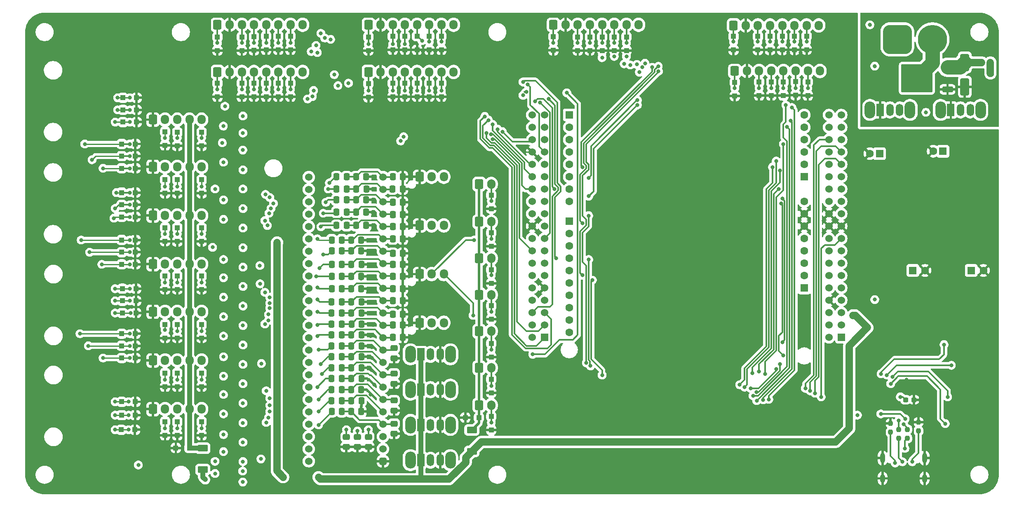
<source format=gbr>
%TF.GenerationSoftware,KiCad,Pcbnew,9.0.0*%
%TF.CreationDate,2025-03-17T17:50:44-07:00*%
%TF.ProjectId,MRIRobot_PCB,4d524952-6f62-46f7-945f-5043422e6b69,rev?*%
%TF.SameCoordinates,Original*%
%TF.FileFunction,Copper,L4,Bot*%
%TF.FilePolarity,Positive*%
%FSLAX46Y46*%
G04 Gerber Fmt 4.6, Leading zero omitted, Abs format (unit mm)*
G04 Created by KiCad (PCBNEW 9.0.0) date 2025-03-17 17:50:44*
%MOMM*%
%LPD*%
G01*
G04 APERTURE LIST*
G04 Aperture macros list*
%AMRoundRect*
0 Rectangle with rounded corners*
0 $1 Rounding radius*
0 $2 $3 $4 $5 $6 $7 $8 $9 X,Y pos of 4 corners*
0 Add a 4 corners polygon primitive as box body*
4,1,4,$2,$3,$4,$5,$6,$7,$8,$9,$2,$3,0*
0 Add four circle primitives for the rounded corners*
1,1,$1+$1,$2,$3*
1,1,$1+$1,$4,$5*
1,1,$1+$1,$6,$7*
1,1,$1+$1,$8,$9*
0 Add four rect primitives between the rounded corners*
20,1,$1+$1,$2,$3,$4,$5,0*
20,1,$1+$1,$4,$5,$6,$7,0*
20,1,$1+$1,$6,$7,$8,$9,0*
20,1,$1+$1,$8,$9,$2,$3,0*%
G04 Aperture macros list end*
%TA.AperFunction,ComponentPad*%
%ADD10RoundRect,0.250000X-0.600000X-0.750000X0.600000X-0.750000X0.600000X0.750000X-0.600000X0.750000X0*%
%TD*%
%TA.AperFunction,ComponentPad*%
%ADD11O,1.700000X2.000000*%
%TD*%
%TA.AperFunction,ComponentPad*%
%ADD12R,1.605000X1.605000*%
%TD*%
%TA.AperFunction,ComponentPad*%
%ADD13C,1.605000*%
%TD*%
%TA.AperFunction,ComponentPad*%
%ADD14R,1.530000X1.530000*%
%TD*%
%TA.AperFunction,ComponentPad*%
%ADD15C,1.530000*%
%TD*%
%TA.AperFunction,ComponentPad*%
%ADD16RoundRect,0.250000X-0.600000X-0.725000X0.600000X-0.725000X0.600000X0.725000X-0.600000X0.725000X0*%
%TD*%
%TA.AperFunction,ComponentPad*%
%ADD17O,1.700000X1.950000*%
%TD*%
%TA.AperFunction,ComponentPad*%
%ADD18O,1.000000X2.100000*%
%TD*%
%TA.AperFunction,ComponentPad*%
%ADD19O,1.000000X1.800000*%
%TD*%
%TA.AperFunction,ComponentPad*%
%ADD20O,2.200000X3.500000*%
%TD*%
%TA.AperFunction,ComponentPad*%
%ADD21R,1.500000X2.500000*%
%TD*%
%TA.AperFunction,ComponentPad*%
%ADD22O,1.500000X2.500000*%
%TD*%
%TA.AperFunction,ComponentPad*%
%ADD23R,1.600000X1.600000*%
%TD*%
%TA.AperFunction,ComponentPad*%
%ADD24C,1.600000*%
%TD*%
%TA.AperFunction,ComponentPad*%
%ADD25RoundRect,1.500000X-1.500000X-1.500000X1.500000X-1.500000X1.500000X1.500000X-1.500000X1.500000X0*%
%TD*%
%TA.AperFunction,ComponentPad*%
%ADD26C,6.000000*%
%TD*%
%TA.AperFunction,ComponentPad*%
%ADD27C,1.524000*%
%TD*%
%TA.AperFunction,ComponentPad*%
%ADD28RoundRect,0.381000X-0.381000X-0.381000X0.381000X-0.381000X0.381000X0.381000X-0.381000X0.381000X0*%
%TD*%
%TA.AperFunction,SMDPad,CuDef*%
%ADD29RoundRect,0.250000X-0.300000X0.300000X-0.300000X-0.300000X0.300000X-0.300000X0.300000X0.300000X0*%
%TD*%
%TA.AperFunction,SMDPad,CuDef*%
%ADD30RoundRect,0.250000X-0.300000X-0.300000X0.300000X-0.300000X0.300000X0.300000X-0.300000X0.300000X0*%
%TD*%
%TA.AperFunction,SMDPad,CuDef*%
%ADD31RoundRect,0.250000X-0.337500X-0.475000X0.337500X-0.475000X0.337500X0.475000X-0.337500X0.475000X0*%
%TD*%
%TA.AperFunction,SMDPad,CuDef*%
%ADD32RoundRect,0.250000X-0.475000X0.337500X-0.475000X-0.337500X0.475000X-0.337500X0.475000X0.337500X0*%
%TD*%
%TA.AperFunction,SMDPad,CuDef*%
%ADD33RoundRect,0.250000X0.300000X0.300000X-0.300000X0.300000X-0.300000X-0.300000X0.300000X-0.300000X0*%
%TD*%
%TA.AperFunction,SMDPad,CuDef*%
%ADD34RoundRect,0.250000X-0.800000X0.450000X-0.800000X-0.450000X0.800000X-0.450000X0.800000X0.450000X0*%
%TD*%
%TA.AperFunction,SMDPad,CuDef*%
%ADD35RoundRect,0.237500X0.237500X-0.250000X0.237500X0.250000X-0.237500X0.250000X-0.237500X-0.250000X0*%
%TD*%
%TA.AperFunction,SMDPad,CuDef*%
%ADD36RoundRect,0.250000X0.850000X0.350000X-0.850000X0.350000X-0.850000X-0.350000X0.850000X-0.350000X0*%
%TD*%
%TA.AperFunction,SMDPad,CuDef*%
%ADD37RoundRect,0.250000X1.275000X1.125000X-1.275000X1.125000X-1.275000X-1.125000X1.275000X-1.125000X0*%
%TD*%
%TA.AperFunction,SMDPad,CuDef*%
%ADD38RoundRect,0.249997X2.950003X2.650003X-2.950003X2.650003X-2.950003X-2.650003X2.950003X-2.650003X0*%
%TD*%
%TA.AperFunction,SMDPad,CuDef*%
%ADD39RoundRect,0.250000X0.650000X-1.500000X0.650000X1.500000X-0.650000X1.500000X-0.650000X-1.500000X0*%
%TD*%
%TA.AperFunction,SMDPad,CuDef*%
%ADD40RoundRect,0.250000X-0.262500X-0.450000X0.262500X-0.450000X0.262500X0.450000X-0.262500X0.450000X0*%
%TD*%
%TA.AperFunction,SMDPad,CuDef*%
%ADD41RoundRect,0.237500X-0.300000X-0.237500X0.300000X-0.237500X0.300000X0.237500X-0.300000X0.237500X0*%
%TD*%
%TA.AperFunction,ViaPad*%
%ADD42C,0.800000*%
%TD*%
%TA.AperFunction,Conductor*%
%ADD43C,0.250000*%
%TD*%
%TA.AperFunction,Conductor*%
%ADD44C,1.500000*%
%TD*%
%TA.AperFunction,Conductor*%
%ADD45C,0.300000*%
%TD*%
%TA.AperFunction,Conductor*%
%ADD46C,1.000000*%
%TD*%
%TA.AperFunction,Conductor*%
%ADD47C,0.500000*%
%TD*%
%TA.AperFunction,Conductor*%
%ADD48C,3.000000*%
%TD*%
G04 APERTURE END LIST*
D10*
%TO.P,J14,1,Pin_1*%
%TO.N,/3V3_home*%
X119250000Y-111000000D03*
D11*
%TO.P,J14,2,Pin_2*%
%TO.N,/Home1*%
X121750000Y-111000000D03*
%TD*%
D12*
%TO.P,U1,CN5_1,D8*%
%TO.N,unconnected-(U1F-D8-PadCN5_1)*%
X137760000Y-110880000D03*
D13*
%TO.P,U1,CN5_2,D9*%
%TO.N,unconnected-(U1F-D9-PadCN5_2)*%
X137760000Y-113420000D03*
%TO.P,U1,CN5_3,D10*%
%TO.N,unconnected-(U1F-D10-PadCN5_3)*%
X137760000Y-115960000D03*
%TO.P,U1,CN5_4,D11*%
%TO.N,unconnected-(U1F-D11-PadCN5_4)*%
X137760000Y-118500000D03*
%TO.P,U1,CN5_5,D12*%
%TO.N,unconnected-(U1F-D12-PadCN5_5)*%
X137760000Y-121040000D03*
%TO.P,U1,CN5_6,D13*%
%TO.N,unconnected-(U1F-D13-PadCN5_6)*%
X137760000Y-123580000D03*
%TO.P,U1,CN5_7,CN5_GND*%
%TO.N,unconnected-(U1F-CN5_GND-PadCN5_7)*%
X137760000Y-126120000D03*
%TO.P,U1,CN5_8,AREF*%
%TO.N,unconnected-(U1F-AREF-PadCN5_8)*%
X137760000Y-128660000D03*
%TO.P,U1,CN5_9,D14*%
%TO.N,unconnected-(U1F-D14-PadCN5_9)*%
X137760000Y-131200000D03*
%TO.P,U1,CN5_10,D15*%
%TO.N,unconnected-(U1F-D15-PadCN5_10)*%
X137760000Y-133740000D03*
D12*
%TO.P,U1,CN6_1*%
%TO.N,N/C*%
X186020000Y-124600000D03*
D13*
%TO.P,U1,CN6_2,CN6_IOREF*%
%TO.N,unconnected-(U1C-CN6_IOREF-PadCN6_2)*%
X186020000Y-122060000D03*
%TO.P,U1,CN6_3,CN6_RESET*%
%TO.N,unconnected-(U1C-CN6_RESET-PadCN6_3)*%
X186020000Y-119520000D03*
%TO.P,U1,CN6_4,CN6_+3V3*%
%TO.N,+3.3V*%
X186020000Y-116980000D03*
%TO.P,U1,CN6_5,CN6_+5V*%
%TO.N,+5V*%
X186020000Y-114440000D03*
%TO.P,U1,CN6_6,CN6_GND*%
%TO.N,GND*%
X186020000Y-111900000D03*
%TO.P,U1,CN6_7,CN6_GND*%
X186020000Y-109360000D03*
%TO.P,U1,CN6_8,CN6_VIN*%
%TO.N,unconnected-(U1C-CN6_VIN-PadCN6_8)*%
X186020000Y-106820000D03*
D14*
%TO.P,U1,CN7_1,PC10*%
%TO.N,/UART3TX*%
X193640000Y-134760000D03*
D15*
%TO.P,U1,CN7_2,PC11*%
%TO.N,/UART3RX*%
X191100000Y-134760000D03*
%TO.P,U1,CN7_3,PC12*%
%TO.N,/UART5TX*%
X193640000Y-132220000D03*
%TO.P,U1,CN7_4,PD2*%
%TO.N,/UART5RX*%
X191100000Y-132220000D03*
%TO.P,U1,CN7_5,VDD*%
%TO.N,unconnected-(U1A-VDD-PadCN7_5)*%
X193640000Y-129680000D03*
%TO.P,U1,CN7_6,E5V*%
%TO.N,unconnected-(U1A-E5V-PadCN7_6)*%
X191100000Y-129680000D03*
%TO.P,U1,CN7_7,BOOT0*%
%TO.N,unconnected-(U1A-BOOT0-PadCN7_7)*%
X193640000Y-127140000D03*
%TO.P,U1,CN7_8,CN7_GND*%
%TO.N,GND*%
X191100000Y-127140000D03*
%TO.P,U1,CN7_9*%
%TO.N,N/C*%
X193640000Y-124600000D03*
%TO.P,U1,CN7_10*%
X191100000Y-124600000D03*
%TO.P,U1,CN7_11*%
X193640000Y-122060000D03*
%TO.P,U1,CN7_12,CN7_IOREF*%
%TO.N,unconnected-(U1A-CN7_IOREF-PadCN7_12)*%
X191100000Y-122060000D03*
%TO.P,U1,CN7_13,PA13*%
%TO.N,unconnected-(U1A-PA13-PadCN7_13)*%
X193640000Y-119520000D03*
%TO.P,U1,CN7_14,CN7_RESET*%
%TO.N,unconnected-(U1A-CN7_RESET-PadCN7_14)*%
X191100000Y-119520000D03*
%TO.P,U1,CN7_15,PA14*%
%TO.N,unconnected-(U1A-PA14-PadCN7_15)*%
X193640000Y-116980000D03*
%TO.P,U1,CN7_16,CN7_+3V3*%
%TO.N,+3.3V*%
X191100000Y-116980000D03*
%TO.P,U1,CN7_17,PA15*%
%TO.N,/LED3*%
X193640000Y-114440000D03*
%TO.P,U1,CN7_18,CN7_+5V*%
%TO.N,+5V*%
X191100000Y-114440000D03*
%TO.P,U1,CN7_19,CN7_GND*%
%TO.N,GND*%
X193640000Y-111900000D03*
%TO.P,U1,CN7_20,CN7_GND*%
X191100000Y-111900000D03*
%TO.P,U1,CN7_21,PB7*%
%TO.N,/U_PWM5*%
X193640000Y-109360000D03*
%TO.P,U1,CN7_22,CN7_GND*%
%TO.N,GND*%
X191100000Y-109360000D03*
%TO.P,U1,CN7_23,PC13*%
%TO.N,/U_Dir0*%
X193640000Y-106820000D03*
%TO.P,U1,CN7_24,CN7_VIN*%
%TO.N,unconnected-(U1A-CN7_VIN-PadCN7_24)*%
X191100000Y-106820000D03*
%TO.P,U1,CN7_25,PC14*%
%TO.N,/Home1*%
X193640000Y-104280000D03*
%TO.P,U1,CN7_26*%
%TO.N,N/C*%
X191100000Y-104280000D03*
%TO.P,U1,CN7_27,PC15*%
%TO.N,/Home2*%
X193640000Y-101740000D03*
%TO.P,U1,CN7_28,PA0*%
%TO.N,/UART4TX*%
X191100000Y-101740000D03*
%TO.P,U1,CN7_29,PH0*%
%TO.N,/LED1*%
X193640000Y-99200000D03*
%TO.P,U1,CN7_30,PA1*%
%TO.N,/UART4RX*%
X191100000Y-99200000D03*
%TO.P,U1,CN7_31,PH1*%
%TO.N,/LED0*%
X193640000Y-96660000D03*
%TO.P,U1,CN7_32,PA4*%
%TO.N,/Home0*%
X191100000Y-96660000D03*
%TO.P,U1,CN7_33,VBAT*%
%TO.N,unconnected-(U1A-VBAT-PadCN7_33)*%
X193640000Y-94120000D03*
%TO.P,U1,CN7_34,PB0*%
%TO.N,/LED2*%
X191100000Y-94120000D03*
%TO.P,U1,CN7_35,PC2*%
%TO.N,/SW2*%
X193640000Y-91580000D03*
%TO.P,U1,CN7_36,PC1/PB9*%
%TO.N,/SW1*%
X191100000Y-91580000D03*
%TO.P,U1,CN7_37,PC3*%
%TO.N,/SW3*%
X193640000Y-89040000D03*
%TO.P,U1,CN7_38,PC0/PB8*%
%TO.N,/SW0*%
X191100000Y-89040000D03*
D12*
%TO.P,U1,CN8_1,A0*%
%TO.N,unconnected-(U1E-A0-PadCN8_1)*%
X186020000Y-101740000D03*
D13*
%TO.P,U1,CN8_2,A1*%
%TO.N,unconnected-(U1E-A1-PadCN8_2)*%
X186020000Y-99200000D03*
%TO.P,U1,CN8_3,A2*%
%TO.N,unconnected-(U1E-A2-PadCN8_3)*%
X186020000Y-96660000D03*
%TO.P,U1,CN8_4,A3*%
%TO.N,unconnected-(U1E-A3-PadCN8_4)*%
X186020000Y-94120000D03*
%TO.P,U1,CN8_5,A4*%
%TO.N,unconnected-(U1E-A4-PadCN8_5)*%
X186020000Y-91580000D03*
%TO.P,U1,CN8_6,A5*%
%TO.N,unconnected-(U1E-A5-PadCN8_6)*%
X186020000Y-89040000D03*
D12*
%TO.P,U1,CN9_1,D0*%
%TO.N,unconnected-(U1D-D0-PadCN9_1)*%
X137760000Y-89040000D03*
D13*
%TO.P,U1,CN9_2,D1*%
%TO.N,unconnected-(U1D-D1-PadCN9_2)*%
X137760000Y-91580000D03*
%TO.P,U1,CN9_3,D2*%
%TO.N,unconnected-(U1D-D2-PadCN9_3)*%
X137760000Y-94120000D03*
%TO.P,U1,CN9_4,D3*%
%TO.N,unconnected-(U1D-D3-PadCN9_4)*%
X137760000Y-96660000D03*
%TO.P,U1,CN9_5,D4*%
%TO.N,unconnected-(U1D-D4-PadCN9_5)*%
X137760000Y-99200000D03*
%TO.P,U1,CN9_6,D5*%
%TO.N,unconnected-(U1D-D5-PadCN9_6)*%
X137760000Y-101740000D03*
%TO.P,U1,CN9_7,D6*%
%TO.N,unconnected-(U1D-D6-PadCN9_7)*%
X137760000Y-104280000D03*
%TO.P,U1,CN9_8,D7*%
%TO.N,unconnected-(U1D-D7-PadCN9_8)*%
X137760000Y-106820000D03*
D14*
%TO.P,U1,CN10_1,PC9*%
%TO.N,/U_PWM3*%
X132680000Y-134760000D03*
D15*
%TO.P,U1,CN10_2,PC8*%
%TO.N,/U_PWM2*%
X130140000Y-134760000D03*
%TO.P,U1,CN10_3,PB8*%
%TO.N,/U_PWM6*%
X132680000Y-132220000D03*
%TO.P,U1,CN10_4,PC6*%
%TO.N,/UART6TX*%
X130140000Y-132220000D03*
%TO.P,U1,CN10_5,PB9*%
%TO.N,/U_En3*%
X132680000Y-129680000D03*
%TO.P,U1,CN10_6,PC5*%
%TO.N,/U_Dir4*%
X130140000Y-129680000D03*
%TO.P,U1,CN10_7,AVDD*%
%TO.N,unconnected-(U1B-AVDD-PadCN10_7)*%
X132680000Y-127140000D03*
%TO.P,U1,CN10_8,U5V*%
%TO.N,unconnected-(U1B-U5V-PadCN10_8)*%
X130140000Y-127140000D03*
%TO.P,U1,CN10_9,CN10_GND*%
%TO.N,GND*%
X132680000Y-124600000D03*
%TO.P,U1,CN10_10*%
%TO.N,N/C*%
X130140000Y-124600000D03*
%TO.P,U1,CN10_11,PA5*%
%TO.N,/U_Dir1*%
X132680000Y-122060000D03*
%TO.P,U1,CN10_12,PA12*%
%TO.N,/Home6*%
X130140000Y-122060000D03*
%TO.P,U1,CN10_13,PA6*%
%TO.N,/U_Dir2*%
X132680000Y-119520000D03*
%TO.P,U1,CN10_14,PA11*%
%TO.N,/Home5*%
X130140000Y-119520000D03*
%TO.P,U1,CN10_15,PA7*%
%TO.N,/Home3*%
X132680000Y-116980000D03*
%TO.P,U1,CN10_16,PB12*%
%TO.N,/U_En5*%
X130140000Y-116980000D03*
%TO.P,U1,CN10_17,PB6*%
%TO.N,/U_PWM4*%
X132680000Y-114440000D03*
%TO.P,U1,CN10_18*%
%TO.N,N/C*%
X130140000Y-114440000D03*
%TO.P,U1,CN10_19,PC7*%
%TO.N,/UART6RX*%
X132680000Y-111900000D03*
%TO.P,U1,CN10_20,CN10_GND*%
%TO.N,GND*%
X130140000Y-111900000D03*
%TO.P,U1,CN10_21,PA9*%
%TO.N,/UART1TX*%
X132680000Y-109360000D03*
%TO.P,U1,CN10_22,PB2*%
%TO.N,/U_En1*%
X130140000Y-109360000D03*
%TO.P,U1,CN10_23,PA8*%
%TO.N,/Home4*%
X132680000Y-106820000D03*
%TO.P,U1,CN10_24,PB1*%
%TO.N,/U_En0*%
X130140000Y-106820000D03*
%TO.P,U1,CN10_25,PB10*%
%TO.N,/U_En4*%
X132680000Y-104280000D03*
%TO.P,U1,CN10_26,PB15*%
%TO.N,/U_Dir5*%
X130140000Y-104280000D03*
%TO.P,U1,CN10_27,PB4*%
%TO.N,/U_PWM0*%
X132680000Y-101740000D03*
%TO.P,U1,CN10_28,PB14*%
%TO.N,/U_Dir6*%
X130140000Y-101740000D03*
%TO.P,U1,CN10_29,PB5*%
%TO.N,/U_PWM1*%
X132680000Y-99200000D03*
%TO.P,U1,CN10_30,PB13*%
%TO.N,/U_En6*%
X130140000Y-99200000D03*
%TO.P,U1,CN10_31,PB3*%
%TO.N,/U_En2*%
X132680000Y-96660000D03*
%TO.P,U1,CN10_32,AGND*%
%TO.N,GND*%
X130140000Y-96660000D03*
%TO.P,U1,CN10_33,PA10*%
%TO.N,/UART1RX*%
X132680000Y-94120000D03*
%TO.P,U1,CN10_34,PC4*%
%TO.N,/U_Dir3*%
X130140000Y-94120000D03*
%TO.P,U1,CN10_35,PA2*%
%TO.N,unconnected-(U1B-PA2-PadCN10_35)*%
X132680000Y-91580000D03*
%TO.P,U1,CN10_36*%
%TO.N,N/C*%
X130140000Y-91580000D03*
%TO.P,U1,CN10_37,PA3*%
%TO.N,unconnected-(U1B-PA3-PadCN10_37)*%
X132680000Y-89040000D03*
%TO.P,U1,CN10_38*%
%TO.N,N/C*%
X130140000Y-89040000D03*
%TD*%
D16*
%TO.P,J27,1,Pin_1*%
%TO.N,/U_Ana6*%
X65500000Y-70500000D03*
D17*
%TO.P,J27,2,Pin_2*%
%TO.N,GND*%
X68000000Y-70500000D03*
%TO.P,J27,3,Pin_3*%
%TO.N,/U_En6*%
X70500000Y-70500000D03*
%TO.P,J27,4,Pin_4*%
%TO.N,/U_Dir6*%
X73000000Y-70500000D03*
%TO.P,J27,5,Pin_5*%
%TO.N,/U_EncA6*%
X75500000Y-70500000D03*
%TO.P,J27,6,Pin_6*%
%TO.N,/U_EncB6*%
X78000000Y-70500000D03*
%TO.P,J27,7,Pin_7*%
%TO.N,/U_EncI6*%
X80500000Y-70500000D03*
%TO.P,J27,8,Pin_8*%
%TO.N,unconnected-(J27-Pin_8-Pad8)*%
X83000000Y-70500000D03*
%TD*%
D18*
%TO.P,J4,S1,SHIELD*%
%TO.N,GND*%
X202102500Y-159570000D03*
D19*
X202102500Y-163750000D03*
D18*
X210742500Y-159570000D03*
D19*
X210742500Y-163750000D03*
%TD*%
D20*
%TO.P,SW6,*%
%TO.N,*%
X105150000Y-160000000D03*
X113350000Y-160000000D03*
D21*
%TO.P,SW6,1,A*%
%TO.N,+3.3V*%
X107250000Y-160000000D03*
D22*
%TO.P,SW6,2,B*%
%TO.N,/SW3*%
X109250000Y-160000000D03*
%TO.P,SW6,3,C*%
%TO.N,GND*%
X111250000Y-160000000D03*
%TD*%
D20*
%TO.P,SW3,*%
%TO.N,*%
X105150000Y-138250000D03*
X113350000Y-138250000D03*
D21*
%TO.P,SW3,1,A*%
%TO.N,+3.3V*%
X107250000Y-138250000D03*
D22*
%TO.P,SW3,2,B*%
%TO.N,/SW0*%
X109250000Y-138250000D03*
%TO.P,SW3,3,C*%
%TO.N,GND*%
X111250000Y-138250000D03*
%TD*%
D10*
%TO.P,J10,1,Pin_1*%
%TO.N,/3V3_home*%
X119250000Y-103250000D03*
D11*
%TO.P,J10,2,Pin_2*%
%TO.N,/Home0*%
X121750000Y-103250000D03*
%TD*%
D20*
%TO.P,SW2,*%
%TO.N,*%
X214025000Y-88000000D03*
X222225000Y-88000000D03*
D21*
%TO.P,SW2,1,A*%
%TO.N,+24V*%
X216125000Y-88000000D03*
D22*
%TO.P,SW2,2,B*%
%TO.N,/24V_3.3V*%
X218125000Y-88000000D03*
%TO.P,SW2,3,C*%
%TO.N,GND*%
X220125000Y-88000000D03*
%TD*%
D23*
%TO.P,C11,1*%
%TO.N,Net-(D5-A)*%
X220317621Y-121000000D03*
D24*
%TO.P,C11,2*%
%TO.N,GND*%
X222817621Y-121000000D03*
%TD*%
D23*
%TO.P,C3,1*%
%TO.N,/24V_3.3V*%
X214500000Y-96500000D03*
D24*
%TO.P,C3,2*%
%TO.N,GND*%
X212500000Y-96500000D03*
%TD*%
D16*
%TO.P,J24,1,Pin_1*%
%TO.N,/U_Ana5*%
X65500000Y-80200000D03*
D17*
%TO.P,J24,2,Pin_2*%
%TO.N,GND*%
X68000000Y-80200000D03*
%TO.P,J24,3,Pin_3*%
%TO.N,/U_En5*%
X70500000Y-80200000D03*
%TO.P,J24,4,Pin_4*%
%TO.N,/U_Dir5*%
X73000000Y-80200000D03*
%TO.P,J24,5,Pin_5*%
%TO.N,/U_EncA5*%
X75500000Y-80200000D03*
%TO.P,J24,6,Pin_6*%
%TO.N,/U_EncB5*%
X78000000Y-80200000D03*
%TO.P,J24,7,Pin_7*%
%TO.N,/U_EncI5*%
X80500000Y-80200000D03*
%TO.P,J24,8,Pin_8*%
%TO.N,unconnected-(J24-Pin_8-Pad8)*%
X83000000Y-80200000D03*
%TD*%
D16*
%TO.P,J6,1,Pin_1*%
%TO.N,GND*%
X52250000Y-129500000D03*
D17*
%TO.P,J6,2,Pin_2*%
%TO.N,/I4*%
X54750000Y-129500000D03*
%TO.P,J6,3,Pin_3*%
%TO.N,/A4*%
X57250000Y-129500000D03*
%TO.P,J6,4,Pin_4*%
%TO.N,/5V_E*%
X59750000Y-129500000D03*
%TO.P,J6,5,Pin_5*%
%TO.N,/B4*%
X62250000Y-129500000D03*
%TD*%
D10*
%TO.P,J12,1,Pin_1*%
%TO.N,/3V3_home*%
X119250000Y-133500000D03*
D11*
%TO.P,J12,2,Pin_2*%
%TO.N,/Home4*%
X121750000Y-133500000D03*
%TD*%
D23*
%TO.P,C10,1*%
%TO.N,Net-(D4-A)*%
X208317621Y-121000000D03*
D24*
%TO.P,C10,2*%
%TO.N,GND*%
X210817621Y-121000000D03*
%TD*%
D16*
%TO.P,J23,1,Pin_1*%
%TO.N,GND*%
X107000000Y-101750000D03*
D17*
%TO.P,J23,2,Pin_2*%
%TO.N,/UART1RX*%
X109500000Y-101750000D03*
%TO.P,J23,3,Pin_3*%
%TO.N,/UART1TX*%
X112000000Y-101750000D03*
%TD*%
D16*
%TO.P,J2,1,Pin_1*%
%TO.N,GND*%
X52250000Y-99700000D03*
D17*
%TO.P,J2,2,Pin_2*%
%TO.N,/I1*%
X54750000Y-99700000D03*
%TO.P,J2,3,Pin_3*%
%TO.N,/A1*%
X57250000Y-99700000D03*
%TO.P,J2,4,Pin_4*%
%TO.N,/5V_E*%
X59750000Y-99700000D03*
%TO.P,J2,5,Pin_5*%
%TO.N,/B1*%
X62250000Y-99700000D03*
%TD*%
D16*
%TO.P,J18,1,Pin_1*%
%TO.N,/U_Ana1*%
X171500000Y-70625000D03*
D17*
%TO.P,J18,2,Pin_2*%
%TO.N,GND*%
X174000000Y-70625000D03*
%TO.P,J18,3,Pin_3*%
%TO.N,/U_En1*%
X176500000Y-70625000D03*
%TO.P,J18,4,Pin_4*%
%TO.N,/U_Dir1*%
X179000000Y-70625000D03*
%TO.P,J18,5,Pin_5*%
%TO.N,/U_EncA1*%
X181500000Y-70625000D03*
%TO.P,J18,6,Pin_6*%
%TO.N,/U_EncB1*%
X184000000Y-70625000D03*
%TO.P,J18,7,Pin_7*%
%TO.N,/U_EncI1*%
X186500000Y-70625000D03*
%TO.P,J18,8,Pin_8*%
%TO.N,unconnected-(J18-Pin_8-Pad8)*%
X189000000Y-70625000D03*
%TD*%
D25*
%TO.P,J9,1,Pin_1*%
%TO.N,GND*%
X205150000Y-73500000D03*
D26*
%TO.P,J9,2,Pin_2*%
%TO.N,Net-(J9-Pin_2)*%
X212350000Y-73500000D03*
%TD*%
D16*
%TO.P,J17,1,Pin_1*%
%TO.N,/U_Ana0*%
X171750000Y-80000000D03*
D17*
%TO.P,J17,2,Pin_2*%
%TO.N,GND*%
X174250000Y-80000000D03*
%TO.P,J17,3,Pin_3*%
%TO.N,/U_En0*%
X176750000Y-80000000D03*
%TO.P,J17,4,Pin_4*%
%TO.N,/U_Dir0*%
X179250000Y-80000000D03*
%TO.P,J17,5,Pin_5*%
%TO.N,/U_EncA0*%
X181750000Y-80000000D03*
%TO.P,J17,6,Pin_6*%
%TO.N,/U_EncB0*%
X184250000Y-80000000D03*
%TO.P,J17,7,Pin_7*%
%TO.N,/U_EncI0*%
X186750000Y-80000000D03*
%TO.P,J17,8,Pin_8*%
%TO.N,unconnected-(J17-Pin_8-Pad8)*%
X189250000Y-80000000D03*
%TD*%
D16*
%TO.P,J26,1,Pin_1*%
%TO.N,GND*%
X107000000Y-131750000D03*
D17*
%TO.P,J26,2,Pin_2*%
%TO.N,/UART5RX*%
X109500000Y-131750000D03*
%TO.P,J26,3,Pin_3*%
%TO.N,/UART5TX*%
X112000000Y-131750000D03*
%TD*%
D20*
%TO.P,SW4,*%
%TO.N,*%
X105150000Y-145500000D03*
X113350000Y-145500000D03*
D21*
%TO.P,SW4,1,A*%
%TO.N,+3.3V*%
X107250000Y-145500000D03*
D22*
%TO.P,SW4,2,B*%
%TO.N,/SW1*%
X109250000Y-145500000D03*
%TO.P,SW4,3,C*%
%TO.N,GND*%
X111250000Y-145500000D03*
%TD*%
D16*
%TO.P,J20,1,Pin_1*%
%TO.N,/U_Ana3*%
X96500000Y-80200000D03*
D17*
%TO.P,J20,2,Pin_2*%
%TO.N,GND*%
X99000000Y-80200000D03*
%TO.P,J20,3,Pin_3*%
%TO.N,/U_En3*%
X101500000Y-80200000D03*
%TO.P,J20,4,Pin_4*%
%TO.N,/U_Dir3*%
X104000000Y-80200000D03*
%TO.P,J20,5,Pin_5*%
%TO.N,/U_EncA3*%
X106500000Y-80200000D03*
%TO.P,J20,6,Pin_6*%
%TO.N,/U_EncB3*%
X109000000Y-80200000D03*
%TO.P,J20,7,Pin_7*%
%TO.N,/U_EncI3*%
X111500000Y-80200000D03*
%TO.P,J20,8,Pin_8*%
%TO.N,unconnected-(J20-Pin_8-Pad8)*%
X114000000Y-80200000D03*
%TD*%
D10*
%TO.P,J13,1,Pin_1*%
%TO.N,/3V3_home*%
X119250000Y-148700000D03*
D11*
%TO.P,J13,2,Pin_2*%
%TO.N,/Home6*%
X121750000Y-148700000D03*
%TD*%
D27*
%TO.P,U3,1,D1*%
%TO.N,/UART3RX*%
X84260000Y-101800000D03*
%TO.P,U3,2,D2*%
%TO.N,/UART3TX*%
X84260000Y-104340000D03*
%TO.P,U3,3,D3*%
%TO.N,/I0_shift*%
X84260000Y-106880000D03*
%TO.P,U3,4,D4*%
%TO.N,/B0_shift*%
X84260000Y-109420000D03*
%TO.P,U3,5,D5*%
%TO.N,/A0_shift*%
X84260000Y-111960000D03*
%TO.P,U3,6,D6*%
%TO.N,/I1_shift*%
X84260000Y-114500000D03*
%TO.P,U3,7,D7*%
%TO.N,/B1_shift*%
X84260000Y-117040000D03*
%TO.P,U3,8,D8*%
%TO.N,/A1_shift*%
X84260000Y-119580000D03*
%TO.P,U3,9,D9*%
%TO.N,/I2_shift*%
X84260000Y-122120000D03*
%TO.P,U3,10,D10*%
%TO.N,/B2_shift*%
X84260000Y-124660000D03*
%TO.P,U3,11,D11*%
%TO.N,/A2_shift*%
X84260000Y-127200000D03*
%TO.P,U3,12,D12*%
%TO.N,/I3_shift*%
X84260000Y-129740000D03*
%TO.P,U3,13,D13*%
%TO.N,/B3_shift*%
X84260000Y-132280000D03*
%TO.P,U3,14,D14*%
%TO.N,/A3_shift*%
X84260000Y-134820000D03*
%TO.P,U3,15,A1*%
%TO.N,unconnected-(U3-A1-Pad15)*%
X84260000Y-137360000D03*
%TO.P,U3,16,A2*%
%TO.N,unconnected-(U3-A2-Pad16)*%
X84260000Y-139900000D03*
%TO.P,U3,17,D17*%
%TO.N,/I4_shift*%
X84260000Y-142440000D03*
%TO.P,U3,18,D18*%
%TO.N,/B4_shift*%
X84260000Y-144980000D03*
%TO.P,U3,19,D19*%
%TO.N,/A4_shift*%
X84260000Y-147520000D03*
%TO.P,U3,20,D20*%
%TO.N,/I5_shift*%
X84260000Y-150060000D03*
%TO.P,U3,21,D21*%
%TO.N,/B5_shift*%
X84260000Y-152600000D03*
%TO.P,U3,22,D22*%
%TO.N,/A5_shift*%
X84260000Y-155140000D03*
%TO.P,U3,23,D23*%
%TO.N,/I6_shift*%
X84260000Y-157680000D03*
%TO.P,U3,24,VIN*%
%TO.N,+5V*%
X84260000Y-160220000D03*
D28*
%TO.P,U3,25,GND*%
%TO.N,GND*%
X99500000Y-160220000D03*
D27*
%TO.P,U3,26,D26*%
%TO.N,/B6_shift*%
X99500000Y-157680000D03*
%TO.P,U3,27,D27*%
%TO.N,/A6_shift*%
X99500000Y-155140000D03*
%TO.P,U3,28,D28*%
%TO.N,/U_EncI0_LP*%
X99500000Y-152600000D03*
%TO.P,U3,29,D29*%
%TO.N,/U_EncB0_LP*%
X99500000Y-150060000D03*
%TO.P,U3,30,D30*%
%TO.N,/U_EncA0_LP*%
X99500000Y-147520000D03*
%TO.P,U3,31,D31*%
%TO.N,/U_EncI1_LP*%
X99500000Y-144980000D03*
%TO.P,U3,32,D32*%
%TO.N,/U_EncB1_LP*%
X99500000Y-142440000D03*
%TO.P,U3,33,D33*%
%TO.N,/U_EncA1_LP*%
X99500000Y-139900000D03*
%TO.P,U3,34,D34*%
%TO.N,/U_EncI2_LP*%
X99500000Y-137360000D03*
%TO.P,U3,35,D35*%
%TO.N,/U_EncB2_LP*%
X99500000Y-134820000D03*
%TO.P,U3,36,D36*%
%TO.N,/U_EncA2_LP*%
X99500000Y-132280000D03*
%TO.P,U3,37,D37*%
%TO.N,/U_EncB3_LP*%
X99500000Y-129740000D03*
%TO.P,U3,38,D38*%
%TO.N,/U_EncA3_LP*%
X99500000Y-127200000D03*
%TO.P,U3,39,D39*%
%TO.N,/U_EncI3_LP*%
X99500000Y-124660000D03*
%TO.P,U3,40,D40*%
%TO.N,/U_EncA4_LP*%
X99500000Y-122120000D03*
%TO.P,U3,41,D41*%
%TO.N,/U_EncB4_LP*%
X99500000Y-119580000D03*
%TO.P,U3,42,D42*%
%TO.N,/U_EncI4_LP*%
X99500000Y-117040000D03*
%TO.P,U3,43,D43*%
%TO.N,/U_EncA5_LP*%
X99500000Y-114500000D03*
%TO.P,U3,44,D44*%
%TO.N,/U_EncB5_LP*%
X99500000Y-111960000D03*
%TO.P,U3,45,D45*%
%TO.N,/U_EncI5_LP*%
X99500000Y-109420000D03*
%TO.P,U3,46,D46*%
%TO.N,/U_EncA6_LP*%
X99500000Y-106880000D03*
%TO.P,U3,47,D47*%
%TO.N,/U_EncB6_LP*%
X99500000Y-104340000D03*
%TO.P,U3,48,D48*%
%TO.N,/U_EncI6_LP*%
X99500000Y-101800000D03*
%TD*%
D23*
%TO.P,C2,1*%
%TO.N,/24V_5V*%
X201500000Y-97000000D03*
D24*
%TO.P,C2,2*%
%TO.N,GND*%
X199500000Y-97000000D03*
%TD*%
D10*
%TO.P,J11,1,Pin_1*%
%TO.N,/3V3_home*%
X119250000Y-118500000D03*
D11*
%TO.P,J11,2,Pin_2*%
%TO.N,/Home2*%
X121750000Y-118500000D03*
%TD*%
D16*
%TO.P,J22,1,Pin_1*%
%TO.N,GND*%
X107000000Y-111750000D03*
D17*
%TO.P,J22,2,Pin_2*%
%TO.N,/UART4RX*%
X109500000Y-111750000D03*
%TO.P,J22,3,Pin_3*%
%TO.N,/UART4TX*%
X112000000Y-111750000D03*
%TD*%
D16*
%TO.P,J21,1,Pin_1*%
%TO.N,/U_Ana4*%
X96500000Y-70500000D03*
D17*
%TO.P,J21,2,Pin_2*%
%TO.N,GND*%
X99000000Y-70500000D03*
%TO.P,J21,3,Pin_3*%
%TO.N,/U_En4*%
X101500000Y-70500000D03*
%TO.P,J21,4,Pin_4*%
%TO.N,/U_Dir4*%
X104000000Y-70500000D03*
%TO.P,J21,5,Pin_5*%
%TO.N,/U_EncA4*%
X106500000Y-70500000D03*
%TO.P,J21,6,Pin_6*%
%TO.N,/U_EncB4*%
X109000000Y-70500000D03*
%TO.P,J21,7,Pin_7*%
%TO.N,/U_EncI4*%
X111500000Y-70500000D03*
%TO.P,J21,8,Pin_8*%
%TO.N,unconnected-(J21-Pin_8-Pad8)*%
X114000000Y-70500000D03*
%TD*%
D16*
%TO.P,J8,1,Pin_1*%
%TO.N,GND*%
X52250000Y-149500000D03*
D17*
%TO.P,J8,2,Pin_2*%
%TO.N,/I6*%
X54750000Y-149500000D03*
%TO.P,J8,3,Pin_3*%
%TO.N,/A6*%
X57250000Y-149500000D03*
%TO.P,J8,4,Pin_4*%
%TO.N,/5V_E*%
X59750000Y-149500000D03*
%TO.P,J8,5,Pin_5*%
%TO.N,/B6*%
X62250000Y-149500000D03*
%TD*%
D16*
%TO.P,J1,1,Pin_1*%
%TO.N,GND*%
X52250000Y-90000000D03*
D17*
%TO.P,J1,2,Pin_2*%
%TO.N,/I0*%
X54750000Y-90000000D03*
%TO.P,J1,3,Pin_3*%
%TO.N,/A0*%
X57250000Y-90000000D03*
%TO.P,J1,4,Pin_4*%
%TO.N,/5V_E*%
X59750000Y-90000000D03*
%TO.P,J1,5,Pin_5*%
%TO.N,/B0*%
X62250000Y-90000000D03*
%TD*%
D16*
%TO.P,J7,1,Pin_1*%
%TO.N,GND*%
X52250000Y-139500000D03*
D17*
%TO.P,J7,2,Pin_2*%
%TO.N,/I5*%
X54750000Y-139500000D03*
%TO.P,J7,3,Pin_3*%
%TO.N,/A5*%
X57250000Y-139500000D03*
%TO.P,J7,4,Pin_4*%
%TO.N,/5V_E*%
X59750000Y-139500000D03*
%TO.P,J7,5,Pin_5*%
%TO.N,/B5*%
X62250000Y-139500000D03*
%TD*%
D10*
%TO.P,J15,1,Pin_1*%
%TO.N,/3V3_home*%
X119250000Y-126000000D03*
D11*
%TO.P,J15,2,Pin_2*%
%TO.N,/Home3*%
X121750000Y-126000000D03*
%TD*%
D10*
%TO.P,J16,1,Pin_1*%
%TO.N,/3V3_home*%
X119250000Y-141000000D03*
D11*
%TO.P,J16,2,Pin_2*%
%TO.N,/Home5*%
X121750000Y-141000000D03*
%TD*%
D16*
%TO.P,J5,1,Pin_1*%
%TO.N,GND*%
X52250000Y-119700000D03*
D17*
%TO.P,J5,2,Pin_2*%
%TO.N,/I3*%
X54750000Y-119700000D03*
%TO.P,J5,3,Pin_3*%
%TO.N,/A3*%
X57250000Y-119700000D03*
%TO.P,J5,4,Pin_4*%
%TO.N,/5V_E*%
X59750000Y-119700000D03*
%TO.P,J5,5,Pin_5*%
%TO.N,/B3*%
X62250000Y-119700000D03*
%TD*%
D20*
%TO.P,SW5,*%
%TO.N,*%
X105150000Y-152750000D03*
X113350000Y-152750000D03*
D21*
%TO.P,SW5,1,A*%
%TO.N,+3.3V*%
X107250000Y-152750000D03*
D22*
%TO.P,SW5,2,B*%
%TO.N,/SW2*%
X109250000Y-152750000D03*
%TO.P,SW5,3,C*%
%TO.N,GND*%
X111250000Y-152750000D03*
%TD*%
D16*
%TO.P,J19,1,Pin_1*%
%TO.N,/U_Ana2*%
X134500000Y-70500000D03*
D17*
%TO.P,J19,2,Pin_2*%
%TO.N,GND*%
X137000000Y-70500000D03*
%TO.P,J19,3,Pin_3*%
%TO.N,/U_En2*%
X139500000Y-70500000D03*
%TO.P,J19,4,Pin_4*%
%TO.N,/U_Dir2*%
X142000000Y-70500000D03*
%TO.P,J19,5,Pin_5*%
%TO.N,/U_EncA2*%
X144500000Y-70500000D03*
%TO.P,J19,6,Pin_6*%
%TO.N,/U_EncB2*%
X147000000Y-70500000D03*
%TO.P,J19,7,Pin_7*%
%TO.N,/U_EncI2*%
X149500000Y-70500000D03*
%TO.P,J19,8,Pin_8*%
%TO.N,unconnected-(J19-Pin_8-Pad8)*%
X152000000Y-70500000D03*
%TD*%
D20*
%TO.P,SW1,*%
%TO.N,*%
X199525000Y-88000000D03*
X207725000Y-88000000D03*
D21*
%TO.P,SW1,1,A*%
%TO.N,+24V*%
X201625000Y-88000000D03*
D22*
%TO.P,SW1,2,B*%
%TO.N,/24V_5V*%
X203625000Y-88000000D03*
%TO.P,SW1,3,C*%
%TO.N,GND*%
X205625000Y-88000000D03*
%TD*%
D16*
%TO.P,J3,1,Pin_1*%
%TO.N,GND*%
X52250000Y-109700000D03*
D17*
%TO.P,J3,2,Pin_2*%
%TO.N,/I2*%
X54750000Y-109700000D03*
%TO.P,J3,3,Pin_3*%
%TO.N,/A2*%
X57250000Y-109700000D03*
%TO.P,J3,4,Pin_4*%
%TO.N,/5V_E*%
X59750000Y-109700000D03*
%TO.P,J3,5,Pin_5*%
%TO.N,/B2*%
X62250000Y-109700000D03*
%TD*%
D16*
%TO.P,J25,1,Pin_1*%
%TO.N,GND*%
X107000000Y-121750000D03*
D17*
%TO.P,J25,2,Pin_2*%
%TO.N,/UART6RX*%
X109500000Y-121750000D03*
%TO.P,J25,3,Pin_3*%
%TO.N,/UART6TX*%
X112000000Y-121750000D03*
%TD*%
D29*
%TO.P,D22,1,A1*%
%TO.N,/B6*%
X62250000Y-152100000D03*
%TO.P,D22,2,A2*%
%TO.N,GND*%
X62250000Y-154900000D03*
%TD*%
D30*
%TO.P,D96,1,A1*%
%TO.N,/A2*%
X45850000Y-105000000D03*
%TO.P,D96,2,A2*%
%TO.N,GND*%
X48650000Y-105000000D03*
%TD*%
D29*
%TO.P,D53,1,A1*%
%TO.N,/U_EncI2*%
X149500000Y-73000000D03*
%TO.P,D53,2,A2*%
%TO.N,GND*%
X149500000Y-75800000D03*
%TD*%
D31*
%TO.P,R35,1*%
%TO.N,/U_EncB1*%
X88925000Y-141000000D03*
%TO.P,R35,2*%
%TO.N,/U_EncB1_LP*%
X91000000Y-141000000D03*
%TD*%
D30*
%TO.P,D102,1,A1*%
%TO.N,/A4*%
X46000000Y-124750000D03*
%TO.P,D102,2,A2*%
%TO.N,GND*%
X48800000Y-124750000D03*
%TD*%
D29*
%TO.P,D70,1,A1*%
%TO.N,/U_Dir5*%
X73000000Y-82500000D03*
%TO.P,D70,2,A2*%
%TO.N,GND*%
X73000000Y-85300000D03*
%TD*%
%TO.P,D76,1,A1*%
%TO.N,/U_Dir6*%
X73000000Y-72950000D03*
%TO.P,D76,2,A2*%
%TO.N,GND*%
X73000000Y-75750000D03*
%TD*%
%TO.P,D38,1,A1*%
%TO.N,/I6*%
X54750000Y-152100000D03*
%TO.P,D38,2,A2*%
%TO.N,GND*%
X54750000Y-154900000D03*
%TD*%
D31*
%TO.P,R128,1*%
%TO.N,/U_EncI6_LP*%
X101500000Y-101750000D03*
%TO.P,R128,2*%
%TO.N,GND*%
X103575000Y-101750000D03*
%TD*%
%TO.P,R43,1*%
%TO.N,/U_EncI3*%
X88962500Y-124750000D03*
%TO.P,R43,2*%
%TO.N,/U_EncI3_LP*%
X91037500Y-124750000D03*
%TD*%
D29*
%TO.P,D72,1,A1*%
%TO.N,/U_Ana6*%
X65500000Y-73000000D03*
%TO.P,D72,2,A2*%
%TO.N,GND*%
X65500000Y-75800000D03*
%TD*%
%TO.P,D41,1,A1*%
%TO.N,/U_EncI0*%
X186750000Y-82250000D03*
%TO.P,D41,2,A2*%
%TO.N,GND*%
X186750000Y-85050000D03*
%TD*%
%TO.P,D85,1,A1*%
%TO.N,/Home6*%
X121750000Y-151000000D03*
%TO.P,D85,2,A2*%
%TO.N,GND*%
X121750000Y-153800000D03*
%TD*%
D30*
%TO.P,D105,1,A1*%
%TO.N,/I5*%
X45850000Y-134000000D03*
%TO.P,D105,2,A2*%
%TO.N,GND*%
X48650000Y-134000000D03*
%TD*%
D29*
%TO.P,D45,1,A1*%
%TO.N,/U_EncB1*%
X184000000Y-72875000D03*
%TO.P,D45,2,A2*%
%TO.N,GND*%
X184000000Y-75675000D03*
%TD*%
D31*
%TO.P,R123,1*%
%TO.N,/U_EncB4_LP*%
X101500000Y-119750000D03*
%TO.P,R123,2*%
%TO.N,GND*%
X103575000Y-119750000D03*
%TD*%
%TO.P,C56,1*%
%TO.N,/U_EncB5_LP*%
X93962500Y-111750000D03*
%TO.P,C56,2*%
%TO.N,GND*%
X96037500Y-111750000D03*
%TD*%
D29*
%TO.P,D59,1,A1*%
%TO.N,/U_EncI3*%
X111500000Y-82500000D03*
%TO.P,D59,2,A2*%
%TO.N,GND*%
X111500000Y-85300000D03*
%TD*%
D31*
%TO.P,C47,1*%
%TO.N,/U_EncB2_LP*%
X93000000Y-134250000D03*
%TO.P,C47,2*%
%TO.N,GND*%
X95075000Y-134250000D03*
%TD*%
%TO.P,R34,1*%
%TO.N,/U_EncI0*%
X88962500Y-150000000D03*
%TO.P,R34,2*%
%TO.N,/U_EncI0_LP*%
X91037500Y-150000000D03*
%TD*%
D29*
%TO.P,D49,1,A1*%
%TO.N,/U_EncA2*%
X144500000Y-73000000D03*
%TO.P,D49,2,A2*%
%TO.N,GND*%
X144500000Y-75800000D03*
%TD*%
D31*
%TO.P,R127,1*%
%TO.N,/U_EncA5_LP*%
X101500000Y-114500000D03*
%TO.P,R127,2*%
%TO.N,GND*%
X103575000Y-114500000D03*
%TD*%
D29*
%TO.P,D61,1,A1*%
%TO.N,/U_EncA4*%
X106500000Y-72850000D03*
%TO.P,D61,2,A2*%
%TO.N,GND*%
X106500000Y-75650000D03*
%TD*%
%TO.P,D57,1,A1*%
%TO.N,/U_EncB3*%
X109000000Y-82500000D03*
%TO.P,D57,2,A2*%
%TO.N,GND*%
X109000000Y-85300000D03*
%TD*%
D32*
%TO.P,R115,1*%
%TO.N,/U_EncA1_LP*%
X92000000Y-155212500D03*
%TO.P,R115,2*%
%TO.N,GND*%
X92000000Y-157287500D03*
%TD*%
D29*
%TO.P,D34,1,A1*%
%TO.N,/B5*%
X62250000Y-142100000D03*
%TO.P,D34,2,A2*%
%TO.N,GND*%
X62250000Y-144900000D03*
%TD*%
D31*
%TO.P,R85,1*%
%TO.N,/U_EncI6*%
X89962500Y-101750000D03*
%TO.P,R85,2*%
%TO.N,/U_EncI6_LP*%
X92037500Y-101750000D03*
%TD*%
%TO.P,R41,1*%
%TO.N,/U_EncB3*%
X88925000Y-129750000D03*
%TO.P,R41,2*%
%TO.N,/U_EncB3_LP*%
X91000000Y-129750000D03*
%TD*%
D33*
%TO.P,D84,1,A1*%
%TO.N,/3V3_home*%
X119200000Y-151250000D03*
%TO.P,D84,2,A2*%
%TO.N,GND*%
X116400000Y-151250000D03*
%TD*%
D29*
%TO.P,D29,1,A1*%
%TO.N,/A2*%
X57250000Y-112250000D03*
%TO.P,D29,2,A2*%
%TO.N,GND*%
X57250000Y-115050000D03*
%TD*%
D31*
%TO.P,R119,1*%
%TO.N,/U_EncI3_LP*%
X101500000Y-124750000D03*
%TO.P,R119,2*%
%TO.N,GND*%
X103575000Y-124750000D03*
%TD*%
D32*
%TO.P,R112,1*%
%TO.N,/U_EncA0_LP*%
X101750000Y-147712500D03*
%TO.P,R112,2*%
%TO.N,GND*%
X101750000Y-149787500D03*
%TD*%
D31*
%TO.P,R45,1*%
%TO.N,/U_EncA4*%
X88962500Y-122250000D03*
%TO.P,R45,2*%
%TO.N,/U_EncA4_LP*%
X91037500Y-122250000D03*
%TD*%
D29*
%TO.P,D30,1,A1*%
%TO.N,/I2*%
X54750000Y-112200000D03*
%TO.P,D30,2,A2*%
%TO.N,GND*%
X54750000Y-115000000D03*
%TD*%
%TO.P,D28,1,A1*%
%TO.N,/B2*%
X62250000Y-112250000D03*
%TO.P,D28,2,A2*%
%TO.N,GND*%
X62250000Y-115050000D03*
%TD*%
D31*
%TO.P,C53,1*%
%TO.N,/U_EncB4_LP*%
X93000000Y-119750000D03*
%TO.P,C53,2*%
%TO.N,GND*%
X95075000Y-119750000D03*
%TD*%
D29*
%TO.P,D67,1,A1*%
%TO.N,/U_EncA5*%
X75500000Y-82500000D03*
%TO.P,D67,2,A2*%
%TO.N,GND*%
X75500000Y-85300000D03*
%TD*%
D31*
%TO.P,C50,1*%
%TO.N,/U_EncB3_LP*%
X93000000Y-129750000D03*
%TO.P,C50,2*%
%TO.N,GND*%
X95075000Y-129750000D03*
%TD*%
%TO.P,R80,1*%
%TO.N,/U_EncB5*%
X89962500Y-111750000D03*
%TO.P,R80,2*%
%TO.N,/U_EncB5_LP*%
X92037500Y-111750000D03*
%TD*%
%TO.P,C58,1*%
%TO.N,/U_EncI5_LP*%
X93962500Y-109000000D03*
%TO.P,C58,2*%
%TO.N,GND*%
X96037500Y-109000000D03*
%TD*%
D29*
%TO.P,D15,1,A1*%
%TO.N,/U_Ana0*%
X171750000Y-82350000D03*
%TO.P,D15,2,A2*%
%TO.N,GND*%
X171750000Y-85150000D03*
%TD*%
D31*
%TO.P,R129,1*%
%TO.N,/U_EncB6_LP*%
X101462500Y-104250000D03*
%TO.P,R129,2*%
%TO.N,GND*%
X103537500Y-104250000D03*
%TD*%
D29*
%TO.P,D73,1,A1*%
%TO.N,/U_EncA6*%
X75500000Y-72850000D03*
%TO.P,D73,2,A2*%
%TO.N,GND*%
X75500000Y-75650000D03*
%TD*%
D30*
%TO.P,D108,1,A1*%
%TO.N,/I6*%
X45750000Y-153750000D03*
%TO.P,D108,2,A2*%
%TO.N,GND*%
X48550000Y-153750000D03*
%TD*%
%TO.P,D92,1,A1*%
%TO.N,/I0*%
X46100000Y-90500000D03*
%TO.P,D92,2,A2*%
%TO.N,GND*%
X48900000Y-90500000D03*
%TD*%
D29*
%TO.P,D79,1,A1*%
%TO.N,/Home3*%
X121750000Y-128250000D03*
%TO.P,D79,2,A2*%
%TO.N,GND*%
X121750000Y-131050000D03*
%TD*%
D30*
%TO.P,D94,1,A1*%
%TO.N,/B2*%
X45850000Y-107500000D03*
%TO.P,D94,2,A2*%
%TO.N,GND*%
X48650000Y-107500000D03*
%TD*%
D29*
%TO.P,D71,1,A1*%
%TO.N,/U_EncI5*%
X80500000Y-82500000D03*
%TO.P,D71,2,A2*%
%TO.N,GND*%
X80500000Y-85300000D03*
%TD*%
D31*
%TO.P,R38,1*%
%TO.N,/U_EncB2*%
X88925000Y-134250000D03*
%TO.P,R38,2*%
%TO.N,/U_EncB2_LP*%
X91000000Y-134250000D03*
%TD*%
D29*
%TO.P,D23,1,A1*%
%TO.N,/A0*%
X57250000Y-92600000D03*
%TO.P,D23,2,A2*%
%TO.N,GND*%
X57250000Y-95400000D03*
%TD*%
D31*
%TO.P,R130,1*%
%TO.N,/U_EncA6_LP*%
X101500000Y-107000000D03*
%TO.P,R130,2*%
%TO.N,GND*%
X103575000Y-107000000D03*
%TD*%
%TO.P,C41,1*%
%TO.N,/U_EncB0_LP*%
X93000000Y-147750000D03*
%TO.P,C41,2*%
%TO.N,GND*%
X95075000Y-147750000D03*
%TD*%
D30*
%TO.P,D99,1,A1*%
%TO.N,/I3*%
X45850000Y-114750000D03*
%TO.P,D99,2,A2*%
%TO.N,GND*%
X48650000Y-114750000D03*
%TD*%
D34*
%TO.P,D87,1,K*%
%TO.N,/5V_E*%
X62500000Y-157550000D03*
%TO.P,D87,2,A*%
%TO.N,+5V*%
X62500000Y-161950000D03*
%TD*%
D29*
%TO.P,D19,1,A1*%
%TO.N,/B3*%
X62250000Y-122100000D03*
%TO.P,D19,2,A2*%
%TO.N,GND*%
X62250000Y-124900000D03*
%TD*%
D33*
%TO.P,D86,1,A1*%
%TO.N,/5V_E*%
X59750000Y-157500000D03*
%TO.P,D86,2,A2*%
%TO.N,GND*%
X56950000Y-157500000D03*
%TD*%
D29*
%TO.P,D58,1,A1*%
%TO.N,/U_Dir3*%
X104000000Y-82500000D03*
%TO.P,D58,2,A2*%
%TO.N,GND*%
X104000000Y-85300000D03*
%TD*%
%TO.P,D80,1,A1*%
%TO.N,/Home1*%
X121750000Y-113250000D03*
%TO.P,D80,2,A2*%
%TO.N,GND*%
X121750000Y-116050000D03*
%TD*%
D30*
%TO.P,D90,1,A1*%
%TO.N,/A0*%
X46100000Y-85500000D03*
%TO.P,D90,2,A2*%
%TO.N,GND*%
X48900000Y-85500000D03*
%TD*%
D29*
%TO.P,D36,1,A1*%
%TO.N,/I5*%
X54750000Y-142100000D03*
%TO.P,D36,2,A2*%
%TO.N,GND*%
X54750000Y-144900000D03*
%TD*%
D31*
%TO.P,C57,1*%
%TO.N,/U_EncA5_LP*%
X92962500Y-114750000D03*
%TO.P,C57,2*%
%TO.N,GND*%
X95037500Y-114750000D03*
%TD*%
%TO.P,C42,1*%
%TO.N,/U_EncA0_LP*%
X92962500Y-145500000D03*
%TO.P,C42,2*%
%TO.N,GND*%
X95037500Y-145500000D03*
%TD*%
D29*
%TO.P,D25,1,A1*%
%TO.N,/B1*%
X62250000Y-102350000D03*
%TO.P,D25,2,A2*%
%TO.N,GND*%
X62250000Y-105150000D03*
%TD*%
%TO.P,D24,1,A1*%
%TO.N,/I0*%
X54750000Y-92500000D03*
%TO.P,D24,2,A2*%
%TO.N,GND*%
X54750000Y-95300000D03*
%TD*%
%TO.P,D52,1,A1*%
%TO.N,/U_Dir2*%
X142000000Y-73000000D03*
%TO.P,D52,2,A2*%
%TO.N,GND*%
X142000000Y-75800000D03*
%TD*%
D31*
%TO.P,R117,1*%
%TO.N,/U_EncB2_LP*%
X101500000Y-134750000D03*
%TO.P,R117,2*%
%TO.N,GND*%
X103575000Y-134750000D03*
%TD*%
D32*
%TO.P,R110,1*%
%TO.N,/U_EncI0_LP*%
X101750000Y-152500000D03*
%TO.P,R110,2*%
%TO.N,GND*%
X101750000Y-154575000D03*
%TD*%
D29*
%TO.P,D65,1,A1*%
%TO.N,/U_EncI4*%
X111500000Y-72850000D03*
%TO.P,D65,2,A2*%
%TO.N,GND*%
X111500000Y-75650000D03*
%TD*%
D32*
%TO.P,R116,1*%
%TO.N,/U_EncI2_LP*%
X101750000Y-136962500D03*
%TO.P,R116,2*%
%TO.N,GND*%
X101750000Y-139037500D03*
%TD*%
D35*
%TO.P,R14,1*%
%TO.N,Net-(J4-CC1)*%
X203740000Y-154250000D03*
%TO.P,R14,2*%
%TO.N,GND*%
X203740000Y-152425000D03*
%TD*%
D31*
%TO.P,C54,1*%
%TO.N,/U_EncA4_LP*%
X92962500Y-122250000D03*
%TO.P,C54,2*%
%TO.N,GND*%
X95037500Y-122250000D03*
%TD*%
D29*
%TO.P,D82,1,A1*%
%TO.N,/Home2*%
X121750000Y-120850000D03*
%TO.P,D82,2,A2*%
%TO.N,GND*%
X121750000Y-123650000D03*
%TD*%
%TO.P,D74,1,A1*%
%TO.N,/U_En6*%
X70500000Y-73000000D03*
%TO.P,D74,2,A2*%
%TO.N,GND*%
X70500000Y-75800000D03*
%TD*%
D30*
%TO.P,D91,1,A1*%
%TO.N,/A1*%
X45850000Y-97500000D03*
%TO.P,D91,2,A2*%
%TO.N,GND*%
X48650000Y-97500000D03*
%TD*%
D29*
%TO.P,D81,1,A1*%
%TO.N,/Home4*%
X121750000Y-136000000D03*
%TO.P,D81,2,A2*%
%TO.N,GND*%
X121750000Y-138800000D03*
%TD*%
D30*
%TO.P,D98,1,A1*%
%TO.N,/I2*%
X45850000Y-110000000D03*
%TO.P,D98,2,A2*%
%TO.N,GND*%
X48650000Y-110000000D03*
%TD*%
D29*
%TO.P,D68,1,A1*%
%TO.N,/U_En5*%
X70500000Y-82500000D03*
%TO.P,D68,2,A2*%
%TO.N,GND*%
X70500000Y-85300000D03*
%TD*%
D31*
%TO.P,R81,1*%
%TO.N,/U_EncA5*%
X88962500Y-114750000D03*
%TO.P,R81,2*%
%TO.N,/U_EncA5_LP*%
X91037500Y-114750000D03*
%TD*%
%TO.P,R42,1*%
%TO.N,/U_EncA3*%
X88925000Y-127500000D03*
%TO.P,R42,2*%
%TO.N,/U_EncA3_LP*%
X91000000Y-127500000D03*
%TD*%
D29*
%TO.P,D66,1,A1*%
%TO.N,/U_Ana5*%
X65500000Y-82500000D03*
%TO.P,D66,2,A2*%
%TO.N,GND*%
X65500000Y-85300000D03*
%TD*%
D31*
%TO.P,C59,1*%
%TO.N,/U_EncB6_LP*%
X94000000Y-104250000D03*
%TO.P,C59,2*%
%TO.N,GND*%
X96075000Y-104250000D03*
%TD*%
%TO.P,C43,1*%
%TO.N,/U_EncI0_LP*%
X92962500Y-150000000D03*
%TO.P,C43,2*%
%TO.N,GND*%
X95037500Y-150000000D03*
%TD*%
D30*
%TO.P,D100,1,A1*%
%TO.N,/B4*%
X46000000Y-127250000D03*
%TO.P,D100,2,A2*%
%TO.N,GND*%
X48800000Y-127250000D03*
%TD*%
%TO.P,D106,1,A1*%
%TO.N,/B6*%
X45850000Y-148000000D03*
%TO.P,D106,2,A2*%
%TO.N,GND*%
X48650000Y-148000000D03*
%TD*%
D31*
%TO.P,R36,1*%
%TO.N,/U_EncA1*%
X88925000Y-138750000D03*
%TO.P,R36,2*%
%TO.N,/U_EncA1_LP*%
X91000000Y-138750000D03*
%TD*%
%TO.P,R122,1*%
%TO.N,/U_EncI4_LP*%
X101500000Y-117500000D03*
%TO.P,R122,2*%
%TO.N,GND*%
X103575000Y-117500000D03*
%TD*%
%TO.P,C61,1*%
%TO.N,/U_EncI6_LP*%
X93962500Y-101750000D03*
%TO.P,C61,2*%
%TO.N,GND*%
X96037500Y-101750000D03*
%TD*%
D29*
%TO.P,D20,1,A1*%
%TO.N,/A3*%
X57250000Y-122100000D03*
%TO.P,D20,2,A2*%
%TO.N,GND*%
X57250000Y-124900000D03*
%TD*%
%TO.P,D64,1,A1*%
%TO.N,/U_Dir4*%
X104000000Y-72850000D03*
%TO.P,D64,2,A2*%
%TO.N,GND*%
X104000000Y-75650000D03*
%TD*%
%TO.P,D63,1,A1*%
%TO.N,/U_EncB4*%
X109000000Y-72850000D03*
%TO.P,D63,2,A2*%
%TO.N,GND*%
X109000000Y-75650000D03*
%TD*%
D36*
%TO.P,Q1,1,G*%
%TO.N,Net-(D109-A)*%
X215450000Y-79222500D03*
D37*
%TO.P,Q1,2,D*%
%TO.N,Net-(J9-Pin_2)*%
X210825000Y-83027500D03*
X210825000Y-79977500D03*
D38*
X209150000Y-81502500D03*
D37*
X207475000Y-83027500D03*
X207475000Y-79977500D03*
D36*
%TO.P,Q1,3,S*%
%TO.N,+24V*%
X215450000Y-83782500D03*
%TD*%
D31*
%TO.P,C44,1*%
%TO.N,/U_EncB1_LP*%
X93000000Y-141000000D03*
%TO.P,C44,2*%
%TO.N,GND*%
X95075000Y-141000000D03*
%TD*%
%TO.P,R121,1*%
%TO.N,/U_EncA3_LP*%
X101500000Y-127250000D03*
%TO.P,R121,2*%
%TO.N,GND*%
X103575000Y-127250000D03*
%TD*%
D29*
%TO.P,D83,1,A1*%
%TO.N,/Home5*%
X121750000Y-143350000D03*
%TO.P,D83,2,A2*%
%TO.N,GND*%
X121750000Y-146150000D03*
%TD*%
%TO.P,D40,1,A1*%
%TO.N,/U_EncB0*%
X184250000Y-82200000D03*
%TO.P,D40,2,A2*%
%TO.N,GND*%
X184250000Y-85000000D03*
%TD*%
%TO.P,D44,1,A1*%
%TO.N,/U_En1*%
X176500000Y-72875000D03*
%TO.P,D44,2,A2*%
%TO.N,GND*%
X176500000Y-75675000D03*
%TD*%
D39*
%TO.P,D109,1,K*%
%TO.N,+24V*%
X219000000Y-83250000D03*
%TO.P,D109,2,A*%
%TO.N,Net-(D109-A)*%
X219000000Y-78250000D03*
%TD*%
D31*
%TO.P,R125,1*%
%TO.N,/U_EncI5_LP*%
X101500000Y-109500000D03*
%TO.P,R125,2*%
%TO.N,GND*%
X103575000Y-109500000D03*
%TD*%
%TO.P,R40,1*%
%TO.N,/U_EncI2*%
X88925000Y-136500000D03*
%TO.P,R40,2*%
%TO.N,/U_EncI2_LP*%
X91000000Y-136500000D03*
%TD*%
D29*
%TO.P,D54,1,A1*%
%TO.N,/U_Ana3*%
X96500000Y-82600000D03*
%TO.P,D54,2,A2*%
%TO.N,GND*%
X96500000Y-85400000D03*
%TD*%
D40*
%TO.P,R6,1*%
%TO.N,Net-(D109-A)*%
X222425000Y-78250000D03*
%TO.P,R6,2*%
%TO.N,GND*%
X224250000Y-78250000D03*
%TD*%
D31*
%TO.P,C55,1*%
%TO.N,/U_EncI4_LP*%
X92962500Y-117000000D03*
%TO.P,C55,2*%
%TO.N,GND*%
X95037500Y-117000000D03*
%TD*%
D29*
%TO.P,D33,1,A1*%
%TO.N,/I4*%
X54750000Y-132100000D03*
%TO.P,D33,2,A2*%
%TO.N,GND*%
X54750000Y-134900000D03*
%TD*%
%TO.P,D55,1,A1*%
%TO.N,/U_EncA3*%
X106500000Y-82500000D03*
%TO.P,D55,2,A2*%
%TO.N,GND*%
X106500000Y-85300000D03*
%TD*%
D41*
%TO.P,C1,1*%
%TO.N,+3.3V*%
X206830000Y-147587500D03*
%TO.P,C1,2*%
%TO.N,GND*%
X208555000Y-147587500D03*
%TD*%
D32*
%TO.P,R113,1*%
%TO.N,/U_EncI1_LP*%
X94250000Y-155212500D03*
%TO.P,R113,2*%
%TO.N,GND*%
X94250000Y-157287500D03*
%TD*%
D30*
%TO.P,D103,1,A1*%
%TO.N,/A5*%
X45850000Y-136500000D03*
%TO.P,D103,2,A2*%
%TO.N,GND*%
X48650000Y-136500000D03*
%TD*%
D29*
%TO.P,D43,1,A1*%
%TO.N,/U_EncA1*%
X181500000Y-72875000D03*
%TO.P,D43,2,A2*%
%TO.N,GND*%
X181500000Y-75675000D03*
%TD*%
%TO.P,D18,1,A1*%
%TO.N,/U_Dir0*%
X179250000Y-82250000D03*
%TO.P,D18,2,A2*%
%TO.N,GND*%
X179250000Y-85050000D03*
%TD*%
D34*
%TO.P,D12,1,K*%
%TO.N,/3V3_home*%
X117750000Y-153800000D03*
%TO.P,D12,2,A*%
%TO.N,+3.3V*%
X117750000Y-158200000D03*
%TD*%
D29*
%TO.P,D77,1,A1*%
%TO.N,/U_EncI6*%
X80500000Y-72850000D03*
%TO.P,D77,2,A2*%
%TO.N,GND*%
X80500000Y-75650000D03*
%TD*%
D31*
%TO.P,R124,1*%
%TO.N,/U_EncA4_LP*%
X101500000Y-122250000D03*
%TO.P,R124,2*%
%TO.N,GND*%
X103575000Y-122250000D03*
%TD*%
D30*
%TO.P,D88,1,A1*%
%TO.N,/B0*%
X46100000Y-88000000D03*
%TO.P,D88,2,A2*%
%TO.N,GND*%
X48900000Y-88000000D03*
%TD*%
D31*
%TO.P,C45,1*%
%TO.N,/U_EncA1_LP*%
X93000000Y-138750000D03*
%TO.P,C45,2*%
%TO.N,GND*%
X95075000Y-138750000D03*
%TD*%
D29*
%TO.P,D42,1,A1*%
%TO.N,/U_Ana1*%
X171500000Y-72875000D03*
%TO.P,D42,2,A2*%
%TO.N,GND*%
X171500000Y-75675000D03*
%TD*%
D31*
%TO.P,R33,1*%
%TO.N,/U_EncA0*%
X88925000Y-145500000D03*
%TO.P,R33,2*%
%TO.N,/U_EncA0_LP*%
X91000000Y-145500000D03*
%TD*%
D29*
%TO.P,D62,1,A1*%
%TO.N,/U_En4*%
X101500000Y-72850000D03*
%TO.P,D62,2,A2*%
%TO.N,GND*%
X101500000Y-75650000D03*
%TD*%
D31*
%TO.P,R118,1*%
%TO.N,/U_EncA2_LP*%
X101500000Y-132250000D03*
%TO.P,R118,2*%
%TO.N,GND*%
X103575000Y-132250000D03*
%TD*%
%TO.P,R32,1*%
%TO.N,/U_EncB0*%
X88925000Y-147750000D03*
%TO.P,R32,2*%
%TO.N,/U_EncB0_LP*%
X91000000Y-147750000D03*
%TD*%
D29*
%TO.P,D51,1,A1*%
%TO.N,/U_EncB2*%
X147000000Y-73000000D03*
%TO.P,D51,2,A2*%
%TO.N,GND*%
X147000000Y-75800000D03*
%TD*%
D31*
%TO.P,R44,1*%
%TO.N,/U_EncB4*%
X88962500Y-119750000D03*
%TO.P,R44,2*%
%TO.N,/U_EncB4_LP*%
X91037500Y-119750000D03*
%TD*%
D29*
%TO.P,D17,1,A1*%
%TO.N,/B0*%
X62250000Y-92600000D03*
%TO.P,D17,2,A2*%
%TO.N,GND*%
X62250000Y-95400000D03*
%TD*%
D31*
%TO.P,C52,1*%
%TO.N,/U_EncI3_LP*%
X92962500Y-124750000D03*
%TO.P,C52,2*%
%TO.N,GND*%
X95037500Y-124750000D03*
%TD*%
D29*
%TO.P,D69,1,A1*%
%TO.N,/U_EncB5*%
X78000000Y-82500000D03*
%TO.P,D69,2,A2*%
%TO.N,GND*%
X78000000Y-85300000D03*
%TD*%
D30*
%TO.P,D107,1,A1*%
%TO.N,/A6*%
X45850000Y-150750000D03*
%TO.P,D107,2,A2*%
%TO.N,GND*%
X48650000Y-150750000D03*
%TD*%
D35*
%TO.P,R21,1*%
%TO.N,/USB_N*%
X205442500Y-155500000D03*
%TO.P,R21,2*%
%TO.N,Net-(U2-USBDM)*%
X205442500Y-153675000D03*
%TD*%
D29*
%TO.P,D56,1,A1*%
%TO.N,/U_En3*%
X101500000Y-82500000D03*
%TO.P,D56,2,A2*%
%TO.N,GND*%
X101500000Y-85300000D03*
%TD*%
D31*
%TO.P,R37,1*%
%TO.N,/U_EncI1*%
X88925000Y-143250000D03*
%TO.P,R37,2*%
%TO.N,/U_EncI1_LP*%
X91000000Y-143250000D03*
%TD*%
D30*
%TO.P,D95,1,A1*%
%TO.N,/B3*%
X45850000Y-119750000D03*
%TO.P,D95,2,A2*%
%TO.N,GND*%
X48650000Y-119750000D03*
%TD*%
D31*
%TO.P,R82,1*%
%TO.N,/U_EncI5*%
X89962500Y-109000000D03*
%TO.P,R82,2*%
%TO.N,/U_EncI5_LP*%
X92037500Y-109000000D03*
%TD*%
%TO.P,C48,1*%
%TO.N,/U_EncA2_LP*%
X93037500Y-132000000D03*
%TO.P,C48,2*%
%TO.N,GND*%
X95112500Y-132000000D03*
%TD*%
D30*
%TO.P,D93,1,A1*%
%TO.N,/I1*%
X45850000Y-95000000D03*
%TO.P,D93,2,A2*%
%TO.N,GND*%
X48650000Y-95000000D03*
%TD*%
D29*
%TO.P,D21,1,A1*%
%TO.N,/I3*%
X54750000Y-122100000D03*
%TO.P,D21,2,A2*%
%TO.N,GND*%
X54750000Y-124900000D03*
%TD*%
D31*
%TO.P,R83,1*%
%TO.N,/U_EncB6*%
X89962500Y-104250000D03*
%TO.P,R83,2*%
%TO.N,/U_EncB6_LP*%
X92037500Y-104250000D03*
%TD*%
D29*
%TO.P,D75,1,A1*%
%TO.N,/U_EncB6*%
X78000000Y-72850000D03*
%TO.P,D75,2,A2*%
%TO.N,GND*%
X78000000Y-75650000D03*
%TD*%
D32*
%TO.P,R114,1*%
%TO.N,/U_EncB1_LP*%
X101750000Y-142212500D03*
%TO.P,R114,2*%
%TO.N,GND*%
X101750000Y-144287500D03*
%TD*%
D29*
%TO.P,D27,1,A1*%
%TO.N,/I1*%
X54750000Y-102350000D03*
%TO.P,D27,2,A2*%
%TO.N,GND*%
X54750000Y-105150000D03*
%TD*%
D35*
%TO.P,R13,1*%
%TO.N,Net-(J4-CC2)*%
X209490000Y-154000000D03*
%TO.P,R13,2*%
%TO.N,GND*%
X209490000Y-152175000D03*
%TD*%
D31*
%TO.P,R120,1*%
%TO.N,/U_EncB3_LP*%
X101500000Y-130000000D03*
%TO.P,R120,2*%
%TO.N,GND*%
X103575000Y-130000000D03*
%TD*%
D30*
%TO.P,D104,1,A1*%
%TO.N,/I4*%
X46000000Y-129750000D03*
%TO.P,D104,2,A2*%
%TO.N,GND*%
X48800000Y-129750000D03*
%TD*%
D29*
%TO.P,D47,1,A1*%
%TO.N,/U_EncI1*%
X186500000Y-72825000D03*
%TO.P,D47,2,A2*%
%TO.N,GND*%
X186500000Y-75625000D03*
%TD*%
D30*
%TO.P,D89,1,A1*%
%TO.N,/B1*%
X45850000Y-100000000D03*
%TO.P,D89,2,A2*%
%TO.N,GND*%
X48650000Y-100000000D03*
%TD*%
D29*
%TO.P,D39,1,A1*%
%TO.N,/U_EncA0*%
X181750000Y-82250000D03*
%TO.P,D39,2,A2*%
%TO.N,GND*%
X181750000Y-85050000D03*
%TD*%
%TO.P,D37,1,A1*%
%TO.N,/A6*%
X57250000Y-152100000D03*
%TO.P,D37,2,A2*%
%TO.N,GND*%
X57250000Y-154900000D03*
%TD*%
%TO.P,D50,1,A1*%
%TO.N,/U_En2*%
X139500000Y-73000000D03*
%TO.P,D50,2,A2*%
%TO.N,GND*%
X139500000Y-75800000D03*
%TD*%
D31*
%TO.P,C60,1*%
%TO.N,/U_EncA6_LP*%
X93962500Y-106500000D03*
%TO.P,C60,2*%
%TO.N,GND*%
X96037500Y-106500000D03*
%TD*%
%TO.P,C49,1*%
%TO.N,/U_EncI2_LP*%
X93000000Y-136500000D03*
%TO.P,C49,2*%
%TO.N,GND*%
X95075000Y-136500000D03*
%TD*%
D29*
%TO.P,D32,1,A1*%
%TO.N,/A4*%
X57250000Y-132100000D03*
%TO.P,D32,2,A2*%
%TO.N,GND*%
X57250000Y-134900000D03*
%TD*%
%TO.P,D31,1,A1*%
%TO.N,/B4*%
X62250000Y-132100000D03*
%TO.P,D31,2,A2*%
%TO.N,GND*%
X62250000Y-134900000D03*
%TD*%
D31*
%TO.P,C46,1*%
%TO.N,/U_EncI1_LP*%
X93000000Y-143250000D03*
%TO.P,C46,2*%
%TO.N,GND*%
X95075000Y-143250000D03*
%TD*%
D29*
%TO.P,D16,1,A1*%
%TO.N,/U_En0*%
X176750000Y-82250000D03*
%TO.P,D16,2,A2*%
%TO.N,GND*%
X176750000Y-85050000D03*
%TD*%
D31*
%TO.P,R46,1*%
%TO.N,/U_EncI4*%
X88962500Y-117000000D03*
%TO.P,R46,2*%
%TO.N,/U_EncI4_LP*%
X91037500Y-117000000D03*
%TD*%
D29*
%TO.P,D48,1,A1*%
%TO.N,/U_Ana2*%
X134500000Y-72950000D03*
%TO.P,D48,2,A2*%
%TO.N,GND*%
X134500000Y-75750000D03*
%TD*%
D31*
%TO.P,R126,1*%
%TO.N,/U_EncB5_LP*%
X101500000Y-112000000D03*
%TO.P,R126,2*%
%TO.N,GND*%
X103575000Y-112000000D03*
%TD*%
D29*
%TO.P,D60,1,A1*%
%TO.N,/U_Ana4*%
X96500000Y-73000000D03*
%TO.P,D60,2,A2*%
%TO.N,GND*%
X96500000Y-75800000D03*
%TD*%
D30*
%TO.P,D101,1,A1*%
%TO.N,/B5*%
X45850000Y-139000000D03*
%TO.P,D101,2,A2*%
%TO.N,GND*%
X48650000Y-139000000D03*
%TD*%
D29*
%TO.P,D35,1,A1*%
%TO.N,/A5*%
X57250000Y-142100000D03*
%TO.P,D35,2,A2*%
%TO.N,GND*%
X57250000Y-144900000D03*
%TD*%
D31*
%TO.P,R84,1*%
%TO.N,/U_EncA6*%
X89962500Y-106500000D03*
%TO.P,R84,2*%
%TO.N,/U_EncA6_LP*%
X92037500Y-106500000D03*
%TD*%
D30*
%TO.P,D97,1,A1*%
%TO.N,/A3*%
X45850000Y-117250000D03*
%TO.P,D97,2,A2*%
%TO.N,GND*%
X48650000Y-117250000D03*
%TD*%
D29*
%TO.P,D26,1,A1*%
%TO.N,/A1*%
X57250000Y-102350000D03*
%TO.P,D26,2,A2*%
%TO.N,GND*%
X57250000Y-105150000D03*
%TD*%
%TO.P,D78,1,A1*%
%TO.N,/Home0*%
X121750000Y-105500000D03*
%TO.P,D78,2,A2*%
%TO.N,GND*%
X121750000Y-108300000D03*
%TD*%
D31*
%TO.P,C51,1*%
%TO.N,/U_EncA3_LP*%
X93000000Y-127500000D03*
%TO.P,C51,2*%
%TO.N,GND*%
X95075000Y-127500000D03*
%TD*%
%TO.P,R39,1*%
%TO.N,/U_EncA2*%
X88925000Y-132000000D03*
%TO.P,R39,2*%
%TO.N,/U_EncA2_LP*%
X91000000Y-132000000D03*
%TD*%
D35*
%TO.P,R22,1*%
%TO.N,/USB_P*%
X207192500Y-155500000D03*
%TO.P,R22,2*%
%TO.N,Net-(U2-USBDP)*%
X207192500Y-153675000D03*
%TD*%
D32*
%TO.P,R111,1*%
%TO.N,/U_EncB0_LP*%
X96500000Y-155212500D03*
%TO.P,R111,2*%
%TO.N,GND*%
X96500000Y-157287500D03*
%TD*%
D29*
%TO.P,D46,1,A1*%
%TO.N,/U_Dir1*%
X179000000Y-72875000D03*
%TO.P,D46,2,A2*%
%TO.N,GND*%
X179000000Y-75675000D03*
%TD*%
D42*
%TO.N,GND*%
X123000000Y-98750000D03*
X93000000Y-75500000D03*
X180500000Y-152500000D03*
X195750000Y-73000000D03*
X214250000Y-158250000D03*
X80250000Y-161750000D03*
X162000000Y-120500000D03*
X87750000Y-155500000D03*
X97250000Y-136750000D03*
X182750000Y-76250000D03*
X39000000Y-103250000D03*
X98500000Y-97000000D03*
X38750000Y-82750000D03*
X172000000Y-130250000D03*
X97250000Y-139000000D03*
X39000000Y-146500000D03*
X113000000Y-76000000D03*
X82750000Y-165750000D03*
X70750000Y-146212500D03*
X152250000Y-92750000D03*
X110000000Y-135000000D03*
X124750000Y-143000000D03*
X195000000Y-163000000D03*
X107750000Y-126000000D03*
X97250000Y-149500000D03*
X190000000Y-113250000D03*
X124500000Y-107250000D03*
X191500000Y-139250000D03*
X164750000Y-103000000D03*
X151750000Y-129500000D03*
X70750000Y-118250000D03*
X124250000Y-129250000D03*
X97500000Y-127500000D03*
X191000000Y-84750000D03*
X70750000Y-158212500D03*
X159000000Y-80000000D03*
X85750000Y-159250000D03*
X97500000Y-132250000D03*
X199000000Y-93000000D03*
X224250000Y-80500000D03*
X70750000Y-110212500D03*
X45500000Y-157500000D03*
X70750000Y-130250000D03*
X166000000Y-163000000D03*
X174000000Y-115250000D03*
X86000000Y-70500000D03*
X182250000Y-149000000D03*
X44250000Y-122250000D03*
X207992500Y-152000000D03*
X199000000Y-137750000D03*
X124250000Y-138250000D03*
X210692500Y-157587500D03*
X223250000Y-157250000D03*
X39000000Y-124750000D03*
X181250000Y-163000000D03*
X97750000Y-104250000D03*
X43500000Y-164750000D03*
X57250000Y-115050000D03*
X128000000Y-95750000D03*
X98750000Y-84000000D03*
X198500000Y-119750000D03*
X107250000Y-106000000D03*
X74500000Y-95750000D03*
X124750000Y-122000000D03*
X211000000Y-88500000D03*
X57250000Y-134900000D03*
X97500000Y-109250000D03*
X75000000Y-161000000D03*
X92000000Y-85750000D03*
X97750000Y-112000000D03*
X93250000Y-159500000D03*
X118250000Y-97500000D03*
X99500000Y-77250000D03*
X190000000Y-110750000D03*
X60500000Y-79000000D03*
X97500000Y-117000000D03*
X140500000Y-162250000D03*
X97750000Y-102000000D03*
X70750000Y-150250000D03*
X36750000Y-159250000D03*
X52250000Y-159250000D03*
X70750000Y-98250000D03*
X105250000Y-77250000D03*
X111750000Y-142000000D03*
X196000000Y-113250000D03*
X198250000Y-104000000D03*
X166750000Y-79750000D03*
X112250000Y-156500000D03*
X157000000Y-137500000D03*
X190750000Y-76750000D03*
X145000000Y-153000000D03*
X105750000Y-87500000D03*
X97000000Y-134500000D03*
X107750000Y-76000000D03*
X79500000Y-156500000D03*
X45750000Y-74500000D03*
X79000000Y-77000000D03*
X111750000Y-149000000D03*
X148250000Y-76500000D03*
X135250000Y-150250000D03*
X156750000Y-116250000D03*
X116000000Y-107250000D03*
X165750000Y-75250000D03*
X104000000Y-96750000D03*
X96750000Y-141000000D03*
X199500000Y-70500000D03*
X100000000Y-87750000D03*
X148750000Y-108500000D03*
X95500000Y-77250000D03*
X70750000Y-114250000D03*
X70750000Y-138250000D03*
X64750000Y-117750000D03*
X94500000Y-88250000D03*
X54250000Y-81000000D03*
X164000000Y-95000000D03*
X89500000Y-152750000D03*
X74250000Y-89250000D03*
X157500000Y-93250000D03*
X97500000Y-125000000D03*
X196000000Y-108000000D03*
X200500000Y-79000000D03*
X109750000Y-87000000D03*
X92250000Y-77250000D03*
X97750000Y-106500000D03*
X124500000Y-115000000D03*
X124000000Y-112500000D03*
X143250000Y-76500000D03*
X70750000Y-106212500D03*
X72787500Y-164500000D03*
X70750000Y-134250000D03*
X97000000Y-146500000D03*
X180250000Y-87250000D03*
X117750000Y-72750000D03*
X97750000Y-144500000D03*
X207000000Y-143500000D03*
X72000000Y-87000000D03*
X72750000Y-162250000D03*
X97250000Y-129750000D03*
X97500000Y-114750000D03*
X107750000Y-85250000D03*
X145750000Y-76500000D03*
X107500000Y-116000000D03*
X130750000Y-142250000D03*
X166750000Y-70250000D03*
X97750000Y-120000000D03*
X97500000Y-122500000D03*
X44750000Y-102500000D03*
X70750000Y-122212500D03*
X50250000Y-164500000D03*
X60250000Y-82250000D03*
X202192500Y-157087500D03*
X185750000Y-129000000D03*
X116750000Y-75250000D03*
X70750000Y-154250000D03*
X123500000Y-100500000D03*
X192250000Y-110750000D03*
X176250000Y-89750000D03*
X128750000Y-146500000D03*
X189250000Y-153750000D03*
X129250000Y-70750000D03*
X185250000Y-76250000D03*
X145250000Y-98000000D03*
X178500000Y-77250000D03*
X70750000Y-142212500D03*
X72750000Y-91250000D03*
X110250000Y-76000000D03*
X70750000Y-126250000D03*
X183500000Y-77250000D03*
X124750000Y-135500000D03*
X157000000Y-70000000D03*
%TO.N,+5V*%
X206750000Y-151500000D03*
X63000000Y-164000000D03*
X74425000Y-159750000D03*
X201750000Y-150500000D03*
X74212500Y-120000000D03*
X49250000Y-161000000D03*
X196950000Y-150750000D03*
X200500000Y-127000000D03*
X74537500Y-140137500D03*
%TO.N,+3.3V*%
X196000000Y-130250000D03*
X86250000Y-163500000D03*
X77750000Y-152000000D03*
X195250000Y-148150000D03*
X205742500Y-147000000D03*
X77750000Y-115250000D03*
X77750000Y-132000000D03*
X79000000Y-163500000D03*
X199000000Y-132750000D03*
%TO.N,/U_Ana3*%
X96500000Y-84000000D03*
%TO.N,/U_Ana2*%
X134500000Y-74250000D03*
%TO.N,/U_Ana1*%
X171500000Y-74000000D03*
%TO.N,/U_Ana4*%
X96500000Y-74500000D03*
%TO.N,/U_Ana5*%
X65500000Y-83750000D03*
%TO.N,/U_Ana6*%
X65500000Y-74250000D03*
%TO.N,/A1*%
X66750000Y-106500000D03*
X47500000Y-97500000D03*
X39750000Y-98250000D03*
X57250000Y-103750000D03*
%TO.N,/B1*%
X62250000Y-103750000D03*
X47500000Y-100000000D03*
X42000000Y-100000000D03*
X65000000Y-104250000D03*
%TO.N,/A2*%
X44750000Y-105000000D03*
X66750000Y-118750000D03*
X47500000Y-105000000D03*
X57250000Y-113500000D03*
%TO.N,/B2*%
X44500000Y-108250000D03*
X64500000Y-116250000D03*
X47500000Y-107500000D03*
X62250000Y-113500000D03*
%TO.N,/A3*%
X47500000Y-117250000D03*
X39250000Y-117250000D03*
X66750000Y-130500000D03*
X57250000Y-123500000D03*
%TO.N,/B3*%
X47500000Y-119750000D03*
X62250000Y-123500000D03*
X66750000Y-126500000D03*
X41750000Y-119750000D03*
%TO.N,/A4*%
X47500000Y-124750000D03*
X57250000Y-133500000D03*
X44500000Y-124750000D03*
X66750000Y-142750000D03*
%TO.N,/B4*%
X44500000Y-127250000D03*
X66750000Y-138750000D03*
X47500000Y-127250000D03*
X62250000Y-133500000D03*
%TO.N,/A5*%
X57250000Y-143500000D03*
X47500000Y-136500000D03*
X39000000Y-136500000D03*
X66750000Y-154750000D03*
%TO.N,/B5*%
X66750000Y-150500000D03*
X42000000Y-139000000D03*
X47500000Y-139000000D03*
X62250000Y-143500000D03*
%TO.N,/A6*%
X44500000Y-150750000D03*
X47250000Y-150750000D03*
X66750000Y-158250000D03*
X57250000Y-153500000D03*
%TO.N,/B6*%
X44500000Y-148000000D03*
X65000000Y-160250000D03*
X47250000Y-148000000D03*
X62250000Y-153500000D03*
%TO.N,/U_En1*%
X176500000Y-74000000D03*
X156030331Y-79030331D03*
X140500000Y-111282500D03*
%TO.N,/U_Dir1*%
X179000000Y-74000000D03*
X156085936Y-80035387D03*
X140500000Y-122000000D03*
%TO.N,/U_EncA1*%
X86750000Y-140250000D03*
X181500000Y-74000000D03*
X151655331Y-78655331D03*
%TO.N,/U_EncB1*%
X150295720Y-78764942D03*
X87000000Y-142250000D03*
X184000000Y-74000000D03*
%TO.N,/U_En2*%
X129219583Y-82750000D03*
X139500000Y-74250000D03*
%TO.N,/U_Dir2*%
X128250000Y-82250000D03*
X142000000Y-74250000D03*
X135045000Y-118500000D03*
%TO.N,/U_EncA2*%
X86000000Y-132250000D03*
X144500000Y-74250000D03*
X144500000Y-77250000D03*
%TO.N,/U_EncB2*%
X147000000Y-74250000D03*
X147000000Y-77000000D03*
X86000000Y-134500000D03*
%TO.N,/U_En3*%
X101500000Y-84000000D03*
X120407169Y-89342831D03*
%TO.N,/U_Dir3*%
X104000000Y-84000000D03*
X124025393Y-92464731D03*
%TO.N,/U_EncA3*%
X86000000Y-127000000D03*
X106500000Y-84000000D03*
X90250000Y-83000000D03*
%TO.N,/U_EncB3*%
X86000000Y-129500000D03*
X109000000Y-84000000D03*
X92411437Y-82500000D03*
%TO.N,/U_En4*%
X134750000Y-104250000D03*
X130750000Y-86250000D03*
X101500000Y-74500000D03*
%TO.N,/U_Dir4*%
X133500000Y-85750000D03*
X103993685Y-74441926D03*
%TO.N,/U_EncA4*%
X107500000Y-73750000D03*
X86750000Y-72250000D03*
X85750000Y-122250000D03*
%TO.N,/U_EncB4*%
X109000000Y-74000000D03*
X87530331Y-73219669D03*
X86500000Y-120500000D03*
%TO.N,/U_En5*%
X70500000Y-83750000D03*
X122060336Y-94060337D03*
%TO.N,/U_Dir5*%
X121715926Y-93008820D03*
X73000000Y-83750000D03*
%TO.N,/U_EncA5*%
X86000000Y-114500000D03*
X75500000Y-83750000D03*
X84000000Y-85750000D03*
%TO.N,/U_EncB5*%
X86750000Y-112000000D03*
X78000000Y-83750000D03*
X85000000Y-85250000D03*
%TO.N,/U_En6*%
X70500000Y-74250000D03*
X123032169Y-91967831D03*
%TO.N,/U_Dir6*%
X122032169Y-90967831D03*
X73000000Y-74250000D03*
%TO.N,/U_EncA6*%
X84750000Y-76000000D03*
X75500000Y-74250000D03*
X87750000Y-107000000D03*
%TO.N,/U_EncB6*%
X86015165Y-76204504D03*
X88250000Y-104250000D03*
X78000000Y-74250000D03*
%TO.N,/Home1*%
X176750000Y-141750000D03*
X121750000Y-114500000D03*
X180758884Y-104258884D03*
%TO.N,/Home2*%
X181000000Y-100500000D03*
X121750000Y-122000000D03*
X175344669Y-142094669D03*
%TO.N,/Home3*%
X121750000Y-129500000D03*
%TO.N,/Home4*%
X121750000Y-137250000D03*
X141250000Y-140000000D03*
X141750000Y-109750000D03*
%TO.N,/Home5*%
X142125000Y-140625000D03*
X121750000Y-144750000D03*
X141750000Y-118750000D03*
%TO.N,/Home6*%
X144500000Y-142500000D03*
X121750000Y-152250000D03*
X142500000Y-123000000D03*
%TO.N,/U_Ana0*%
X171750000Y-83500000D03*
%TO.N,/U_PWM3*%
X121157169Y-90092831D03*
%TO.N,/U_PWM2*%
X130250000Y-138250000D03*
X137250000Y-84500000D03*
%TO.N,/U_PWM1*%
X140500000Y-99750000D03*
X154750000Y-79250000D03*
%TO.N,/U_PWM4*%
X131750000Y-86500000D03*
%TO.N,/U_PWM6*%
X120750000Y-92750000D03*
%TO.N,/B0*%
X47500000Y-88000000D03*
X62250000Y-93750000D03*
X66712500Y-91325000D03*
X45000000Y-88000000D03*
%TO.N,/A0*%
X57250000Y-93750000D03*
X45000000Y-85500000D03*
X66500000Y-94750000D03*
X47500000Y-85500000D03*
%TO.N,/I0*%
X44500000Y-90500000D03*
X67037500Y-87250000D03*
X47500000Y-90500000D03*
X54750000Y-93750000D03*
%TO.N,/UART3RX*%
X103750000Y-93500000D03*
X181504824Y-106231696D03*
X129000000Y-84250000D03*
X181510000Y-135750000D03*
%TO.N,/UART3TX*%
X181250000Y-107198686D03*
X128250000Y-85000000D03*
X103125000Y-94375000D03*
X181750000Y-138500000D03*
%TO.N,Net-(J4-CC1)*%
X204692500Y-160587500D03*
%TO.N,/LED0*%
X202992500Y-142500000D03*
X216225000Y-140500000D03*
X187250000Y-145750000D03*
%TO.N,/LED1*%
X215475000Y-147000000D03*
X204117500Y-142875000D03*
X188250000Y-146250000D03*
%TO.N,/LED2*%
X186250000Y-145250000D03*
X214725000Y-136250000D03*
X201792500Y-142250000D03*
%TO.N,/LED3*%
X214975000Y-152500000D03*
X189500000Y-147000000D03*
X203776581Y-144276581D03*
%TO.N,/I1*%
X38250000Y-95000000D03*
X47500000Y-95000000D03*
X54750000Y-103750000D03*
X66750000Y-98750000D03*
%TO.N,/I2*%
X44250000Y-110250000D03*
X66750000Y-110500000D03*
X47500000Y-110000000D03*
X54750000Y-113500000D03*
%TO.N,/I3*%
X47500000Y-114750000D03*
X54750000Y-123500000D03*
X37500000Y-114750000D03*
X66750000Y-122500000D03*
%TO.N,/I4*%
X44500000Y-129750000D03*
X66750000Y-134500000D03*
X54750000Y-133250000D03*
X47650000Y-129750873D03*
%TO.N,/I5*%
X37250000Y-134000000D03*
X66750000Y-146500000D03*
X47500000Y-134000000D03*
X54750000Y-143500000D03*
%TO.N,/I6*%
X65000000Y-162750000D03*
X54750000Y-153500000D03*
X47250000Y-153750000D03*
X44500000Y-153750000D03*
%TO.N,Net-(J4-CC2)*%
X208192500Y-160337500D03*
%TO.N,/Home0*%
X181750000Y-95000000D03*
X177991116Y-142258884D03*
X121750000Y-106750000D03*
%TO.N,/U_Dir0*%
X179250000Y-83500000D03*
%TO.N,/U_EncA0*%
X181750000Y-83500000D03*
X86250000Y-147500000D03*
X152148413Y-80250000D03*
%TO.N,/U_EncI0*%
X153304702Y-78417947D03*
X86250000Y-152750000D03*
X186750000Y-83500000D03*
%TO.N,/U_En0*%
X141750000Y-105750000D03*
X176750000Y-83500000D03*
X151750000Y-87000000D03*
%TO.N,/U_EncB0*%
X86250000Y-150000000D03*
X184250000Y-83500000D03*
X152750000Y-79250000D03*
%TO.N,/U_EncI1*%
X149030331Y-78530331D03*
X86000000Y-145000000D03*
X186500000Y-74000000D03*
%TO.N,/U_EncI2*%
X86250000Y-137250000D03*
X149500000Y-74250000D03*
X149500000Y-77000000D03*
%TO.N,/U_EncI3*%
X86000000Y-124500000D03*
X89500000Y-80750000D03*
X111500000Y-84000000D03*
%TO.N,/U_EncI4*%
X88750000Y-73500000D03*
X87250000Y-117750000D03*
X111500000Y-74000000D03*
%TO.N,/UART4RX*%
X180250000Y-98500000D03*
X173750000Y-145000000D03*
%TO.N,/UART4TX*%
X179500000Y-99750000D03*
X172750000Y-144500000D03*
%TO.N,/U_EncI5*%
X85250000Y-84000000D03*
X87250000Y-109250000D03*
X80500000Y-83750000D03*
%TO.N,/UART6TX*%
X118000000Y-130250000D03*
%TO.N,/UART6RX*%
X118250000Y-114750000D03*
%TO.N,/SW0*%
X178750000Y-147500000D03*
X183500000Y-87500000D03*
%TO.N,/SW1*%
X177594669Y-147594669D03*
X183250000Y-90250000D03*
%TO.N,/UART5RX*%
X176241116Y-145991116D03*
X181000000Y-140250000D03*
%TO.N,/UART5TX*%
X180250000Y-141250000D03*
X174999894Y-145241169D03*
%TO.N,/SW2*%
X182500000Y-91500000D03*
X176250000Y-147750000D03*
%TO.N,/U_EncI6*%
X85750000Y-74750000D03*
X80500000Y-74250000D03*
X88500000Y-103000000D03*
%TO.N,/SW3*%
X182250000Y-87000000D03*
X175500000Y-146750000D03*
%TO.N,Net-(U2-USBDM)*%
X205442500Y-151837500D03*
%TO.N,Net-(U2-USBDP)*%
X206442500Y-152587500D03*
%TO.N,/U_PWM0*%
X151750000Y-86000000D03*
X141750000Y-102000000D03*
%TO.N,/USB_N*%
X206192500Y-160337500D03*
%TO.N,/USB_P*%
X206692500Y-157587500D03*
%TO.N,/B0_LP*%
X76250000Y-106000000D03*
X70750000Y-92750000D03*
%TO.N,/A0_LP*%
X70712500Y-96250000D03*
X77000000Y-107250000D03*
%TO.N,/I0_LP*%
X75375000Y-105375000D03*
X70750000Y-89250000D03*
%TO.N,/B4_LP*%
X76000000Y-131250000D03*
X70750000Y-140325000D03*
%TO.N,/B5_LP*%
X76250000Y-147250000D03*
X70750000Y-152325000D03*
%TO.N,/B6_LP*%
X70675000Y-162250000D03*
X75500000Y-152250000D03*
%TO.N,/B1_LP*%
X70750000Y-104250000D03*
X76106080Y-109225000D03*
%TO.N,/A1_LP*%
X75250000Y-110750000D03*
X70750000Y-108287500D03*
%TO.N,/I1_LP*%
X76500000Y-108250000D03*
X70750000Y-100325000D03*
%TO.N,/B2_LP*%
X74250000Y-123750000D03*
X70750000Y-116325000D03*
%TO.N,/A2_LP*%
X70750000Y-120325000D03*
X75250000Y-125500000D03*
%TO.N,/I2_LP*%
X70750000Y-112287500D03*
X75750000Y-111750000D03*
%TO.N,/B3_LP*%
X70750000Y-128325000D03*
X76250000Y-127750000D03*
%TO.N,/A3_LP*%
X70750000Y-132325000D03*
X76250000Y-128750000D03*
%TO.N,/I3_LP*%
X70750000Y-124287500D03*
X76250000Y-126500000D03*
%TO.N,/A4_LP*%
X75250000Y-132000000D03*
X70750000Y-144287500D03*
%TO.N,/A5_LP*%
X70750000Y-156325000D03*
X76250000Y-148750000D03*
%TO.N,/A6_LP*%
X76000000Y-151250000D03*
X70750000Y-160287500D03*
%TO.N,/I4_LP*%
X76000000Y-130050000D03*
X70750000Y-136325000D03*
%TO.N,/I5_LP*%
X70750000Y-148287500D03*
X75500000Y-145750000D03*
%TO.N,/I6_LP*%
X76250000Y-150000000D03*
X70712500Y-164500000D03*
%TO.N,/U_EncB0_LP*%
X96500000Y-153750000D03*
%TO.N,/U_EncA1_LP*%
X92000000Y-153750000D03*
%TO.N,/U_EncI1_LP*%
X94250000Y-154000000D03*
%TD*%
D43*
%TO.N,GND*%
X130140000Y-96660000D02*
X128910000Y-96660000D01*
X128910000Y-96660000D02*
X128000000Y-95750000D01*
D44*
X224250000Y-80500000D02*
X224250000Y-78250000D01*
D45*
X70500000Y-85300000D02*
X80500000Y-85300000D01*
D46*
%TO.N,+5V*%
X62500000Y-163500000D02*
X63000000Y-164000000D01*
D45*
X206750000Y-151500000D02*
X205750000Y-150500000D01*
X205750000Y-150500000D02*
X201750000Y-150500000D01*
D46*
X62500000Y-161950000D02*
X62500000Y-163500000D01*
D45*
%TO.N,+3.3V*%
X205742500Y-147000000D02*
X206242500Y-147000000D01*
D46*
X107250000Y-138250000D02*
X107250000Y-163900000D01*
D44*
X196500000Y-130250000D02*
X196000000Y-130250000D01*
D45*
X206242500Y-147000000D02*
X206830000Y-147587500D01*
D44*
X195250000Y-148150000D02*
X195250000Y-136500000D01*
X116500000Y-160450000D02*
X113050000Y-163900000D01*
X195250000Y-153500000D02*
X192500000Y-156250000D01*
X79000000Y-163500000D02*
X77700000Y-162200000D01*
X116500000Y-159450000D02*
X116500000Y-160450000D01*
X77700000Y-115300000D02*
X77750000Y-115250000D01*
X86650000Y-163900000D02*
X86250000Y-163500000D01*
X77700000Y-162200000D02*
X77700000Y-115300000D01*
X195250000Y-136500000D02*
X199000000Y-132750000D01*
X192500000Y-156250000D02*
X119700000Y-156250000D01*
X199000000Y-132750000D02*
X196500000Y-130250000D01*
X119700000Y-156250000D02*
X116500000Y-159450000D01*
X113050000Y-163900000D02*
X107250000Y-163900000D01*
X107250000Y-163900000D02*
X86650000Y-163900000D01*
X195250000Y-148150000D02*
X195250000Y-153500000D01*
D45*
%TO.N,/U_Ana3*%
X96500000Y-82600000D02*
X96500000Y-84000000D01*
X96500000Y-82600000D02*
X96500000Y-80200000D01*
%TO.N,/U_Ana2*%
X134500000Y-72950000D02*
X134500000Y-70500000D01*
X134500000Y-72950000D02*
X134500000Y-74250000D01*
%TO.N,/U_Ana1*%
X171500000Y-72875000D02*
X171500000Y-70625000D01*
X171500000Y-73750000D02*
X171500000Y-74000000D01*
X171500000Y-72875000D02*
X171500000Y-73750000D01*
%TO.N,/U_Ana4*%
X96500000Y-73000000D02*
X96500000Y-74500000D01*
X96500000Y-73000000D02*
X96500000Y-70500000D01*
%TO.N,/U_Ana5*%
X65500000Y-82500000D02*
X65500000Y-83750000D01*
X65500000Y-82500000D02*
X65500000Y-80200000D01*
%TO.N,/U_Ana6*%
X65500000Y-73000000D02*
X65500000Y-74250000D01*
X65500000Y-73000000D02*
X65500000Y-70500000D01*
D43*
%TO.N,/A1*%
X45350000Y-97500000D02*
X40500000Y-97500000D01*
X57250000Y-103750000D02*
X57250000Y-102350000D01*
X40500000Y-97500000D02*
X39750000Y-98250000D01*
D45*
X47500000Y-97500000D02*
X45850000Y-97500000D01*
D43*
%TO.N,/B1*%
X62250000Y-103750000D02*
X62250000Y-102350000D01*
X45350000Y-100000000D02*
X42000000Y-100000000D01*
D45*
X47500000Y-100000000D02*
X45850000Y-100000000D01*
D43*
%TO.N,/A2*%
X45850000Y-105000000D02*
X44750000Y-105000000D01*
D45*
X47500000Y-105000000D02*
X45850000Y-105000000D01*
D43*
X57250000Y-113500000D02*
X57250000Y-112250000D01*
%TO.N,/B2*%
X45250000Y-107500000D02*
X44500000Y-108250000D01*
D45*
X47500000Y-107500000D02*
X45850000Y-107500000D01*
D43*
X62250000Y-113500000D02*
X62250000Y-112250000D01*
X45850000Y-107500000D02*
X45250000Y-107500000D01*
%TO.N,/A3*%
X45850000Y-117250000D02*
X39250000Y-117250000D01*
X45850000Y-117250000D02*
X47500000Y-117250000D01*
X57250000Y-123500000D02*
X57250000Y-122100000D01*
%TO.N,/B3*%
X45850000Y-119750000D02*
X47500000Y-119750000D01*
X45850000Y-119750000D02*
X41750000Y-119750000D01*
X62250000Y-123500000D02*
X62250000Y-122100000D01*
%TO.N,/A4*%
X46000000Y-124750000D02*
X47500000Y-124750000D01*
X57250000Y-133500000D02*
X57250000Y-132100000D01*
X46000000Y-124750000D02*
X44500000Y-124750000D01*
%TO.N,/B4*%
X46000000Y-127250000D02*
X47500000Y-127250000D01*
X46000000Y-127250000D02*
X44500000Y-127250000D01*
X62250000Y-133500000D02*
X62250000Y-132100000D01*
%TO.N,/A5*%
X45850000Y-136500000D02*
X47500000Y-136500000D01*
X57250000Y-143500000D02*
X57250000Y-142100000D01*
X45850000Y-136500000D02*
X39000000Y-136500000D01*
%TO.N,/B5*%
X45850000Y-139000000D02*
X47500000Y-139000000D01*
X62250000Y-143500000D02*
X62250000Y-142100000D01*
X45850000Y-139000000D02*
X42000000Y-139000000D01*
%TO.N,/A6*%
X45850000Y-150750000D02*
X44500000Y-150750000D01*
X45850000Y-150750000D02*
X47250000Y-150750000D01*
X57250000Y-153500000D02*
X57250000Y-152100000D01*
%TO.N,/B6*%
X62250000Y-153500000D02*
X62250000Y-152100000D01*
X45850000Y-148000000D02*
X47250000Y-148000000D01*
X45850000Y-148000000D02*
X44500000Y-148000000D01*
D45*
%TO.N,/U_En1*%
X155330393Y-79730269D02*
X156030331Y-79030331D01*
X155330393Y-80250000D02*
X155330393Y-79730269D01*
X140000000Y-110782500D02*
X140000000Y-101310661D01*
X176500000Y-72875000D02*
X176500000Y-74000000D01*
X140000000Y-101310661D02*
X141250000Y-100060661D01*
X141250000Y-99439339D02*
X140750000Y-98939339D01*
X140500000Y-111282500D02*
X140000000Y-110782500D01*
X141250000Y-100060661D02*
X141250000Y-99439339D01*
X176500000Y-70625000D02*
X176500000Y-72875000D01*
X140750000Y-98939339D02*
X140750000Y-94830393D01*
X140750000Y-94830393D02*
X155330393Y-80250000D01*
%TO.N,/U_Dir1*%
X140500000Y-101517768D02*
X141750000Y-100267768D01*
X140000000Y-121500000D02*
X140000000Y-113000000D01*
X141250000Y-98732232D02*
X141250000Y-95037499D01*
X140500000Y-122000000D02*
X140000000Y-121500000D01*
X156085936Y-80201563D02*
X156085936Y-80035387D01*
X141250000Y-110500000D02*
X140500000Y-109750000D01*
X140500000Y-109750000D02*
X140500000Y-101517768D01*
X140000000Y-113000000D02*
X141250000Y-111750000D01*
X179000000Y-72875000D02*
X179000000Y-70625000D01*
X141750000Y-99232232D02*
X141250000Y-98732232D01*
X141250000Y-111750000D02*
X141250000Y-110500000D01*
X179000000Y-72875000D02*
X179000000Y-74000000D01*
X141750000Y-100267768D02*
X141750000Y-99232232D01*
X141250000Y-95037499D02*
X156085936Y-80201563D01*
%TO.N,/U_EncA1*%
X181500000Y-72875000D02*
X181500000Y-74000000D01*
X88250000Y-138750000D02*
X86750000Y-140250000D01*
X88925000Y-138750000D02*
X88250000Y-138750000D01*
X181500000Y-70625000D02*
X181500000Y-72875000D01*
%TO.N,/U_EncB1*%
X88250000Y-141000000D02*
X87000000Y-142250000D01*
X88925000Y-141000000D02*
X88250000Y-141000000D01*
X184000000Y-72875000D02*
X184000000Y-74000000D01*
X184000000Y-72875000D02*
X184000000Y-70625000D01*
%TO.N,/U_En2*%
X129750000Y-83280417D02*
X129750000Y-87000000D01*
X139500000Y-70500000D02*
X139500000Y-73000000D01*
X139500000Y-73000000D02*
X139500000Y-74250000D01*
X129219583Y-82750000D02*
X129750000Y-83280417D01*
X131565000Y-88815000D02*
X131565000Y-95545000D01*
X131565000Y-95545000D02*
X132680000Y-96660000D01*
X129750000Y-87000000D02*
X131565000Y-88815000D01*
%TO.N,/U_Dir2*%
X135295000Y-86484339D02*
X135295000Y-103027233D01*
X128250000Y-82250000D02*
X128500000Y-82000000D01*
X134795000Y-105972768D02*
X134795000Y-118250000D01*
X135295000Y-103027233D02*
X136000000Y-103732233D01*
X134795000Y-118250000D02*
X135045000Y-118500000D01*
X130810661Y-82000000D02*
X135295000Y-86484339D01*
X136000000Y-103732233D02*
X136000000Y-104767767D01*
X128500000Y-82000000D02*
X130810661Y-82000000D01*
X142000000Y-73000000D02*
X142000000Y-74250000D01*
X135250000Y-105517767D02*
X134795000Y-105972768D01*
X142000000Y-73000000D02*
X142000000Y-70500000D01*
X136000000Y-104767767D02*
X135250000Y-105517767D01*
%TO.N,/U_EncA2*%
X144500000Y-73000000D02*
X144500000Y-74250000D01*
X86250000Y-132000000D02*
X88925000Y-132000000D01*
X144500000Y-70500000D02*
X144500000Y-73000000D01*
X86000000Y-132250000D02*
X86250000Y-132000000D01*
%TO.N,/U_EncB2*%
X147000000Y-73000000D02*
X147000000Y-74250000D01*
X86250000Y-134250000D02*
X88925000Y-134250000D01*
X86000000Y-134500000D02*
X86250000Y-134250000D01*
X147000000Y-73000000D02*
X147000000Y-70500000D01*
%TO.N,/U_En3*%
X122042574Y-95810337D02*
X126000000Y-99767763D01*
X121335461Y-95810337D02*
X122042574Y-95810337D01*
X126000000Y-99767763D02*
X126000000Y-134207107D01*
X120407169Y-89342831D02*
X119500000Y-90250000D01*
X133250000Y-137000000D02*
X134000000Y-136250000D01*
X119500000Y-93974876D02*
X121335461Y-95810337D01*
X101500000Y-80200000D02*
X101500000Y-82500000D01*
X101500000Y-82500000D02*
X101500000Y-84000000D01*
X119500000Y-90250000D02*
X119500000Y-93974876D01*
X134000000Y-136250000D02*
X134000000Y-131000000D01*
X134000000Y-131000000D02*
X132680000Y-129680000D01*
X126000000Y-134207107D02*
X128792893Y-137000000D01*
X128792893Y-137000000D02*
X133250000Y-137000000D01*
%TO.N,/U_Dir3*%
X104000000Y-82500000D02*
X104000000Y-80200000D01*
X129760000Y-94500000D02*
X130140000Y-94120000D01*
X126060662Y-94500000D02*
X129760000Y-94500000D01*
X104000000Y-82500000D02*
X104000000Y-84000000D01*
X124025393Y-92464731D02*
X126060662Y-94500000D01*
%TO.N,/U_EncA3*%
X106500000Y-80200000D02*
X106500000Y-82500000D01*
X106500000Y-82500000D02*
X106500000Y-84000000D01*
X86000000Y-127000000D02*
X86500000Y-127500000D01*
X86500000Y-127500000D02*
X88925000Y-127500000D01*
%TO.N,/U_EncB3*%
X86250000Y-129500000D02*
X86500000Y-129750000D01*
X109000000Y-82500000D02*
X109000000Y-80200000D01*
X86500000Y-129750000D02*
X88925000Y-129750000D01*
X109000000Y-82500000D02*
X109000000Y-84000000D01*
X86000000Y-129500000D02*
X86250000Y-129500000D01*
%TO.N,/U_En4*%
X134295000Y-87605661D02*
X134295000Y-103795000D01*
X130750000Y-86250000D02*
X131250000Y-85750000D01*
X131250000Y-85750000D02*
X132439339Y-85750000D01*
X101500000Y-72850000D02*
X101500000Y-70500000D01*
X101500000Y-72850000D02*
X101500000Y-74500000D01*
X132439339Y-85750000D02*
X134295000Y-87605661D01*
X134295000Y-103795000D02*
X134750000Y-104250000D01*
%TO.N,/U_Dir4*%
X131320000Y-128500000D02*
X130140000Y-129680000D01*
X133750000Y-128500000D02*
X131320000Y-128500000D01*
X104000000Y-72850000D02*
X104000000Y-74435611D01*
X134795000Y-87045000D02*
X134795000Y-103234339D01*
X135500000Y-104560661D02*
X134295000Y-105765661D01*
X134795000Y-103234339D02*
X135500000Y-103939339D01*
X133500000Y-85750000D02*
X134795000Y-87045000D01*
X135500000Y-103939339D02*
X135500000Y-104560661D01*
X134295000Y-127955000D02*
X133750000Y-128500000D01*
X104000000Y-70500000D02*
X104000000Y-72850000D01*
X104000000Y-74435611D02*
X103993685Y-74441926D01*
X134295000Y-105765661D02*
X134295000Y-127955000D01*
%TO.N,/U_EncA4*%
X106500000Y-72850000D02*
X106600000Y-72850000D01*
X85750000Y-122250000D02*
X88962500Y-122250000D01*
X106600000Y-72850000D02*
X107500000Y-73750000D01*
X106500000Y-72850000D02*
X106500000Y-70500000D01*
%TO.N,/U_EncB4*%
X87250000Y-119750000D02*
X86500000Y-120500000D01*
X109000000Y-70500000D02*
X109000000Y-72850000D01*
X88962500Y-119750000D02*
X87250000Y-119750000D01*
X109000000Y-72850000D02*
X109000000Y-74000000D01*
%TO.N,/U_En5*%
X122413892Y-94060337D02*
X127500000Y-99146445D01*
X70500000Y-82500000D02*
X70500000Y-80200000D01*
X122060336Y-94060337D02*
X122413892Y-94060337D01*
X127500000Y-114340000D02*
X130140000Y-116980000D01*
X70500000Y-82500000D02*
X70500000Y-83750000D01*
X127500000Y-99146445D02*
X127500000Y-114340000D01*
%TO.N,/U_Dir5*%
X121715926Y-93008820D02*
X122069481Y-93008820D01*
X73000000Y-82500000D02*
X73000000Y-80200000D01*
X122069481Y-93008820D02*
X128000000Y-98939339D01*
X128000000Y-98939339D02*
X128000000Y-103500000D01*
X128000000Y-103500000D02*
X128780000Y-104280000D01*
X128780000Y-104280000D02*
X130140000Y-104280000D01*
X73000000Y-82500000D02*
X73000000Y-83750000D01*
%TO.N,/U_EncA5*%
X75500000Y-82500000D02*
X75500000Y-80200000D01*
D43*
X86000000Y-114500000D02*
X86250000Y-114750000D01*
X86250000Y-114750000D02*
X88962500Y-114750000D01*
D45*
X75500000Y-82500000D02*
X75500000Y-83750000D01*
%TO.N,/U_EncB5*%
X86750000Y-112000000D02*
X87000000Y-111750000D01*
X78000000Y-82500000D02*
X78000000Y-80200000D01*
X87000000Y-111750000D02*
X89962500Y-111750000D01*
X78000000Y-82500000D02*
X78000000Y-83750000D01*
%TO.N,/U_En6*%
X123032169Y-91967831D02*
X123032169Y-92532169D01*
X70500000Y-73000000D02*
X70500000Y-74250000D01*
X123032169Y-92532169D02*
X129700000Y-99200000D01*
X129700000Y-99200000D02*
X130140000Y-99200000D01*
X70500000Y-73000000D02*
X70500000Y-70500000D01*
%TO.N,/U_Dir6*%
X128500000Y-98732232D02*
X128500000Y-100100000D01*
X122032169Y-92264401D02*
X128500000Y-98732232D01*
X122032169Y-90967831D02*
X122032169Y-92264401D01*
X128500000Y-100100000D02*
X130140000Y-101740000D01*
X73000000Y-72950000D02*
X73000000Y-74250000D01*
X73000000Y-72950000D02*
X73000000Y-70500000D01*
%TO.N,/U_EncA6*%
X75500000Y-72850000D02*
X75500000Y-74250000D01*
X88250000Y-106500000D02*
X87750000Y-107000000D01*
X75500000Y-72850000D02*
X75500000Y-70500000D01*
X89962500Y-106500000D02*
X88250000Y-106500000D01*
%TO.N,/U_EncB6*%
X78000000Y-72850000D02*
X78000000Y-70500000D01*
X78000000Y-72850000D02*
X78000000Y-74250000D01*
X89962500Y-104250000D02*
X88250000Y-104250000D01*
%TO.N,/Home1*%
X176750000Y-140250000D02*
X176750000Y-141750000D01*
X179750000Y-137250000D02*
X176750000Y-140250000D01*
X179750000Y-105267768D02*
X179750000Y-137250000D01*
X121750000Y-113250000D02*
X121750000Y-114500000D01*
X121750000Y-113250000D02*
X121750000Y-111000000D01*
X180758884Y-104258884D02*
X179750000Y-105267768D01*
%TO.N,/Home2*%
X175344669Y-140905331D02*
X179250000Y-137000000D01*
X179250000Y-104707106D02*
X181000000Y-102957106D01*
X179250000Y-137000000D02*
X179250000Y-104707106D01*
X175344669Y-142094669D02*
X175344669Y-140905331D01*
X181000000Y-102957106D02*
X181000000Y-100500000D01*
X121750000Y-120850000D02*
X121750000Y-122000000D01*
X121750000Y-120850000D02*
X121750000Y-118500000D01*
%TO.N,/Home3*%
X121750000Y-128250000D02*
X121750000Y-129500000D01*
X121750000Y-128250000D02*
X121750000Y-126000000D01*
%TO.N,/Home4*%
X140500000Y-119292893D02*
X140500000Y-113207106D01*
X141750000Y-111957106D02*
X141750000Y-109750000D01*
X141250000Y-120042893D02*
X140500000Y-119292893D01*
X121750000Y-136000000D02*
X121750000Y-133500000D01*
X121750000Y-136000000D02*
X121750000Y-137250000D01*
X141250000Y-140000000D02*
X141250000Y-120042893D01*
X140500000Y-113207106D02*
X141750000Y-111957106D01*
%TO.N,/Home5*%
X121750000Y-143350000D02*
X121750000Y-144750000D01*
X142000000Y-140500000D02*
X142000000Y-139689339D01*
X141750000Y-139439339D02*
X141750000Y-118750000D01*
X121750000Y-143350000D02*
X121750000Y-141000000D01*
X142000000Y-139689339D02*
X141750000Y-139439339D01*
X142125000Y-140625000D02*
X142000000Y-140500000D01*
%TO.N,/Home6*%
X142250000Y-139232233D02*
X142250000Y-123250000D01*
X121750000Y-151000000D02*
X121750000Y-152250000D01*
X144500000Y-142500000D02*
X144500000Y-141482233D01*
X144500000Y-141482233D02*
X142250000Y-139232233D01*
X142250000Y-123250000D02*
X142500000Y-123000000D01*
X121750000Y-148700000D02*
X121750000Y-151000000D01*
%TO.N,/U_Ana0*%
X171750000Y-82350000D02*
X171750000Y-80000000D01*
X171750000Y-82350000D02*
X171750000Y-83500000D01*
%TO.N,/U_PWM3*%
X126500000Y-134000000D02*
X129000000Y-136500000D01*
X121157169Y-90092831D02*
X120000000Y-91250000D01*
X121542568Y-95310337D02*
X122249680Y-95310337D01*
X126500000Y-99560657D02*
X126500000Y-134000000D01*
X132680000Y-134820000D02*
X132680000Y-134760000D01*
X122249680Y-95310337D02*
X126500000Y-99560657D01*
X120000000Y-91250000D02*
X120000000Y-93767769D01*
X120000000Y-93767769D02*
X121542568Y-95310337D01*
X131000000Y-136500000D02*
X132680000Y-134820000D01*
X129000000Y-136500000D02*
X131000000Y-136500000D01*
%TO.N,/U_PWM2*%
X139500000Y-134250000D02*
X138500000Y-135250000D01*
X135750000Y-135250000D02*
X132750000Y-138250000D01*
X139500000Y-86750000D02*
X139500000Y-134250000D01*
X137250000Y-84500000D02*
X139500000Y-86750000D01*
X138500000Y-135250000D02*
X135750000Y-135250000D01*
X132750000Y-138250000D02*
X130250000Y-138250000D01*
%TO.N,/U_PWM1*%
X140250000Y-99250000D02*
X140250000Y-99500000D01*
X140250000Y-94623287D02*
X140250000Y-99250000D01*
X140250000Y-99500000D02*
X140500000Y-99750000D01*
X154750000Y-79250000D02*
X154750000Y-80123287D01*
X154750000Y-80123287D02*
X140250000Y-94623287D01*
%TO.N,/U_PWM4*%
X131750000Y-86500000D02*
X133795000Y-88545000D01*
X133795000Y-113325000D02*
X132680000Y-114440000D01*
X133795000Y-88545000D02*
X133795000Y-113325000D01*
%TO.N,/U_PWM6*%
X131400000Y-133500000D02*
X132680000Y-132220000D01*
X120750000Y-92750000D02*
X120750000Y-93810662D01*
X129000000Y-133500000D02*
X131400000Y-133500000D01*
X127000000Y-99353551D02*
X127000000Y-131500000D01*
X122456786Y-94810337D02*
X127000000Y-99353551D01*
X120750000Y-93810662D02*
X121749675Y-94810337D01*
X127000000Y-131500000D02*
X129000000Y-133500000D01*
X121749675Y-94810337D02*
X122456786Y-94810337D01*
%TO.N,/B0*%
X47500000Y-88000000D02*
X46100000Y-88000000D01*
D43*
X62250000Y-93750000D02*
X62250000Y-92600000D01*
X45600000Y-88000000D02*
X45000000Y-88000000D01*
%TO.N,/A0*%
X45600000Y-85500000D02*
X45000000Y-85500000D01*
X47500000Y-85500000D02*
X46100000Y-85500000D01*
X57250000Y-93750000D02*
X57250000Y-92600000D01*
%TO.N,/I0*%
X47500000Y-90500000D02*
X46100000Y-90500000D01*
X45600000Y-90500000D02*
X44500000Y-90500000D01*
X54750000Y-93750000D02*
X54750000Y-92500000D01*
D45*
%TO.N,/UART3RX*%
X129000000Y-84250000D02*
X128780330Y-84469670D01*
X181504824Y-106231696D02*
X182000000Y-106726872D01*
X182000000Y-135260000D02*
X181510000Y-135750000D01*
X182000000Y-106726872D02*
X182000000Y-135260000D01*
X128780330Y-84469670D02*
X128560661Y-84250000D01*
%TO.N,/UART3TX*%
X181750000Y-138500000D02*
X180760000Y-137510000D01*
X180760000Y-134449339D02*
X181500000Y-133709339D01*
X181500000Y-133709339D02*
X181500000Y-107448686D01*
X180760000Y-137510000D02*
X180760000Y-134449339D01*
X181500000Y-107448686D02*
X181250000Y-107198686D01*
%TO.N,Net-(J4-CC1)*%
X204692500Y-160587500D02*
X204692500Y-160087500D01*
X203740000Y-159135000D02*
X203740000Y-154250000D01*
X204692500Y-160087500D02*
X203740000Y-159135000D01*
%TO.N,/LED0*%
X192480000Y-95500000D02*
X193640000Y-96660000D01*
X202992500Y-142500000D02*
X203000000Y-142500000D01*
X188500000Y-142707106D02*
X188500000Y-96500000D01*
X188500000Y-96500000D02*
X189500000Y-95500000D01*
X187250000Y-145750000D02*
X187250000Y-143957106D01*
X205000000Y-140500000D02*
X216225000Y-140500000D01*
X187250000Y-143957106D02*
X188500000Y-142707106D01*
X203000000Y-142500000D02*
X205000000Y-140500000D01*
X189500000Y-95500000D02*
X192480000Y-95500000D01*
%TO.N,/LED1*%
X211500000Y-141750000D02*
X215475000Y-145725000D01*
X188250000Y-143664212D02*
X189000000Y-142914212D01*
X204117500Y-142875000D02*
X205242500Y-141750000D01*
X189000000Y-99250000D02*
X190250000Y-98000000D01*
X189000000Y-142914212D02*
X189000000Y-99250000D01*
X188250000Y-146250000D02*
X188250000Y-143664212D01*
X215475000Y-145725000D02*
X215475000Y-147000000D01*
X192440000Y-98000000D02*
X193640000Y-99200000D01*
X190250000Y-98000000D02*
X192440000Y-98000000D01*
X205242500Y-141750000D02*
X211500000Y-141750000D01*
%TO.N,/LED2*%
X188000000Y-142500000D02*
X188000000Y-95250000D01*
X186250000Y-144250000D02*
X188000000Y-142500000D01*
X188000000Y-95250000D02*
X189130000Y-94120000D01*
X204521250Y-139250000D02*
X213750000Y-139250000D01*
X186250000Y-145250000D02*
X186250000Y-144250000D01*
X189130000Y-94120000D02*
X191100000Y-94120000D01*
X201792500Y-141978750D02*
X204521250Y-139250000D01*
X213750000Y-139250000D02*
X214725000Y-138275000D01*
X214725000Y-138275000D02*
X214725000Y-136250000D01*
X201792500Y-142250000D02*
X201792500Y-141978750D01*
%TO.N,/LED3*%
X203776581Y-144276581D02*
X205303162Y-142750000D01*
X213975000Y-145475000D02*
X213975000Y-151500000D01*
X190250000Y-115750000D02*
X192330000Y-115750000D01*
X211250000Y-142750000D02*
X213975000Y-145475000D01*
X205303162Y-142750000D02*
X211250000Y-142750000D01*
X192330000Y-115750000D02*
X193640000Y-114440000D01*
X189500000Y-116500000D02*
X190250000Y-115750000D01*
X213975000Y-151500000D02*
X214975000Y-152500000D01*
X189500000Y-147000000D02*
X189500000Y-116500000D01*
D43*
%TO.N,/I1*%
X45350000Y-95000000D02*
X38250000Y-95000000D01*
X54750000Y-103750000D02*
X54750000Y-102350000D01*
D45*
X47500000Y-95000000D02*
X45850000Y-95000000D01*
%TO.N,/I2*%
X47500000Y-110000000D02*
X45850000Y-110000000D01*
D43*
X44500000Y-110000000D02*
X44250000Y-110250000D01*
X45850000Y-110000000D02*
X44500000Y-110000000D01*
X54750000Y-113500000D02*
X54750000Y-112200000D01*
%TO.N,/I3*%
X54750000Y-123500000D02*
X54750000Y-122100000D01*
X45850000Y-114750000D02*
X47500000Y-114750000D01*
X45850000Y-114750000D02*
X37500000Y-114750000D01*
%TO.N,/I4*%
X47649127Y-129750000D02*
X47650000Y-129750873D01*
X46000000Y-129750000D02*
X47649127Y-129750000D01*
X54750000Y-133250000D02*
X54750000Y-132100000D01*
X46000000Y-129750000D02*
X44500000Y-129750000D01*
%TO.N,/I5*%
X54750000Y-143500000D02*
X54750000Y-142100000D01*
X45850000Y-134000000D02*
X47500000Y-134000000D01*
X45850000Y-134000000D02*
X37250000Y-134000000D01*
%TO.N,/I6*%
X45750000Y-153750000D02*
X47250000Y-153750000D01*
X45750000Y-153750000D02*
X44500000Y-153750000D01*
X54750000Y-153500000D02*
X54750000Y-152100000D01*
D45*
%TO.N,Net-(J4-CC2)*%
X209490000Y-158540000D02*
X209490000Y-154000000D01*
X208192500Y-160337500D02*
X208192500Y-159837500D01*
X208192500Y-159837500D02*
X209490000Y-158540000D01*
%TO.N,/Home0*%
X181750000Y-95000000D02*
X181750000Y-104500000D01*
X181750000Y-104500000D02*
X180250000Y-106000000D01*
X180250000Y-137500000D02*
X177991116Y-139758884D01*
X121750000Y-105500000D02*
X121750000Y-103250000D01*
X177991116Y-139758884D02*
X177991116Y-142258884D01*
X121750000Y-105500000D02*
X121750000Y-106750000D01*
X180250000Y-106000000D02*
X180250000Y-137500000D01*
%TO.N,/U_Dir0*%
X179250000Y-82250000D02*
X179250000Y-83500000D01*
X179250000Y-82250000D02*
X179250000Y-80000000D01*
%TO.N,/U_EncA0*%
X181750000Y-82250000D02*
X181750000Y-83500000D01*
X86250000Y-147500000D02*
X88250000Y-145500000D01*
X88250000Y-145500000D02*
X88925000Y-145500000D01*
X181750000Y-80000000D02*
X181750000Y-82250000D01*
%TO.N,/U_EncI0*%
X86250000Y-152750000D02*
X88962500Y-150037500D01*
X186750000Y-80000000D02*
X186750000Y-82250000D01*
X153304702Y-78417947D02*
X153141655Y-78580994D01*
X88962500Y-150037500D02*
X88962500Y-150000000D01*
X186750000Y-82250000D02*
X186750000Y-83500000D01*
%TO.N,/U_En0*%
X151750000Y-87000000D02*
X142750000Y-96000000D01*
X176750000Y-80000000D02*
X176750000Y-82250000D01*
X142750000Y-96000000D02*
X142750000Y-104750000D01*
X176750000Y-82250000D02*
X176750000Y-83500000D01*
X142750000Y-104750000D02*
X141750000Y-105750000D01*
%TO.N,/U_EncB0*%
X184250000Y-82200000D02*
X184250000Y-80000000D01*
X86250000Y-150000000D02*
X88500000Y-147750000D01*
X184250000Y-82200000D02*
X184250000Y-83500000D01*
X88500000Y-147750000D02*
X88925000Y-147750000D01*
%TO.N,/U_EncI1*%
X87750000Y-143250000D02*
X86000000Y-145000000D01*
X186500000Y-72825000D02*
X186500000Y-74000000D01*
X186500000Y-70625000D02*
X186500000Y-72825000D01*
X88925000Y-143250000D02*
X87750000Y-143250000D01*
%TO.N,/U_EncI2*%
X149500000Y-70500000D02*
X149500000Y-73000000D01*
X86250000Y-137250000D02*
X88175000Y-137250000D01*
X88175000Y-137250000D02*
X88925000Y-136500000D01*
X149500000Y-73000000D02*
X149500000Y-74250000D01*
%TO.N,/U_EncI3*%
X111500000Y-82500000D02*
X111500000Y-84000000D01*
X86000000Y-124500000D02*
X86250000Y-124750000D01*
X86250000Y-124750000D02*
X88962500Y-124750000D01*
X111500000Y-82500000D02*
X111500000Y-80200000D01*
%TO.N,/U_EncI4*%
X111500000Y-72850000D02*
X111500000Y-74000000D01*
X111500000Y-72850000D02*
X111500000Y-70500000D01*
X88212500Y-117750000D02*
X88962500Y-117000000D01*
X87250000Y-117750000D02*
X88212500Y-117750000D01*
%TO.N,/UART4RX*%
X178750000Y-104500000D02*
X180250000Y-103000000D01*
X178750000Y-136792894D02*
X178750000Y-104500000D01*
X174250000Y-141292894D02*
X178750000Y-136792894D01*
X180250000Y-103000000D02*
X180250000Y-98500000D01*
X173750000Y-145000000D02*
X174250000Y-144500000D01*
X174250000Y-144500000D02*
X174250000Y-141292894D01*
%TO.N,/UART4TX*%
X178250000Y-136585788D02*
X173750000Y-141085788D01*
X173750000Y-141085788D02*
X173750000Y-143500000D01*
X179500000Y-99750000D02*
X179500000Y-103000000D01*
X173750000Y-143500000D02*
X172750000Y-144500000D01*
X178250000Y-104250000D02*
X178250000Y-136585788D01*
X179500000Y-103000000D02*
X178250000Y-104250000D01*
%TO.N,/U_EncI5*%
X80500000Y-82500000D02*
X80500000Y-83750000D01*
X80500000Y-82500000D02*
X80500000Y-80200000D01*
X89712500Y-109250000D02*
X89962500Y-109000000D01*
X87250000Y-109250000D02*
X89712500Y-109250000D01*
%TO.N,/UART6TX*%
X112000000Y-121750000D02*
X118000000Y-127750000D01*
X118000000Y-127750000D02*
X118000000Y-130250000D01*
%TO.N,/UART6RX*%
X116500000Y-114750000D02*
X118250000Y-114750000D01*
X109500000Y-121750000D02*
X116500000Y-114750000D01*
%TO.N,/SW0*%
X183500000Y-87500000D02*
X184000000Y-88000000D01*
X178750000Y-146750000D02*
X178750000Y-147500000D01*
X184000000Y-88000000D02*
X184000000Y-141500000D01*
X184000000Y-141500000D02*
X178750000Y-146750000D01*
%TO.N,/SW1*%
X183500000Y-141250000D02*
X177594669Y-147155331D01*
X183250000Y-90250000D02*
X183500000Y-90500000D01*
X177594669Y-147155331D02*
X177594669Y-147594669D01*
X183500000Y-90500000D02*
X183500000Y-141250000D01*
%TO.N,/UART5RX*%
X176594672Y-145991116D02*
X181000000Y-141585788D01*
X181000000Y-141585788D02*
X181000000Y-140250000D01*
X176241116Y-145991116D02*
X176594672Y-145991116D01*
%TO.N,/UART5TX*%
X176637513Y-145241169D02*
X174999894Y-145241169D01*
X180250000Y-141628682D02*
X176637513Y-145241169D01*
X180250000Y-141250000D02*
X180250000Y-141628682D01*
%TO.N,/SW2*%
X182500000Y-91500000D02*
X183000000Y-92000000D01*
X183000000Y-92000000D02*
X183000000Y-141000000D01*
X183000000Y-141000000D02*
X176250000Y-147750000D01*
%TO.N,/U_EncI6*%
X89962500Y-101750000D02*
X89750000Y-101750000D01*
X80500000Y-72850000D02*
X80500000Y-74250000D01*
X89750000Y-101750000D02*
X88500000Y-103000000D01*
X80500000Y-72850000D02*
X80500000Y-70500000D01*
%TO.N,/SW3*%
X182250000Y-87000000D02*
X182250000Y-90500000D01*
X176542894Y-146750000D02*
X175500000Y-146750000D01*
X182250000Y-90500000D02*
X181750000Y-91000000D01*
X181750000Y-93689339D02*
X182500000Y-94439339D01*
X182500000Y-140792894D02*
X176542894Y-146750000D01*
X182500000Y-94439339D02*
X182500000Y-140792894D01*
X181750000Y-91000000D02*
X181750000Y-93689339D01*
%TO.N,Net-(U2-USBDM)*%
X205442500Y-153675000D02*
X205442500Y-151837500D01*
%TO.N,Net-(U2-USBDP)*%
X207192500Y-153337500D02*
X206442500Y-152587500D01*
X207192500Y-153675000D02*
X207192500Y-153337500D01*
%TO.N,/U_PWM0*%
X151750000Y-86000000D02*
X151689339Y-86000000D01*
X151689339Y-86000000D02*
X142250000Y-95439339D01*
X142250000Y-95439339D02*
X142250000Y-101500000D01*
X142250000Y-101500000D02*
X141750000Y-102000000D01*
D47*
%TO.N,/3V3_home*%
X119250000Y-103250000D02*
X119250000Y-148700000D01*
X119250000Y-148700000D02*
X119250000Y-151200000D01*
X119200000Y-151250000D02*
X119200000Y-152350000D01*
X119250000Y-151200000D02*
X119200000Y-151250000D01*
X119200000Y-152350000D02*
X117750000Y-153800000D01*
D45*
%TO.N,/USB_N*%
X205395000Y-159540000D02*
X205442500Y-159492500D01*
X205395000Y-155635000D02*
X205442500Y-155587500D01*
X206192500Y-160337500D02*
X205395000Y-159540000D01*
X205442500Y-159492500D02*
X205442500Y-155500000D01*
%TO.N,/USB_P*%
X206692500Y-157587500D02*
X206692500Y-156000000D01*
X206692500Y-156000000D02*
X207192500Y-155500000D01*
D46*
%TO.N,/5V_E*%
X59800000Y-157550000D02*
X59750000Y-157500000D01*
X62500000Y-157550000D02*
X59800000Y-157550000D01*
X59750000Y-157500000D02*
X59750000Y-90000000D01*
D48*
%TO.N,Net-(D109-A)*%
X215450000Y-79222500D02*
X218027500Y-79222500D01*
D44*
X222425000Y-78250000D02*
X219000000Y-78250000D01*
D48*
X218027500Y-79222500D02*
X219000000Y-78250000D01*
%TO.N,Net-(J9-Pin_2)*%
X212350000Y-78302500D02*
X209150000Y-81502500D01*
X212350000Y-73500000D02*
X212350000Y-78302500D01*
D45*
%TO.N,/U_EncB0_LP*%
X94075000Y-146675000D02*
X96115000Y-146675000D01*
X96115000Y-146675000D02*
X99500000Y-150060000D01*
X93000000Y-147750000D02*
X94075000Y-146675000D01*
X96500000Y-155212500D02*
X96500000Y-153750000D01*
X91000000Y-147750000D02*
X93000000Y-147750000D01*
%TO.N,/U_EncA0_LP*%
X91000000Y-145500000D02*
X92962500Y-145500000D01*
X99500000Y-147520000D02*
X101557500Y-147520000D01*
X94037500Y-144425000D02*
X96405000Y-144425000D01*
X92962500Y-145500000D02*
X94037500Y-144425000D01*
X101557500Y-147520000D02*
X101750000Y-147712500D01*
X96405000Y-144425000D02*
X99500000Y-147520000D01*
%TO.N,/U_EncI0_LP*%
X98650000Y-151750000D02*
X99500000Y-152600000D01*
X92962500Y-150000000D02*
X94712500Y-151750000D01*
X99500000Y-152600000D02*
X101650000Y-152600000D01*
X91037500Y-150000000D02*
X92962500Y-150000000D01*
X94712500Y-151750000D02*
X98650000Y-151750000D01*
X101650000Y-152600000D02*
X101750000Y-152500000D01*
%TO.N,/U_EncB2_LP*%
X97855000Y-133175000D02*
X99500000Y-134820000D01*
X94075000Y-133175000D02*
X97855000Y-133175000D01*
X91000000Y-134250000D02*
X93000000Y-134250000D01*
X99500000Y-134820000D02*
X101430000Y-134820000D01*
X93000000Y-134250000D02*
X94075000Y-133175000D01*
X101430000Y-134820000D02*
X101500000Y-134750000D01*
%TO.N,/U_EncA1_LP*%
X97275000Y-137675000D02*
X99500000Y-139900000D01*
X92000000Y-155212500D02*
X92000000Y-153750000D01*
X94075000Y-137675000D02*
X97275000Y-137675000D01*
X91000000Y-138750000D02*
X93000000Y-138750000D01*
X93000000Y-138750000D02*
X94075000Y-137675000D01*
%TO.N,/U_EncI1_LP*%
X94075000Y-142175000D02*
X96425000Y-142175000D01*
X94250000Y-155212500D02*
X94250000Y-154000000D01*
X97020000Y-142500000D02*
X99500000Y-144980000D01*
X91000000Y-143250000D02*
X93000000Y-143250000D01*
X96425000Y-142175000D02*
X96750000Y-142500000D01*
X93000000Y-143250000D02*
X94075000Y-142175000D01*
X96750000Y-142500000D02*
X97020000Y-142500000D01*
%TO.N,/U_EncA2_LP*%
X94112500Y-130925000D02*
X98145000Y-130925000D01*
X99500000Y-132280000D02*
X101470000Y-132280000D01*
X91000000Y-132000000D02*
X93037500Y-132000000D01*
X93037500Y-132000000D02*
X94112500Y-130925000D01*
X101470000Y-132280000D02*
X101500000Y-132250000D01*
X98145000Y-130925000D02*
X99500000Y-132280000D01*
%TO.N,/U_EncI2_LP*%
X101352500Y-137360000D02*
X101750000Y-136962500D01*
X99500000Y-137360000D02*
X101352500Y-137360000D01*
X97565000Y-135425000D02*
X99500000Y-137360000D01*
X94075000Y-135425000D02*
X97565000Y-135425000D01*
X93000000Y-136500000D02*
X94075000Y-135425000D01*
X91000000Y-136500000D02*
X93000000Y-136500000D01*
%TO.N,/U_EncB3_LP*%
X93000000Y-129750000D02*
X94075000Y-128675000D01*
X99500000Y-129740000D02*
X101240000Y-129740000D01*
X94075000Y-128675000D02*
X98435000Y-128675000D01*
X98435000Y-128675000D02*
X99500000Y-129740000D01*
X91000000Y-129750000D02*
X93000000Y-129750000D01*
X101240000Y-129740000D02*
X101500000Y-130000000D01*
%TO.N,/U_EncA3_LP*%
X98725000Y-126425000D02*
X99500000Y-127200000D01*
X93000000Y-127500000D02*
X94075000Y-126425000D01*
X101450000Y-127200000D02*
X101500000Y-127250000D01*
X94075000Y-126425000D02*
X98725000Y-126425000D01*
X99500000Y-127200000D02*
X101450000Y-127200000D01*
X91000000Y-127500000D02*
X93000000Y-127500000D01*
%TO.N,/U_EncI3_LP*%
X94037500Y-123675000D02*
X98515000Y-123675000D01*
X91037500Y-124750000D02*
X92962500Y-124750000D01*
X101410000Y-124660000D02*
X101500000Y-124750000D01*
X99500000Y-124660000D02*
X101410000Y-124660000D01*
X92962500Y-124750000D02*
X94037500Y-123675000D01*
X98515000Y-123675000D02*
X99500000Y-124660000D01*
%TO.N,/U_EncB4_LP*%
X99500000Y-119580000D02*
X101330000Y-119580000D01*
X91037500Y-119750000D02*
X93000000Y-119750000D01*
X101330000Y-119580000D02*
X101500000Y-119750000D01*
X94075000Y-118675000D02*
X98595000Y-118675000D01*
X98595000Y-118675000D02*
X99500000Y-119580000D01*
X93000000Y-119750000D02*
X94075000Y-118675000D01*
%TO.N,/U_EncA4_LP*%
X91037500Y-122250000D02*
X92962500Y-122250000D01*
X99500000Y-122120000D02*
X101370000Y-122120000D01*
X101370000Y-122120000D02*
X101500000Y-122250000D01*
X98555000Y-121175000D02*
X99500000Y-122120000D01*
X94037500Y-121175000D02*
X98555000Y-121175000D01*
X92962500Y-122250000D02*
X94037500Y-121175000D01*
%TO.N,/U_EncI4_LP*%
X98385000Y-115925000D02*
X99500000Y-117040000D01*
X91037500Y-117000000D02*
X92962500Y-117000000D01*
X94037500Y-115925000D02*
X98385000Y-115925000D01*
X99500000Y-117040000D02*
X101040000Y-117040000D01*
X92962500Y-117000000D02*
X94037500Y-115925000D01*
X101040000Y-117040000D02*
X101500000Y-117500000D01*
%TO.N,/U_EncB5_LP*%
X101460000Y-111960000D02*
X101500000Y-112000000D01*
X98215000Y-110675000D02*
X99500000Y-111960000D01*
X93962500Y-111750000D02*
X95037500Y-110675000D01*
X92037500Y-111750000D02*
X93962500Y-111750000D01*
X99500000Y-111960000D02*
X101460000Y-111960000D01*
X95037500Y-110675000D02*
X98215000Y-110675000D01*
%TO.N,/U_EncA5_LP*%
X94306250Y-113675000D02*
X98675000Y-113675000D01*
X91037500Y-114750000D02*
X93231250Y-114750000D01*
X99500000Y-114500000D02*
X101500000Y-114500000D01*
X93231250Y-114750000D02*
X94306250Y-113675000D01*
X98675000Y-113675000D02*
X99500000Y-114500000D01*
%TO.N,/U_EncI5_LP*%
X93962500Y-109000000D02*
X95037500Y-107925000D01*
X92037500Y-109000000D02*
X93962500Y-109000000D01*
X101420000Y-109420000D02*
X101500000Y-109500000D01*
X99500000Y-109420000D02*
X101420000Y-109420000D01*
X95037500Y-107925000D02*
X98005000Y-107925000D01*
X98005000Y-107925000D02*
X99500000Y-109420000D01*
%TO.N,/U_EncB6_LP*%
X101372500Y-104340000D02*
X101462500Y-104250000D01*
X94000000Y-104250000D02*
X92037500Y-104250000D01*
X98335000Y-103175000D02*
X99500000Y-104340000D01*
X95075000Y-103175000D02*
X98335000Y-103175000D01*
X94000000Y-104250000D02*
X95075000Y-103175000D01*
X99500000Y-104340000D02*
X101372500Y-104340000D01*
%TO.N,/U_EncA6_LP*%
X93962500Y-106500000D02*
X92037500Y-106500000D01*
X93962500Y-106500000D02*
X95037500Y-105425000D01*
X98045000Y-105425000D02*
X99500000Y-106880000D01*
X101380000Y-106880000D02*
X101500000Y-107000000D01*
X99500000Y-106880000D02*
X101380000Y-106880000D01*
X95037500Y-105425000D02*
X98045000Y-105425000D01*
%TO.N,/U_EncI6_LP*%
X93962500Y-101750000D02*
X95037500Y-100675000D01*
X99500000Y-101800000D02*
X101450000Y-101800000D01*
X98375000Y-100675000D02*
X99500000Y-101800000D01*
X101450000Y-101800000D02*
X101500000Y-101750000D01*
X92037500Y-101750000D02*
X93962500Y-101750000D01*
X95037500Y-100675000D02*
X98375000Y-100675000D01*
%TO.N,/U_EncB1_LP*%
X101522500Y-142440000D02*
X101750000Y-142212500D01*
X94075000Y-139925000D02*
X96985000Y-139925000D01*
X91000000Y-141000000D02*
X93000000Y-141000000D01*
X96985000Y-139925000D02*
X99500000Y-142440000D01*
X99500000Y-142440000D02*
X101522500Y-142440000D01*
X93000000Y-141000000D02*
X94075000Y-139925000D01*
%TD*%
%TA.AperFunction,Conductor*%
%TO.N,GND*%
G36*
X111500000Y-161725983D02*
G01*
X111542716Y-161719218D01*
X111729837Y-161658418D01*
X111908789Y-161567237D01*
X111977458Y-161554341D01*
X112042199Y-161580617D01*
X112065402Y-161604837D01*
X112129201Y-161692649D01*
X112129205Y-161692654D01*
X112307345Y-161870794D01*
X112307350Y-161870798D01*
X112467749Y-161987334D01*
X112511155Y-162018870D01*
X112617111Y-162072857D01*
X112735620Y-162133241D01*
X112735626Y-162133243D01*
X112779160Y-162147388D01*
X112836836Y-162186825D01*
X112864035Y-162251183D01*
X112852121Y-162320030D01*
X112828525Y-162352998D01*
X112568343Y-162613182D01*
X112507023Y-162646666D01*
X112480664Y-162649500D01*
X108374500Y-162649500D01*
X108307461Y-162629815D01*
X108261706Y-162577011D01*
X108250500Y-162525500D01*
X108250500Y-161749749D01*
X108259512Y-161719057D01*
X108267003Y-161687939D01*
X108269465Y-161685159D01*
X108270185Y-161682710D01*
X108288771Y-161660158D01*
X108294183Y-161654978D01*
X108357546Y-161607546D01*
X108392373Y-161561022D01*
X108399771Y-161553944D01*
X108422067Y-161542399D01*
X108442166Y-161527354D01*
X108452561Y-161526610D01*
X108461817Y-161521818D01*
X108486815Y-161524160D01*
X108511857Y-161522369D01*
X108523533Y-161527600D01*
X108531382Y-161528336D01*
X108539672Y-161534831D01*
X108558385Y-161543216D01*
X108594595Y-161569524D01*
X108769970Y-161658882D01*
X108769972Y-161658882D01*
X108769975Y-161658884D01*
X108859397Y-161687939D01*
X108957173Y-161719709D01*
X109151578Y-161750500D01*
X109151583Y-161750500D01*
X109348422Y-161750500D01*
X109542826Y-161719709D01*
X109605133Y-161699464D01*
X109730025Y-161658884D01*
X109905405Y-161569524D01*
X110064646Y-161453828D01*
X110162673Y-161355801D01*
X110223996Y-161322316D01*
X110293688Y-161327300D01*
X110338035Y-161355801D01*
X110435678Y-161453444D01*
X110594856Y-161569095D01*
X110770162Y-161658418D01*
X110957283Y-161719218D01*
X111000000Y-161725984D01*
X111000000Y-160315686D01*
X111004394Y-160320080D01*
X111095606Y-160372741D01*
X111197339Y-160400000D01*
X111302661Y-160400000D01*
X111404394Y-160372741D01*
X111495606Y-160320080D01*
X111500000Y-160315686D01*
X111500000Y-161725983D01*
G37*
%TD.AperFunction*%
%TA.AperFunction,Conductor*%
G36*
X184852738Y-125754887D02*
G01*
X184852855Y-125754732D01*
X184853568Y-125755266D01*
X184855703Y-125756241D01*
X184859115Y-125759419D01*
X184975164Y-125846293D01*
X184975171Y-125846297D01*
X185110017Y-125896591D01*
X185110016Y-125896591D01*
X185116944Y-125897335D01*
X185169627Y-125903000D01*
X186870372Y-125902999D01*
X186929983Y-125896591D01*
X187064831Y-125846296D01*
X187151190Y-125781646D01*
X187216652Y-125757230D01*
X187284925Y-125772081D01*
X187334331Y-125821485D01*
X187349500Y-125880914D01*
X187349500Y-137132258D01*
X187329815Y-137199297D01*
X187277011Y-137245052D01*
X187207853Y-137254996D01*
X187150013Y-137230633D01*
X186994617Y-137111392D01*
X186795890Y-136996657D01*
X186795876Y-136996650D01*
X186583887Y-136908842D01*
X186552754Y-136900500D01*
X186362238Y-136849452D01*
X186324215Y-136844446D01*
X186134741Y-136819500D01*
X186134734Y-136819500D01*
X185905266Y-136819500D01*
X185905258Y-136819500D01*
X185688715Y-136848009D01*
X185677762Y-136849452D01*
X185589882Y-136872999D01*
X185456112Y-136908842D01*
X185244123Y-136996650D01*
X185244109Y-136996657D01*
X185045382Y-137111392D01*
X184863338Y-137251081D01*
X184862181Y-137252238D01*
X184861753Y-137252471D01*
X184860278Y-137253765D01*
X184859988Y-137253435D01*
X184800858Y-137285723D01*
X184731166Y-137280739D01*
X184675233Y-137238867D01*
X184650816Y-137173403D01*
X184650500Y-137164557D01*
X184650500Y-125849954D01*
X184670185Y-125782915D01*
X184722989Y-125737160D01*
X184792147Y-125727216D01*
X184852738Y-125754887D01*
G37*
%TD.AperFunction*%
%TA.AperFunction,Conductor*%
G36*
X192154417Y-127840863D02*
G01*
X192154418Y-127840863D01*
X192181924Y-127803005D01*
X192259234Y-127651277D01*
X192307208Y-127600481D01*
X192375029Y-127583686D01*
X192441164Y-127606223D01*
X192480204Y-127651277D01*
X192554556Y-127797200D01*
X192557647Y-127803266D01*
X192674731Y-127964418D01*
X192815582Y-128105269D01*
X192976734Y-128222353D01*
X193045002Y-128257137D01*
X193128172Y-128299515D01*
X193178968Y-128347490D01*
X193195763Y-128415311D01*
X193173225Y-128481446D01*
X193128172Y-128520485D01*
X192976733Y-128597647D01*
X192890958Y-128659967D01*
X192815582Y-128714731D01*
X192815580Y-128714733D01*
X192815579Y-128714733D01*
X192674733Y-128855579D01*
X192674733Y-128855580D01*
X192674731Y-128855582D01*
X192637860Y-128906331D01*
X192557647Y-129016733D01*
X192480485Y-129168172D01*
X192432510Y-129218968D01*
X192364689Y-129235763D01*
X192298554Y-129213225D01*
X192259515Y-129168172D01*
X192205055Y-129061290D01*
X192182353Y-129016734D01*
X192065269Y-128855582D01*
X191924418Y-128714731D01*
X191763266Y-128597647D01*
X191743677Y-128587666D01*
X191611277Y-128520204D01*
X191560481Y-128472229D01*
X191543686Y-128404408D01*
X191566224Y-128338273D01*
X191611277Y-128299234D01*
X191763005Y-128221924D01*
X191800863Y-128194418D01*
X191800863Y-128194417D01*
X191237574Y-127631128D01*
X191296853Y-127615245D01*
X191413147Y-127548102D01*
X191508102Y-127453147D01*
X191575245Y-127336853D01*
X191591128Y-127277574D01*
X192154417Y-127840863D01*
G37*
%TD.AperFunction*%
%TA.AperFunction,Conductor*%
G36*
X192387228Y-125048297D02*
G01*
X192399807Y-125047758D01*
X192419670Y-125059352D01*
X192441446Y-125066773D01*
X192450720Y-125077476D01*
X192460149Y-125082980D01*
X192480485Y-125111827D01*
X192513465Y-125176553D01*
X192557647Y-125263266D01*
X192674731Y-125424418D01*
X192815582Y-125565269D01*
X192976734Y-125682353D01*
X193015268Y-125701987D01*
X193128172Y-125759515D01*
X193178968Y-125807490D01*
X193195763Y-125875311D01*
X193173225Y-125941446D01*
X193128172Y-125980485D01*
X192976733Y-126057647D01*
X192931305Y-126090653D01*
X192815582Y-126174731D01*
X192815580Y-126174733D01*
X192815579Y-126174733D01*
X192674733Y-126315579D01*
X192674733Y-126315580D01*
X192674731Y-126315582D01*
X192656157Y-126341147D01*
X192557645Y-126476735D01*
X192480203Y-126628723D01*
X192432229Y-126679518D01*
X192364408Y-126696313D01*
X192298273Y-126673775D01*
X192259234Y-126628722D01*
X192181924Y-126476994D01*
X192154417Y-126439135D01*
X192154417Y-126439134D01*
X191591128Y-127002424D01*
X191575245Y-126943147D01*
X191508102Y-126826853D01*
X191413147Y-126731898D01*
X191296853Y-126664755D01*
X191237572Y-126648871D01*
X191800864Y-126085580D01*
X191763008Y-126058077D01*
X191611277Y-125980765D01*
X191560481Y-125932790D01*
X191543686Y-125864969D01*
X191566224Y-125798834D01*
X191611277Y-125759795D01*
X191620166Y-125755266D01*
X191763266Y-125682353D01*
X191924418Y-125565269D01*
X192065269Y-125424418D01*
X192182353Y-125263266D01*
X192259515Y-125111827D01*
X192268159Y-125102673D01*
X192272895Y-125091007D01*
X192291696Y-125077752D01*
X192307490Y-125061031D01*
X192319710Y-125058004D01*
X192330002Y-125050750D01*
X192352984Y-125049764D01*
X192375311Y-125044236D01*
X192387228Y-125048297D01*
G37*
%TD.AperFunction*%
%TA.AperFunction,Conductor*%
G36*
X190624755Y-112096853D02*
G01*
X190691898Y-112213147D01*
X190786853Y-112308102D01*
X190903147Y-112375245D01*
X190962425Y-112391128D01*
X190399134Y-112954417D01*
X190436994Y-112981924D01*
X190588722Y-113059234D01*
X190639518Y-113107209D01*
X190656313Y-113175030D01*
X190633776Y-113241165D01*
X190588723Y-113280203D01*
X190436735Y-113357645D01*
X190334001Y-113432287D01*
X190275582Y-113474731D01*
X190275580Y-113474733D01*
X190275579Y-113474733D01*
X190134733Y-113615579D01*
X190134733Y-113615580D01*
X190134731Y-113615582D01*
X190130191Y-113621831D01*
X190017647Y-113776733D01*
X189927213Y-113954219D01*
X189892431Y-114061269D01*
X189852994Y-114118945D01*
X189788635Y-114146143D01*
X189719789Y-114134228D01*
X189668313Y-114086984D01*
X189650500Y-114022951D01*
X189650500Y-112315430D01*
X189670185Y-112248391D01*
X189722989Y-112202636D01*
X189792147Y-112192692D01*
X189855703Y-112221717D01*
X189892431Y-112277112D01*
X189927679Y-112385594D01*
X190018077Y-112563008D01*
X190045580Y-112600863D01*
X190045581Y-112600864D01*
X190608871Y-112037574D01*
X190624755Y-112096853D01*
G37*
%TD.AperFunction*%
%TA.AperFunction,Conductor*%
G36*
X193164755Y-112096853D02*
G01*
X193231898Y-112213147D01*
X193326853Y-112308102D01*
X193443147Y-112375245D01*
X193502425Y-112391128D01*
X192939134Y-112954417D01*
X192976994Y-112981924D01*
X193128722Y-113059234D01*
X193179518Y-113107209D01*
X193196313Y-113175030D01*
X193173776Y-113241165D01*
X193128723Y-113280203D01*
X192976735Y-113357645D01*
X192874001Y-113432287D01*
X192815582Y-113474731D01*
X192815580Y-113474733D01*
X192815579Y-113474733D01*
X192674733Y-113615579D01*
X192674733Y-113615580D01*
X192674731Y-113615582D01*
X192670191Y-113621831D01*
X192557647Y-113776733D01*
X192480485Y-113928172D01*
X192432510Y-113978968D01*
X192364689Y-113995763D01*
X192298554Y-113973225D01*
X192259515Y-113928172D01*
X192213725Y-113838305D01*
X192182353Y-113776734D01*
X192065269Y-113615582D01*
X191924418Y-113474731D01*
X191763266Y-113357647D01*
X191759127Y-113355538D01*
X191611277Y-113280204D01*
X191560481Y-113232229D01*
X191543686Y-113164408D01*
X191566224Y-113098273D01*
X191611277Y-113059234D01*
X191763005Y-112981924D01*
X191800863Y-112954418D01*
X191800863Y-112954417D01*
X191237574Y-112391128D01*
X191296853Y-112375245D01*
X191413147Y-112308102D01*
X191508102Y-112213147D01*
X191575245Y-112096853D01*
X191591128Y-112037574D01*
X192154417Y-112600863D01*
X192154418Y-112600863D01*
X192181924Y-112563005D01*
X192259515Y-112410727D01*
X192307490Y-112359931D01*
X192375311Y-112343136D01*
X192441446Y-112365674D01*
X192480485Y-112410727D01*
X192558077Y-112563008D01*
X192585580Y-112600863D01*
X192585581Y-112600864D01*
X193148871Y-112037574D01*
X193164755Y-112096853D01*
G37*
%TD.AperFunction*%
%TA.AperFunction,Conductor*%
G36*
X185521460Y-112106502D02*
G01*
X185591894Y-112228497D01*
X185691503Y-112328106D01*
X185813498Y-112398540D01*
X185862012Y-112411539D01*
X185292287Y-112981264D01*
X185337347Y-113014001D01*
X185337346Y-113014001D01*
X185426122Y-113059234D01*
X185476919Y-113107208D01*
X185493714Y-113175029D01*
X185471177Y-113241164D01*
X185426124Y-113280203D01*
X185337077Y-113325575D01*
X185171159Y-113446121D01*
X185171154Y-113446125D01*
X185026125Y-113591154D01*
X185026121Y-113591159D01*
X184905577Y-113757075D01*
X184884985Y-113797489D01*
X184837010Y-113848285D01*
X184769189Y-113865080D01*
X184703054Y-113842542D01*
X184659603Y-113787827D01*
X184650500Y-113741194D01*
X184650500Y-112597704D01*
X184670185Y-112530665D01*
X184722989Y-112484910D01*
X184792147Y-112474966D01*
X184855703Y-112503991D01*
X184884985Y-112541410D01*
X184906002Y-112582658D01*
X184938733Y-112627711D01*
X184938734Y-112627711D01*
X185508459Y-112057985D01*
X185521460Y-112106502D01*
G37*
%TD.AperFunction*%
%TA.AperFunction,Conductor*%
G36*
X187101264Y-112627712D02*
G01*
X187101265Y-112627711D01*
X187125182Y-112594793D01*
X187180512Y-112552127D01*
X187250125Y-112546148D01*
X187311920Y-112578754D01*
X187346277Y-112639592D01*
X187349500Y-112667678D01*
X187349500Y-113671471D01*
X187329815Y-113738510D01*
X187277011Y-113784265D01*
X187207853Y-113794209D01*
X187144297Y-113765184D01*
X187125182Y-113744356D01*
X187013878Y-113591159D01*
X187013874Y-113591154D01*
X186868845Y-113446125D01*
X186868840Y-113446121D01*
X186702924Y-113325577D01*
X186702923Y-113325576D01*
X186702921Y-113325575D01*
X186614427Y-113280485D01*
X186613876Y-113280204D01*
X186563080Y-113232229D01*
X186546285Y-113164408D01*
X186568823Y-113098273D01*
X186613877Y-113059234D01*
X186702657Y-113013999D01*
X186747711Y-112981264D01*
X186747712Y-112981264D01*
X186177987Y-112411539D01*
X186226502Y-112398540D01*
X186348497Y-112328106D01*
X186448106Y-112228497D01*
X186518540Y-112106502D01*
X186531539Y-112057987D01*
X187101264Y-112627712D01*
G37*
%TD.AperFunction*%
%TA.AperFunction,Conductor*%
G36*
X190624755Y-109556853D02*
G01*
X190691898Y-109673147D01*
X190786853Y-109768102D01*
X190903147Y-109835245D01*
X190962425Y-109851128D01*
X190399134Y-110414417D01*
X190436999Y-110441928D01*
X190589272Y-110519516D01*
X190640068Y-110567490D01*
X190656863Y-110635311D01*
X190634325Y-110701446D01*
X190589272Y-110740484D01*
X190436996Y-110818073D01*
X190436995Y-110818074D01*
X190399135Y-110845580D01*
X190399135Y-110845581D01*
X190962425Y-111408871D01*
X190903147Y-111424755D01*
X190786853Y-111491898D01*
X190691898Y-111586853D01*
X190624755Y-111703147D01*
X190608871Y-111762425D01*
X190045581Y-111199135D01*
X190045580Y-111199135D01*
X190018077Y-111236990D01*
X189927679Y-111414405D01*
X189892431Y-111522887D01*
X189852993Y-111580563D01*
X189788635Y-111607761D01*
X189719788Y-111595846D01*
X189668313Y-111548602D01*
X189650500Y-111484569D01*
X189650500Y-109775430D01*
X189670185Y-109708391D01*
X189722989Y-109662636D01*
X189792147Y-109652692D01*
X189855703Y-109681717D01*
X189892431Y-109737112D01*
X189927679Y-109845594D01*
X190018077Y-110023008D01*
X190045580Y-110060863D01*
X190045581Y-110060864D01*
X190608871Y-109497574D01*
X190624755Y-109556853D01*
G37*
%TD.AperFunction*%
%TA.AperFunction,Conductor*%
G36*
X192154417Y-110060863D02*
G01*
X192154418Y-110060863D01*
X192181924Y-110023005D01*
X192259234Y-109871277D01*
X192307208Y-109820481D01*
X192375029Y-109803686D01*
X192441164Y-109826223D01*
X192480204Y-109871277D01*
X192557350Y-110022684D01*
X192557647Y-110023266D01*
X192674731Y-110184418D01*
X192815582Y-110325269D01*
X192976734Y-110442353D01*
X193038839Y-110473997D01*
X193128722Y-110519795D01*
X193179518Y-110567770D01*
X193196313Y-110635591D01*
X193173776Y-110701726D01*
X193128723Y-110740764D01*
X192976993Y-110818075D01*
X192939135Y-110845580D01*
X192939135Y-110845581D01*
X193502425Y-111408871D01*
X193443147Y-111424755D01*
X193326853Y-111491898D01*
X193231898Y-111586853D01*
X193164755Y-111703147D01*
X193148871Y-111762425D01*
X192585581Y-111199135D01*
X192585580Y-111199135D01*
X192558074Y-111236995D01*
X192558073Y-111236996D01*
X192480484Y-111389272D01*
X192432510Y-111440068D01*
X192364689Y-111456863D01*
X192298554Y-111434325D01*
X192259516Y-111389272D01*
X192181928Y-111236999D01*
X192154417Y-111199135D01*
X192154417Y-111199134D01*
X191591128Y-111762424D01*
X191575245Y-111703147D01*
X191508102Y-111586853D01*
X191413147Y-111491898D01*
X191296853Y-111424755D01*
X191237574Y-111408871D01*
X191800864Y-110845581D01*
X191800863Y-110845580D01*
X191763008Y-110818077D01*
X191610727Y-110740485D01*
X191559931Y-110692510D01*
X191543136Y-110624689D01*
X191565674Y-110558554D01*
X191610727Y-110519515D01*
X191763005Y-110441924D01*
X191800863Y-110414418D01*
X191800863Y-110414417D01*
X191237574Y-109851128D01*
X191296853Y-109835245D01*
X191413147Y-109768102D01*
X191508102Y-109673147D01*
X191575245Y-109556853D01*
X191591128Y-109497574D01*
X192154417Y-110060863D01*
G37*
%TD.AperFunction*%
%TA.AperFunction,Conductor*%
G36*
X185521460Y-109566502D02*
G01*
X185591894Y-109688497D01*
X185691503Y-109788106D01*
X185813498Y-109858540D01*
X185862012Y-109871539D01*
X185292287Y-110441264D01*
X185337344Y-110473999D01*
X185426673Y-110519515D01*
X185477469Y-110567490D01*
X185494264Y-110635311D01*
X185471727Y-110701446D01*
X185426674Y-110740484D01*
X185337341Y-110786002D01*
X185292287Y-110818733D01*
X185292287Y-110818734D01*
X185862013Y-111388460D01*
X185813498Y-111401460D01*
X185691503Y-111471894D01*
X185591894Y-111571503D01*
X185521460Y-111693498D01*
X185508460Y-111742013D01*
X184938734Y-111172287D01*
X184938733Y-111172287D01*
X184906003Y-111217338D01*
X184884985Y-111258590D01*
X184837010Y-111309386D01*
X184769189Y-111326181D01*
X184703054Y-111303643D01*
X184659603Y-111248928D01*
X184650500Y-111202295D01*
X184650500Y-110057704D01*
X184670185Y-109990665D01*
X184722989Y-109944910D01*
X184792147Y-109934966D01*
X184855703Y-109963991D01*
X184884985Y-110001410D01*
X184906002Y-110042658D01*
X184938733Y-110087711D01*
X184938734Y-110087711D01*
X185508459Y-109517985D01*
X185521460Y-109566502D01*
G37*
%TD.AperFunction*%
%TA.AperFunction,Conductor*%
G36*
X187101264Y-110087712D02*
G01*
X187101265Y-110087711D01*
X187125182Y-110054793D01*
X187180512Y-110012127D01*
X187250125Y-110006148D01*
X187311920Y-110038754D01*
X187346277Y-110099592D01*
X187349500Y-110127678D01*
X187349500Y-111132321D01*
X187329815Y-111199360D01*
X187277011Y-111245115D01*
X187207853Y-111255059D01*
X187144297Y-111226034D01*
X187125182Y-111205206D01*
X187101265Y-111172287D01*
X187101264Y-111172287D01*
X186531539Y-111742012D01*
X186518540Y-111693498D01*
X186448106Y-111571503D01*
X186348497Y-111471894D01*
X186226502Y-111401460D01*
X186177985Y-111388459D01*
X186747711Y-110818734D01*
X186747711Y-110818733D01*
X186702661Y-110786003D01*
X186613326Y-110740485D01*
X186562530Y-110692510D01*
X186545735Y-110624689D01*
X186568272Y-110558554D01*
X186613326Y-110519515D01*
X186702659Y-110473997D01*
X186747711Y-110441264D01*
X186747712Y-110441264D01*
X186177987Y-109871539D01*
X186226502Y-109858540D01*
X186348497Y-109788106D01*
X186448106Y-109688497D01*
X186518540Y-109566502D01*
X186531539Y-109517987D01*
X187101264Y-110087712D01*
G37*
%TD.AperFunction*%
%TA.AperFunction,Conductor*%
G36*
X189855703Y-107143335D02*
G01*
X189892431Y-107198730D01*
X189927213Y-107305780D01*
X190001711Y-107451990D01*
X190017647Y-107483266D01*
X190134731Y-107644418D01*
X190275582Y-107785269D01*
X190436734Y-107902353D01*
X190517796Y-107943656D01*
X190588722Y-107979795D01*
X190639518Y-108027770D01*
X190656313Y-108095591D01*
X190633776Y-108161726D01*
X190588723Y-108200764D01*
X190436993Y-108278075D01*
X190399135Y-108305580D01*
X190399135Y-108305581D01*
X190962425Y-108868871D01*
X190903147Y-108884755D01*
X190786853Y-108951898D01*
X190691898Y-109046853D01*
X190624755Y-109163147D01*
X190608871Y-109222425D01*
X190045581Y-108659135D01*
X190045580Y-108659135D01*
X190018077Y-108696990D01*
X189927679Y-108874405D01*
X189892431Y-108982887D01*
X189852993Y-109040563D01*
X189788635Y-109067761D01*
X189719788Y-109055846D01*
X189668313Y-109008602D01*
X189650500Y-108944569D01*
X189650500Y-107237048D01*
X189670185Y-107170009D01*
X189722989Y-107124254D01*
X189792147Y-107114310D01*
X189855703Y-107143335D01*
G37*
%TD.AperFunction*%
%TA.AperFunction,Conductor*%
G36*
X192441446Y-107286773D02*
G01*
X192480485Y-107331827D01*
X192508597Y-107387000D01*
X192557647Y-107483266D01*
X192674731Y-107644418D01*
X192815582Y-107785269D01*
X192976734Y-107902353D01*
X193035483Y-107932287D01*
X193128172Y-107979515D01*
X193178968Y-108027490D01*
X193195763Y-108095311D01*
X193173225Y-108161446D01*
X193128172Y-108200485D01*
X192976733Y-108277647D01*
X192892709Y-108338695D01*
X192815582Y-108394731D01*
X192815580Y-108394733D01*
X192815579Y-108394733D01*
X192674733Y-108535579D01*
X192674733Y-108535580D01*
X192674731Y-108535582D01*
X192654679Y-108563181D01*
X192557645Y-108696735D01*
X192480203Y-108848723D01*
X192432229Y-108899518D01*
X192364408Y-108916313D01*
X192298273Y-108893775D01*
X192259234Y-108848722D01*
X192181924Y-108696994D01*
X192154417Y-108659135D01*
X192154417Y-108659134D01*
X191591128Y-109222424D01*
X191575245Y-109163147D01*
X191508102Y-109046853D01*
X191413147Y-108951898D01*
X191296853Y-108884755D01*
X191237574Y-108868871D01*
X191800864Y-108305581D01*
X191800863Y-108305580D01*
X191763008Y-108278077D01*
X191611277Y-108200765D01*
X191560481Y-108152790D01*
X191543686Y-108084969D01*
X191566224Y-108018834D01*
X191611277Y-107979795D01*
X191650547Y-107959786D01*
X191763266Y-107902353D01*
X191924418Y-107785269D01*
X192065269Y-107644418D01*
X192182353Y-107483266D01*
X192259515Y-107331827D01*
X192307490Y-107281031D01*
X192375311Y-107264236D01*
X192441446Y-107286773D01*
G37*
%TD.AperFunction*%
%TA.AperFunction,Conductor*%
G36*
X184855703Y-107425092D02*
G01*
X184884985Y-107462511D01*
X184905575Y-107502922D01*
X185026121Y-107668840D01*
X185026125Y-107668845D01*
X185171154Y-107813874D01*
X185171159Y-107813878D01*
X185303783Y-107910234D01*
X185337079Y-107934425D01*
X185425573Y-107979515D01*
X185426123Y-107979795D01*
X185476919Y-108027770D01*
X185493714Y-108095590D01*
X185471177Y-108161725D01*
X185426124Y-108200764D01*
X185337341Y-108246002D01*
X185292287Y-108278733D01*
X185292287Y-108278734D01*
X185862013Y-108848460D01*
X185813498Y-108861460D01*
X185691503Y-108931894D01*
X185591894Y-109031503D01*
X185521460Y-109153498D01*
X185508460Y-109202013D01*
X184938734Y-108632287D01*
X184938733Y-108632287D01*
X184906003Y-108677338D01*
X184884985Y-108718590D01*
X184837010Y-108769386D01*
X184769189Y-108786181D01*
X184703054Y-108763643D01*
X184659603Y-108708928D01*
X184650500Y-108662295D01*
X184650500Y-107518805D01*
X184670185Y-107451766D01*
X184722989Y-107406011D01*
X184792147Y-107396067D01*
X184855703Y-107425092D01*
G37*
%TD.AperFunction*%
%TA.AperFunction,Conductor*%
G36*
X187311920Y-107499603D02*
G01*
X187346277Y-107560442D01*
X187349500Y-107588528D01*
X187349500Y-108592321D01*
X187329815Y-108659360D01*
X187277011Y-108705115D01*
X187207853Y-108715059D01*
X187144297Y-108686034D01*
X187125182Y-108665206D01*
X187101265Y-108632287D01*
X187101264Y-108632287D01*
X186531539Y-109202012D01*
X186518540Y-109153498D01*
X186448106Y-109031503D01*
X186348497Y-108931894D01*
X186226502Y-108861460D01*
X186177985Y-108848459D01*
X186747711Y-108278734D01*
X186747711Y-108278733D01*
X186702660Y-108246003D01*
X186613876Y-108200765D01*
X186563080Y-108152790D01*
X186546285Y-108084969D01*
X186568823Y-108018834D01*
X186613877Y-107979795D01*
X186653147Y-107959786D01*
X186702921Y-107934425D01*
X186868847Y-107813873D01*
X187013873Y-107668847D01*
X187013875Y-107668843D01*
X187013878Y-107668841D01*
X187125182Y-107515643D01*
X187180511Y-107472977D01*
X187250125Y-107466998D01*
X187311920Y-107499603D01*
G37*
%TD.AperFunction*%
%TA.AperFunction,Conductor*%
G36*
X95268039Y-147345185D02*
G01*
X95313794Y-147397989D01*
X95325000Y-147449500D01*
X95325000Y-149016138D01*
X95305315Y-149083177D01*
X95288681Y-149103819D01*
X95287500Y-149105000D01*
X95287500Y-149750000D01*
X96124999Y-149750000D01*
X96124999Y-149475028D01*
X96124998Y-149475013D01*
X96114505Y-149372302D01*
X96059358Y-149205880D01*
X96059356Y-149205875D01*
X95967315Y-149056654D01*
X95892092Y-148981431D01*
X95858607Y-148920108D01*
X95863591Y-148850416D01*
X95892092Y-148806069D01*
X96004815Y-148693345D01*
X96096856Y-148544124D01*
X96096858Y-148544119D01*
X96152005Y-148377697D01*
X96152006Y-148377690D01*
X96162499Y-148274986D01*
X96162499Y-147941807D01*
X96182183Y-147874768D01*
X96234987Y-147829013D01*
X96304146Y-147819069D01*
X96367701Y-147848094D01*
X96374180Y-147854126D01*
X98226075Y-149706021D01*
X98259560Y-149767344D01*
X98260867Y-149813099D01*
X98237706Y-149959339D01*
X98237500Y-149960639D01*
X98237500Y-150159361D01*
X98251856Y-150250000D01*
X98268587Y-150355637D01*
X98329993Y-150544629D01*
X98329994Y-150544632D01*
X98403649Y-150689185D01*
X98420213Y-150721694D01*
X98537019Y-150882464D01*
X98537021Y-150882466D01*
X98542374Y-150887819D01*
X98575859Y-150949142D01*
X98570875Y-151018834D01*
X98529003Y-151074767D01*
X98463539Y-151099184D01*
X98454693Y-151099500D01*
X96093174Y-151099500D01*
X96026135Y-151079815D01*
X95980380Y-151027011D01*
X95970436Y-150957853D01*
X95987635Y-150910403D01*
X96059356Y-150794124D01*
X96059358Y-150794119D01*
X96114505Y-150627697D01*
X96114506Y-150627690D01*
X96124999Y-150524986D01*
X96125000Y-150524973D01*
X96125000Y-150250000D01*
X95161500Y-150250000D01*
X95094461Y-150230315D01*
X95048706Y-150177511D01*
X95037500Y-150126000D01*
X95037500Y-150000000D01*
X94911500Y-150000000D01*
X94844461Y-149980315D01*
X94798706Y-149927511D01*
X94787500Y-149876000D01*
X94787500Y-148733862D01*
X94807185Y-148666823D01*
X94823819Y-148646181D01*
X94825000Y-148645000D01*
X94825000Y-147449500D01*
X94844685Y-147382461D01*
X94897489Y-147336706D01*
X94949000Y-147325500D01*
X95201000Y-147325500D01*
X95268039Y-147345185D01*
G37*
%TD.AperFunction*%
%TA.AperFunction,Conductor*%
G36*
X95172185Y-145078050D02*
G01*
X95181147Y-145076762D01*
X95205187Y-145087740D01*
X95230539Y-145095185D01*
X95236466Y-145102025D01*
X95244703Y-145105787D01*
X95258992Y-145128021D01*
X95276294Y-145147989D01*
X95278581Y-145158503D01*
X95282477Y-145164565D01*
X95287500Y-145199500D01*
X95287500Y-145250000D01*
X96124998Y-145250000D01*
X96129844Y-145245154D01*
X96191166Y-145211668D01*
X96260858Y-145216652D01*
X96305207Y-145245153D01*
X98226075Y-147166021D01*
X98259560Y-147227344D01*
X98260867Y-147273099D01*
X98237500Y-147420638D01*
X98237500Y-147578191D01*
X98217815Y-147645230D01*
X98165011Y-147690985D01*
X98095853Y-147700929D01*
X98032297Y-147671904D01*
X98025819Y-147665872D01*
X96529673Y-146169726D01*
X96500899Y-146150500D01*
X96423127Y-146098535D01*
X96422842Y-146098417D01*
X96304744Y-146049499D01*
X96304739Y-146049497D01*
X96224807Y-146033597D01*
X96162896Y-146001211D01*
X96128323Y-145940495D01*
X96125000Y-145911980D01*
X96125000Y-145750000D01*
X95287500Y-145750000D01*
X95287500Y-145900500D01*
X95267815Y-145967539D01*
X95215011Y-146013294D01*
X95163500Y-146024500D01*
X94911500Y-146024500D01*
X94844461Y-146004815D01*
X94798706Y-145952011D01*
X94787500Y-145900500D01*
X94787500Y-145199500D01*
X94807185Y-145132461D01*
X94859989Y-145086706D01*
X94911500Y-145075500D01*
X95163500Y-145075500D01*
X95172185Y-145078050D01*
G37*
%TD.AperFunction*%
%TA.AperFunction,Conductor*%
G36*
X95268039Y-142845185D02*
G01*
X95313794Y-142897989D01*
X95325000Y-142949500D01*
X95325000Y-143000000D01*
X96165742Y-143000000D01*
X96219916Y-142970418D01*
X96289608Y-142975402D01*
X96330426Y-143001636D01*
X96330615Y-143001407D01*
X96332582Y-143003021D01*
X96333962Y-143003908D01*
X96335330Y-143005276D01*
X96414428Y-143058127D01*
X96441873Y-143076465D01*
X96560256Y-143125501D01*
X96560260Y-143125501D01*
X96560261Y-143125502D01*
X96685928Y-143150500D01*
X96685931Y-143150500D01*
X96699192Y-143150500D01*
X96766231Y-143170185D01*
X96786873Y-143186819D01*
X98226075Y-144626021D01*
X98259560Y-144687344D01*
X98260867Y-144733099D01*
X98237500Y-144880638D01*
X98237500Y-145038191D01*
X98217815Y-145105230D01*
X98165011Y-145150985D01*
X98095853Y-145160929D01*
X98032297Y-145131904D01*
X98025819Y-145125872D01*
X96819673Y-143919726D01*
X96812105Y-143914669D01*
X96713127Y-143848535D01*
X96695218Y-143841117D01*
X96594744Y-143799499D01*
X96594738Y-143799497D01*
X96469071Y-143774500D01*
X96469069Y-143774500D01*
X96286500Y-143774500D01*
X96219461Y-143754815D01*
X96173706Y-143702011D01*
X96162500Y-143650500D01*
X96162500Y-143500000D01*
X95325000Y-143500000D01*
X95325000Y-143650500D01*
X95305315Y-143717539D01*
X95252511Y-143763294D01*
X95201000Y-143774500D01*
X94949000Y-143774500D01*
X94881961Y-143754815D01*
X94836206Y-143702011D01*
X94825000Y-143650500D01*
X94825000Y-142949500D01*
X94844685Y-142882461D01*
X94897489Y-142836706D01*
X94949000Y-142825500D01*
X95201000Y-142825500D01*
X95268039Y-142845185D01*
G37*
%TD.AperFunction*%
%TA.AperFunction,Conductor*%
G36*
X95268039Y-140595185D02*
G01*
X95313794Y-140647989D01*
X95325000Y-140699500D01*
X95325000Y-140750000D01*
X96162499Y-140750000D01*
X96162499Y-140699500D01*
X96182184Y-140632461D01*
X96234988Y-140586706D01*
X96286499Y-140575500D01*
X96664192Y-140575500D01*
X96731231Y-140595185D01*
X96751873Y-140611819D01*
X98226075Y-142086021D01*
X98259560Y-142147344D01*
X98260867Y-142193099D01*
X98237500Y-142340638D01*
X98237500Y-142498191D01*
X98217815Y-142565230D01*
X98165011Y-142610985D01*
X98095853Y-142620929D01*
X98032297Y-142591904D01*
X98025819Y-142585872D01*
X97434673Y-141994726D01*
X97434669Y-141994723D01*
X97328127Y-141923535D01*
X97306720Y-141914668D01*
X97209744Y-141874499D01*
X97209738Y-141874497D01*
X97084071Y-141849500D01*
X97084069Y-141849500D01*
X97070808Y-141849500D01*
X97003769Y-141829815D01*
X96983131Y-141813185D01*
X96839669Y-141669723D01*
X96733127Y-141598535D01*
X96614744Y-141549499D01*
X96614738Y-141549497D01*
X96489071Y-141524500D01*
X96489069Y-141524500D01*
X96286500Y-141524500D01*
X96219461Y-141504815D01*
X96173706Y-141452011D01*
X96162500Y-141400500D01*
X96162500Y-141250000D01*
X95325000Y-141250000D01*
X95325000Y-141400500D01*
X95305315Y-141467539D01*
X95252511Y-141513294D01*
X95201000Y-141524500D01*
X94949000Y-141524500D01*
X94881961Y-141504815D01*
X94836206Y-141452011D01*
X94825000Y-141400500D01*
X94825000Y-140699500D01*
X94844685Y-140632461D01*
X94897489Y-140586706D01*
X94949000Y-140575500D01*
X95201000Y-140575500D01*
X95268039Y-140595185D01*
G37*
%TD.AperFunction*%
%TA.AperFunction,Conductor*%
G36*
X95268039Y-138345185D02*
G01*
X95313794Y-138397989D01*
X95325000Y-138449500D01*
X95325000Y-138500000D01*
X96162499Y-138500000D01*
X96162499Y-138449500D01*
X96182184Y-138382461D01*
X96234988Y-138336706D01*
X96286499Y-138325500D01*
X96954192Y-138325500D01*
X97021231Y-138345185D01*
X97041873Y-138361819D01*
X98226076Y-139546021D01*
X98259561Y-139607344D01*
X98260867Y-139653099D01*
X98245890Y-139747665D01*
X98237500Y-139800639D01*
X98237500Y-139958191D01*
X98217815Y-140025230D01*
X98165011Y-140070985D01*
X98095853Y-140080929D01*
X98032297Y-140051904D01*
X98025819Y-140045872D01*
X97399673Y-139419726D01*
X97399633Y-139419699D01*
X97293127Y-139348535D01*
X97271283Y-139339487D01*
X97174744Y-139299499D01*
X97174738Y-139299497D01*
X97049071Y-139274500D01*
X97049069Y-139274500D01*
X96286500Y-139274500D01*
X96219461Y-139254815D01*
X96173706Y-139202011D01*
X96162500Y-139150500D01*
X96162500Y-139000000D01*
X95325000Y-139000000D01*
X95325000Y-139150500D01*
X95305315Y-139217539D01*
X95252511Y-139263294D01*
X95201000Y-139274500D01*
X94949000Y-139274500D01*
X94881961Y-139254815D01*
X94836206Y-139202011D01*
X94825000Y-139150500D01*
X94825000Y-138449500D01*
X94844685Y-138382461D01*
X94897489Y-138336706D01*
X94949000Y-138325500D01*
X95201000Y-138325500D01*
X95268039Y-138345185D01*
G37*
%TD.AperFunction*%
%TA.AperFunction,Conductor*%
G36*
X95268039Y-136095185D02*
G01*
X95313794Y-136147989D01*
X95325000Y-136199500D01*
X95325000Y-136250000D01*
X96162499Y-136250000D01*
X96162499Y-136199500D01*
X96182184Y-136132461D01*
X96234988Y-136086706D01*
X96286499Y-136075500D01*
X97244192Y-136075500D01*
X97311231Y-136095185D01*
X97331873Y-136111819D01*
X98226075Y-137006021D01*
X98259560Y-137067344D01*
X98260867Y-137113099D01*
X98237500Y-137260638D01*
X98237500Y-137418191D01*
X98217815Y-137485230D01*
X98165011Y-137530985D01*
X98095853Y-137540929D01*
X98032297Y-137511904D01*
X98025819Y-137505872D01*
X97689673Y-137169726D01*
X97677076Y-137161309D01*
X97583127Y-137098535D01*
X97464744Y-137049499D01*
X97464738Y-137049497D01*
X97339071Y-137024500D01*
X97339069Y-137024500D01*
X96286500Y-137024500D01*
X96219461Y-137004815D01*
X96173706Y-136952011D01*
X96162500Y-136900500D01*
X96162500Y-136750000D01*
X95325000Y-136750000D01*
X95325000Y-136900500D01*
X95305315Y-136967539D01*
X95252511Y-137013294D01*
X95201000Y-137024500D01*
X94949000Y-137024500D01*
X94881961Y-137004815D01*
X94836206Y-136952011D01*
X94825000Y-136900500D01*
X94825000Y-136199500D01*
X94844685Y-136132461D01*
X94897489Y-136086706D01*
X94949000Y-136075500D01*
X95201000Y-136075500D01*
X95268039Y-136095185D01*
G37*
%TD.AperFunction*%
%TA.AperFunction,Conductor*%
G36*
X95268039Y-133845185D02*
G01*
X95313794Y-133897989D01*
X95325000Y-133949500D01*
X95325000Y-134000000D01*
X96162499Y-134000000D01*
X96162499Y-133949500D01*
X96182184Y-133882461D01*
X96234988Y-133836706D01*
X96286499Y-133825500D01*
X97534192Y-133825500D01*
X97601231Y-133845185D01*
X97621873Y-133861819D01*
X98226075Y-134466021D01*
X98259560Y-134527344D01*
X98260867Y-134573099D01*
X98237500Y-134720638D01*
X98237500Y-134878191D01*
X98217815Y-134945230D01*
X98165011Y-134990985D01*
X98095853Y-135000929D01*
X98032297Y-134971904D01*
X98025819Y-134965872D01*
X97979673Y-134919726D01*
X97979127Y-134919361D01*
X97873127Y-134848535D01*
X97859064Y-134842710D01*
X97754744Y-134799499D01*
X97754738Y-134799497D01*
X97629071Y-134774500D01*
X97629069Y-134774500D01*
X96286500Y-134774500D01*
X96219461Y-134754815D01*
X96173706Y-134702011D01*
X96162500Y-134650500D01*
X96162500Y-134500000D01*
X95325000Y-134500000D01*
X95325000Y-134650500D01*
X95305315Y-134717539D01*
X95252511Y-134763294D01*
X95201000Y-134774500D01*
X94949000Y-134774500D01*
X94881961Y-134754815D01*
X94836206Y-134702011D01*
X94825000Y-134650500D01*
X94825000Y-133949500D01*
X94844685Y-133882461D01*
X94897489Y-133836706D01*
X94949000Y-133825500D01*
X95201000Y-133825500D01*
X95268039Y-133845185D01*
G37*
%TD.AperFunction*%
%TA.AperFunction,Conductor*%
G36*
X95305539Y-131595185D02*
G01*
X95351294Y-131647989D01*
X95362500Y-131699500D01*
X95362500Y-131750000D01*
X96199999Y-131750000D01*
X96199999Y-131699500D01*
X96219684Y-131632461D01*
X96272488Y-131586706D01*
X96323999Y-131575500D01*
X97824192Y-131575500D01*
X97891231Y-131595185D01*
X97911873Y-131611819D01*
X98226075Y-131926021D01*
X98259560Y-131987344D01*
X98260867Y-132033099D01*
X98239698Y-132166760D01*
X98237500Y-132180639D01*
X98237500Y-132379361D01*
X98244974Y-132426547D01*
X98245236Y-132428201D01*
X98236280Y-132497495D01*
X98191283Y-132550946D01*
X98124532Y-132571585D01*
X98075311Y-132562160D01*
X98062318Y-132556778D01*
X98044744Y-132549499D01*
X98044742Y-132549498D01*
X98044738Y-132549497D01*
X97919071Y-132524500D01*
X97919069Y-132524500D01*
X96324000Y-132524500D01*
X96256961Y-132504815D01*
X96211206Y-132452011D01*
X96200000Y-132400500D01*
X96200000Y-132250000D01*
X95362500Y-132250000D01*
X95362500Y-132400500D01*
X95342815Y-132467539D01*
X95290011Y-132513294D01*
X95238500Y-132524500D01*
X94986500Y-132524500D01*
X94919461Y-132504815D01*
X94873706Y-132452011D01*
X94862500Y-132400500D01*
X94862500Y-131699500D01*
X94882185Y-131632461D01*
X94934989Y-131586706D01*
X94986500Y-131575500D01*
X95238500Y-131575500D01*
X95305539Y-131595185D01*
G37*
%TD.AperFunction*%
%TA.AperFunction,Conductor*%
G36*
X95268039Y-129345185D02*
G01*
X95313794Y-129397989D01*
X95325000Y-129449500D01*
X95325000Y-129500000D01*
X96162499Y-129500000D01*
X96162499Y-129449500D01*
X96182184Y-129382461D01*
X96234988Y-129336706D01*
X96286499Y-129325500D01*
X98114192Y-129325500D01*
X98143632Y-129334144D01*
X98173619Y-129340668D01*
X98178634Y-129344422D01*
X98181231Y-129345185D01*
X98201873Y-129361819D01*
X98226075Y-129386021D01*
X98259560Y-129447344D01*
X98260867Y-129493099D01*
X98239660Y-129627001D01*
X98237500Y-129640639D01*
X98237500Y-129839361D01*
X98239301Y-129850731D01*
X98268587Y-130035637D01*
X98293458Y-130112182D01*
X98295453Y-130182023D01*
X98259373Y-130241856D01*
X98196672Y-130272684D01*
X98175527Y-130274500D01*
X96286500Y-130274500D01*
X96219461Y-130254815D01*
X96173706Y-130202011D01*
X96162500Y-130150500D01*
X96162500Y-130000000D01*
X95325000Y-130000000D01*
X95325000Y-130150500D01*
X95305315Y-130217539D01*
X95252511Y-130263294D01*
X95201000Y-130274500D01*
X94949000Y-130274500D01*
X94881961Y-130254815D01*
X94836206Y-130202011D01*
X94825000Y-130150500D01*
X94825000Y-129449500D01*
X94844685Y-129382461D01*
X94897489Y-129336706D01*
X94949000Y-129325500D01*
X95201000Y-129325500D01*
X95268039Y-129345185D01*
G37*
%TD.AperFunction*%
%TA.AperFunction,Conductor*%
G36*
X98122185Y-127078050D02*
G01*
X98131147Y-127076762D01*
X98155187Y-127087740D01*
X98180539Y-127095185D01*
X98186466Y-127102025D01*
X98194703Y-127105787D01*
X98208992Y-127128021D01*
X98226294Y-127147989D01*
X98228581Y-127158503D01*
X98232477Y-127164565D01*
X98237500Y-127199500D01*
X98237500Y-127299360D01*
X98268587Y-127495637D01*
X98329993Y-127684629D01*
X98329994Y-127684632D01*
X98411302Y-127844205D01*
X98424198Y-127912874D01*
X98397922Y-127977614D01*
X98340816Y-128017872D01*
X98300817Y-128024500D01*
X96286500Y-128024500D01*
X96219461Y-128004815D01*
X96173706Y-127952011D01*
X96162500Y-127900500D01*
X96162500Y-127750000D01*
X95325000Y-127750000D01*
X95325000Y-127900500D01*
X95305315Y-127967539D01*
X95252511Y-128013294D01*
X95201000Y-128024500D01*
X94949000Y-128024500D01*
X94881961Y-128004815D01*
X94836206Y-127952011D01*
X94825000Y-127900500D01*
X94825000Y-127624000D01*
X94844685Y-127556961D01*
X94897489Y-127511206D01*
X94949000Y-127500000D01*
X95075000Y-127500000D01*
X95075000Y-127374000D01*
X95094685Y-127306961D01*
X95147489Y-127261206D01*
X95199000Y-127250000D01*
X96162499Y-127250000D01*
X96162499Y-127199500D01*
X96182184Y-127132461D01*
X96234988Y-127086706D01*
X96286499Y-127075500D01*
X98113500Y-127075500D01*
X98122185Y-127078050D01*
G37*
%TD.AperFunction*%
%TA.AperFunction,Conductor*%
G36*
X95230539Y-124345185D02*
G01*
X95276294Y-124397989D01*
X95287500Y-124449500D01*
X95287500Y-124500000D01*
X96124999Y-124500000D01*
X96124999Y-124449500D01*
X96144684Y-124382461D01*
X96197488Y-124336706D01*
X96248999Y-124325500D01*
X98129557Y-124325500D01*
X98196596Y-124345185D01*
X98242351Y-124397989D01*
X98252295Y-124467147D01*
X98252030Y-124468897D01*
X98238523Y-124554178D01*
X98237500Y-124560639D01*
X98237500Y-124759361D01*
X98244022Y-124800538D01*
X98268587Y-124955637D01*
X98329993Y-125144629D01*
X98329994Y-125144632D01*
X98420213Y-125321694D01*
X98537019Y-125482464D01*
X98537021Y-125482466D01*
X98617374Y-125562819D01*
X98650859Y-125624142D01*
X98645875Y-125693834D01*
X98604003Y-125749767D01*
X98538539Y-125774184D01*
X98529693Y-125774500D01*
X96139434Y-125774500D01*
X96072395Y-125754815D01*
X96026640Y-125702011D01*
X96016696Y-125632853D01*
X96033896Y-125585403D01*
X96059353Y-125544130D01*
X96059358Y-125544119D01*
X96114505Y-125377697D01*
X96114506Y-125377690D01*
X96124999Y-125274986D01*
X96125000Y-125274973D01*
X96125000Y-125000000D01*
X95161500Y-125000000D01*
X95094461Y-124980315D01*
X95048706Y-124927511D01*
X95037500Y-124876000D01*
X95037500Y-124750000D01*
X94911500Y-124750000D01*
X94902814Y-124747449D01*
X94893853Y-124748738D01*
X94869812Y-124737759D01*
X94844461Y-124730315D01*
X94838533Y-124723474D01*
X94830297Y-124719713D01*
X94816007Y-124697478D01*
X94798706Y-124677511D01*
X94796418Y-124666996D01*
X94792523Y-124660935D01*
X94787500Y-124626000D01*
X94787500Y-124449500D01*
X94807185Y-124382461D01*
X94859989Y-124336706D01*
X94911500Y-124325500D01*
X95163500Y-124325500D01*
X95230539Y-124345185D01*
G37*
%TD.AperFunction*%
%TA.AperFunction,Conductor*%
G36*
X95172185Y-121828050D02*
G01*
X95181147Y-121826762D01*
X95205187Y-121837740D01*
X95230539Y-121845185D01*
X95236466Y-121852025D01*
X95244703Y-121855787D01*
X95258992Y-121878021D01*
X95276294Y-121897989D01*
X95278581Y-121908503D01*
X95282477Y-121914565D01*
X95287500Y-121949500D01*
X95287500Y-122000000D01*
X96124999Y-122000000D01*
X96124999Y-121949500D01*
X96144684Y-121882461D01*
X96197488Y-121836706D01*
X96248999Y-121825500D01*
X98123222Y-121825500D01*
X98190261Y-121845185D01*
X98236016Y-121897989D01*
X98245960Y-121967147D01*
X98245695Y-121968898D01*
X98237500Y-122020639D01*
X98237500Y-122219360D01*
X98268587Y-122415637D01*
X98329993Y-122604629D01*
X98329994Y-122604632D01*
X98406506Y-122754792D01*
X98420213Y-122781694D01*
X98432069Y-122798013D01*
X98453576Y-122827614D01*
X98477056Y-122893421D01*
X98461231Y-122961475D01*
X98411125Y-123010170D01*
X98353258Y-123024500D01*
X96236434Y-123024500D01*
X96169395Y-123004815D01*
X96123640Y-122952011D01*
X96113924Y-122884441D01*
X96113818Y-122884431D01*
X96113861Y-122884004D01*
X96113696Y-122882853D01*
X96114357Y-122879151D01*
X96124999Y-122774986D01*
X96125000Y-122774973D01*
X96125000Y-122500000D01*
X95287500Y-122500000D01*
X95287500Y-122900500D01*
X95267815Y-122967539D01*
X95215011Y-123013294D01*
X95163500Y-123024500D01*
X94911500Y-123024500D01*
X94844461Y-123004815D01*
X94798706Y-122952011D01*
X94787500Y-122900500D01*
X94787500Y-121949500D01*
X94807185Y-121882461D01*
X94859989Y-121836706D01*
X94911500Y-121825500D01*
X95163500Y-121825500D01*
X95172185Y-121828050D01*
G37*
%TD.AperFunction*%
%TA.AperFunction,Conductor*%
G36*
X98134824Y-119330766D02*
G01*
X98153519Y-119331034D01*
X98167655Y-119340407D01*
X98183926Y-119345185D01*
X98196167Y-119359312D01*
X98211751Y-119369645D01*
X98218576Y-119385173D01*
X98229681Y-119397989D01*
X98232341Y-119416491D01*
X98239865Y-119433609D01*
X98239406Y-119465629D01*
X98239625Y-119467147D01*
X98239374Y-119468803D01*
X98237875Y-119478272D01*
X98237500Y-119480642D01*
X98237500Y-119679360D01*
X98268587Y-119875637D01*
X98329993Y-120064629D01*
X98329994Y-120064632D01*
X98406939Y-120215643D01*
X98420213Y-120241694D01*
X98482638Y-120327615D01*
X98506118Y-120393421D01*
X98490293Y-120461475D01*
X98440187Y-120510169D01*
X98382320Y-120524500D01*
X96273934Y-120524500D01*
X96206895Y-120504815D01*
X96161140Y-120452011D01*
X96151424Y-120384441D01*
X96151318Y-120384431D01*
X96151361Y-120384004D01*
X96151196Y-120382853D01*
X96151857Y-120379151D01*
X96162499Y-120274986D01*
X96162500Y-120274973D01*
X96162500Y-120000000D01*
X95325000Y-120000000D01*
X95325000Y-120400500D01*
X95305315Y-120467539D01*
X95252511Y-120513294D01*
X95201000Y-120524500D01*
X94949000Y-120524500D01*
X94881961Y-120504815D01*
X94836206Y-120452011D01*
X94825000Y-120400500D01*
X94825000Y-119874000D01*
X94844685Y-119806961D01*
X94897489Y-119761206D01*
X94949000Y-119750000D01*
X95075000Y-119750000D01*
X95075000Y-119624000D01*
X95094685Y-119556961D01*
X95147489Y-119511206D01*
X95199000Y-119500000D01*
X96162499Y-119500000D01*
X96162499Y-119449500D01*
X96182184Y-119382461D01*
X96234988Y-119336706D01*
X96286499Y-119325500D01*
X98116887Y-119325500D01*
X98134824Y-119330766D01*
G37*
%TD.AperFunction*%
%TA.AperFunction,Conductor*%
G36*
X95230539Y-116595185D02*
G01*
X95276294Y-116647989D01*
X95287500Y-116699500D01*
X95287500Y-116750000D01*
X96124999Y-116750000D01*
X96124999Y-116699500D01*
X96144684Y-116632461D01*
X96197488Y-116586706D01*
X96248999Y-116575500D01*
X98064192Y-116575500D01*
X98093632Y-116584144D01*
X98123619Y-116590668D01*
X98128634Y-116594422D01*
X98131231Y-116595185D01*
X98151873Y-116611819D01*
X98226075Y-116686021D01*
X98259560Y-116747344D01*
X98260867Y-116793099D01*
X98237875Y-116938272D01*
X98237500Y-116940639D01*
X98237500Y-117139361D01*
X98246305Y-117194954D01*
X98268587Y-117335637D01*
X98329993Y-117524629D01*
X98329994Y-117524632D01*
X98402939Y-117667792D01*
X98420213Y-117701694D01*
X98511700Y-117827616D01*
X98535180Y-117893421D01*
X98519355Y-117961474D01*
X98469249Y-118010169D01*
X98411382Y-118024500D01*
X96139434Y-118024500D01*
X96072395Y-118004815D01*
X96026640Y-117952011D01*
X96016696Y-117882853D01*
X96033896Y-117835403D01*
X96059353Y-117794130D01*
X96059358Y-117794119D01*
X96114505Y-117627697D01*
X96114506Y-117627690D01*
X96124999Y-117524986D01*
X96125000Y-117524973D01*
X96125000Y-117250000D01*
X95161500Y-117250000D01*
X95094461Y-117230315D01*
X95048706Y-117177511D01*
X95037500Y-117126000D01*
X95037500Y-117000000D01*
X94911500Y-117000000D01*
X94902814Y-116997449D01*
X94893853Y-116998738D01*
X94869812Y-116987759D01*
X94844461Y-116980315D01*
X94838533Y-116973474D01*
X94830297Y-116969713D01*
X94816007Y-116947478D01*
X94798706Y-116927511D01*
X94796418Y-116916996D01*
X94792523Y-116910935D01*
X94787500Y-116876000D01*
X94787500Y-116699500D01*
X94807185Y-116632461D01*
X94859989Y-116586706D01*
X94911500Y-116575500D01*
X95163500Y-116575500D01*
X95230539Y-116595185D01*
G37*
%TD.AperFunction*%
%TA.AperFunction,Conductor*%
G36*
X98180539Y-114345185D02*
G01*
X98226294Y-114397989D01*
X98237500Y-114449500D01*
X98237500Y-114599361D01*
X98241955Y-114627490D01*
X98268587Y-114795637D01*
X98329993Y-114984629D01*
X98329996Y-114984637D01*
X98385825Y-115094204D01*
X98398722Y-115162874D01*
X98372446Y-115227614D01*
X98315340Y-115267872D01*
X98275341Y-115274500D01*
X96249000Y-115274500D01*
X96181961Y-115254815D01*
X96136206Y-115202011D01*
X96125000Y-115150500D01*
X96125000Y-115000000D01*
X95287500Y-115000000D01*
X95287500Y-115150500D01*
X95267815Y-115217539D01*
X95215011Y-115263294D01*
X95163500Y-115274500D01*
X94911500Y-115274500D01*
X94844461Y-115254815D01*
X94798706Y-115202011D01*
X94787500Y-115150500D01*
X94787500Y-114874000D01*
X94807185Y-114806961D01*
X94859989Y-114761206D01*
X94911500Y-114750000D01*
X95037500Y-114750000D01*
X95037500Y-114624000D01*
X95057185Y-114556961D01*
X95109989Y-114511206D01*
X95161500Y-114500000D01*
X96124999Y-114500000D01*
X96124999Y-114449500D01*
X96144684Y-114382461D01*
X96197488Y-114336706D01*
X96248999Y-114325500D01*
X98113500Y-114325500D01*
X98180539Y-114345185D01*
G37*
%TD.AperFunction*%
%TA.AperFunction,Conductor*%
G36*
X97961231Y-111345185D02*
G01*
X97981873Y-111361819D01*
X98226075Y-111606021D01*
X98259560Y-111667344D01*
X98260867Y-111713099D01*
X98240479Y-111841830D01*
X98237500Y-111860639D01*
X98237500Y-112059361D01*
X98248102Y-112126297D01*
X98268587Y-112255637D01*
X98329993Y-112444629D01*
X98329994Y-112444632D01*
X98417257Y-112615893D01*
X98420213Y-112621694D01*
X98537019Y-112782464D01*
X98537021Y-112782466D01*
X98567374Y-112812819D01*
X98600859Y-112874142D01*
X98595875Y-112943834D01*
X98554003Y-112999767D01*
X98488539Y-113024184D01*
X98479693Y-113024500D01*
X96935523Y-113024500D01*
X96868484Y-113004815D01*
X96822729Y-112952011D01*
X96812785Y-112882853D01*
X96841810Y-112819297D01*
X96847842Y-112812819D01*
X96967315Y-112693345D01*
X97059356Y-112544124D01*
X97059358Y-112544119D01*
X97114505Y-112377697D01*
X97114506Y-112377690D01*
X97124999Y-112274986D01*
X97125000Y-112274973D01*
X97125000Y-112000000D01*
X96161500Y-112000000D01*
X96094461Y-111980315D01*
X96048706Y-111927511D01*
X96037500Y-111876000D01*
X96037500Y-111624000D01*
X96057185Y-111556961D01*
X96109989Y-111511206D01*
X96161500Y-111500000D01*
X97124999Y-111500000D01*
X97124999Y-111449500D01*
X97144684Y-111382461D01*
X97197488Y-111336706D01*
X97248999Y-111325500D01*
X97894192Y-111325500D01*
X97961231Y-111345185D01*
G37*
%TD.AperFunction*%
%TA.AperFunction,Conductor*%
G36*
X96230539Y-108595185D02*
G01*
X96276294Y-108647989D01*
X96287500Y-108699500D01*
X96287500Y-108750000D01*
X97124999Y-108750000D01*
X97124999Y-108699500D01*
X97144684Y-108632461D01*
X97197488Y-108586706D01*
X97248999Y-108575500D01*
X97684192Y-108575500D01*
X97751231Y-108595185D01*
X97771873Y-108611819D01*
X98226075Y-109066021D01*
X98259560Y-109127344D01*
X98260867Y-109173099D01*
X98240684Y-109300536D01*
X98237500Y-109320639D01*
X98237500Y-109519361D01*
X98246509Y-109576239D01*
X98268587Y-109715637D01*
X98316202Y-109862182D01*
X98318197Y-109932023D01*
X98282116Y-109991856D01*
X98219415Y-110022684D01*
X98198271Y-110024500D01*
X97139434Y-110024500D01*
X97072395Y-110004815D01*
X97026640Y-109952011D01*
X97016696Y-109882853D01*
X97033896Y-109835403D01*
X97059353Y-109794130D01*
X97059358Y-109794119D01*
X97114505Y-109627697D01*
X97114506Y-109627690D01*
X97124999Y-109524986D01*
X97125000Y-109524973D01*
X97125000Y-109250000D01*
X96161500Y-109250000D01*
X96094461Y-109230315D01*
X96048706Y-109177511D01*
X96037500Y-109126000D01*
X96037500Y-109000000D01*
X95911500Y-109000000D01*
X95902814Y-108997449D01*
X95893853Y-108998738D01*
X95869812Y-108987759D01*
X95844461Y-108980315D01*
X95838533Y-108973474D01*
X95830297Y-108969713D01*
X95816007Y-108947478D01*
X95798706Y-108927511D01*
X95796418Y-108916996D01*
X95792523Y-108910935D01*
X95787500Y-108876000D01*
X95787500Y-108699500D01*
X95807185Y-108632461D01*
X95859989Y-108586706D01*
X95911500Y-108575500D01*
X96163500Y-108575500D01*
X96230539Y-108595185D01*
G37*
%TD.AperFunction*%
%TA.AperFunction,Conductor*%
G36*
X96230539Y-106095185D02*
G01*
X96276294Y-106147989D01*
X96287500Y-106199500D01*
X96287500Y-106250000D01*
X97124999Y-106250000D01*
X97124999Y-106199500D01*
X97144684Y-106132461D01*
X97197488Y-106086706D01*
X97248999Y-106075500D01*
X97724192Y-106075500D01*
X97791231Y-106095185D01*
X97811873Y-106111819D01*
X98226075Y-106526021D01*
X98259560Y-106587344D01*
X98260867Y-106633099D01*
X98237500Y-106780638D01*
X98237500Y-106979361D01*
X98237499Y-106979361D01*
X98263412Y-107142969D01*
X98254457Y-107212262D01*
X98209461Y-107265714D01*
X98142709Y-107286353D01*
X98116748Y-107283983D01*
X98069073Y-107274500D01*
X98069069Y-107274500D01*
X97236434Y-107274500D01*
X97169395Y-107254815D01*
X97123640Y-107202011D01*
X97113924Y-107134441D01*
X97113818Y-107134431D01*
X97113861Y-107134004D01*
X97113696Y-107132853D01*
X97114357Y-107129151D01*
X97124999Y-107024986D01*
X97125000Y-107024973D01*
X97125000Y-106750000D01*
X96287500Y-106750000D01*
X96287500Y-107150500D01*
X96267815Y-107217539D01*
X96215011Y-107263294D01*
X96163500Y-107274500D01*
X95911500Y-107274500D01*
X95844461Y-107254815D01*
X95798706Y-107202011D01*
X95787500Y-107150500D01*
X95787500Y-106199500D01*
X95807185Y-106132461D01*
X95859989Y-106086706D01*
X95911500Y-106075500D01*
X96163500Y-106075500D01*
X96230539Y-106095185D01*
G37*
%TD.AperFunction*%
%TA.AperFunction,Conductor*%
G36*
X96268039Y-103845185D02*
G01*
X96313794Y-103897989D01*
X96325000Y-103949500D01*
X96325000Y-104000000D01*
X97162499Y-104000000D01*
X97162499Y-103949500D01*
X97182184Y-103882461D01*
X97234988Y-103836706D01*
X97286499Y-103825500D01*
X98014192Y-103825500D01*
X98043632Y-103834144D01*
X98073619Y-103840668D01*
X98078634Y-103844422D01*
X98081231Y-103845185D01*
X98101873Y-103861819D01*
X98226075Y-103986021D01*
X98259560Y-104047344D01*
X98260867Y-104093099D01*
X98237500Y-104240638D01*
X98237500Y-104240639D01*
X98237500Y-104439361D01*
X98244024Y-104480554D01*
X98268653Y-104636054D01*
X98259698Y-104705348D01*
X98214702Y-104758800D01*
X98147951Y-104779439D01*
X98121990Y-104777070D01*
X98109069Y-104774500D01*
X97286500Y-104774500D01*
X97219461Y-104754815D01*
X97173706Y-104702011D01*
X97162500Y-104650500D01*
X97162500Y-104500000D01*
X96325000Y-104500000D01*
X96325000Y-104650500D01*
X96305315Y-104717539D01*
X96252511Y-104763294D01*
X96201000Y-104774500D01*
X95949000Y-104774500D01*
X95881961Y-104754815D01*
X95836206Y-104702011D01*
X95825000Y-104650500D01*
X95825000Y-103949500D01*
X95844685Y-103882461D01*
X95897489Y-103836706D01*
X95949000Y-103825500D01*
X96201000Y-103825500D01*
X96268039Y-103845185D01*
G37*
%TD.AperFunction*%
%TA.AperFunction,Conductor*%
G36*
X98121231Y-101345185D02*
G01*
X98141873Y-101361819D01*
X98226075Y-101446021D01*
X98259560Y-101507344D01*
X98260867Y-101553099D01*
X98238811Y-101692361D01*
X98237500Y-101700639D01*
X98237500Y-101899361D01*
X98244721Y-101944951D01*
X98268587Y-102095637D01*
X98329993Y-102284629D01*
X98329994Y-102284632D01*
X98360349Y-102344205D01*
X98373245Y-102412874D01*
X98346969Y-102477615D01*
X98289862Y-102517872D01*
X98249864Y-102524500D01*
X97236434Y-102524500D01*
X97169395Y-102504815D01*
X97123640Y-102452011D01*
X97113924Y-102384441D01*
X97113818Y-102384431D01*
X97113861Y-102384004D01*
X97113696Y-102382853D01*
X97114357Y-102379151D01*
X97124999Y-102274986D01*
X97125000Y-102274973D01*
X97125000Y-102000000D01*
X96287500Y-102000000D01*
X96287500Y-102400500D01*
X96267815Y-102467539D01*
X96215011Y-102513294D01*
X96163500Y-102524500D01*
X95911500Y-102524500D01*
X95844461Y-102504815D01*
X95798706Y-102452011D01*
X95787500Y-102400500D01*
X95787500Y-101874000D01*
X95807185Y-101806961D01*
X95859989Y-101761206D01*
X95911500Y-101750000D01*
X96037500Y-101750000D01*
X96037500Y-101624000D01*
X96057185Y-101556961D01*
X96109989Y-101511206D01*
X96161500Y-101500000D01*
X97124999Y-101500000D01*
X97124999Y-101449500D01*
X97144684Y-101382461D01*
X97197488Y-101336706D01*
X97248999Y-101325500D01*
X98054192Y-101325500D01*
X98121231Y-101345185D01*
G37*
%TD.AperFunction*%
%TA.AperFunction,Conductor*%
G36*
X132204755Y-124796853D02*
G01*
X132271898Y-124913147D01*
X132366853Y-125008102D01*
X132483147Y-125075245D01*
X132542423Y-125091127D01*
X131979134Y-125654417D01*
X132016994Y-125681924D01*
X132168722Y-125759234D01*
X132219518Y-125807209D01*
X132236313Y-125875030D01*
X132213776Y-125941165D01*
X132168723Y-125980203D01*
X132016735Y-126057645D01*
X131911497Y-126134106D01*
X131855582Y-126174731D01*
X131855580Y-126174733D01*
X131855579Y-126174733D01*
X131714733Y-126315579D01*
X131714733Y-126315580D01*
X131714731Y-126315582D01*
X131685086Y-126356385D01*
X131597647Y-126476733D01*
X131520485Y-126628172D01*
X131472510Y-126678968D01*
X131404689Y-126695763D01*
X131338554Y-126673225D01*
X131299515Y-126628172D01*
X131243314Y-126517873D01*
X131222353Y-126476734D01*
X131105269Y-126315582D01*
X130964418Y-126174731D01*
X130803266Y-126057647D01*
X130654284Y-125981737D01*
X130651827Y-125980485D01*
X130601031Y-125932510D01*
X130584236Y-125864689D01*
X130606773Y-125798554D01*
X130651827Y-125759515D01*
X130670958Y-125749767D01*
X130803266Y-125682353D01*
X130964418Y-125565269D01*
X131105269Y-125424418D01*
X131222353Y-125263266D01*
X131299795Y-125111276D01*
X131347769Y-125060481D01*
X131415590Y-125043686D01*
X131481725Y-125066223D01*
X131520765Y-125111277D01*
X131598077Y-125263008D01*
X131625580Y-125300863D01*
X131625581Y-125300864D01*
X132188871Y-124737574D01*
X132204755Y-124796853D01*
G37*
%TD.AperFunction*%
%TA.AperFunction,Conductor*%
G36*
X131481446Y-122526773D02*
G01*
X131520485Y-122571827D01*
X131521317Y-122573459D01*
X131597647Y-122723266D01*
X131714731Y-122884418D01*
X131855582Y-123025269D01*
X132016734Y-123142353D01*
X132094414Y-123181933D01*
X132168722Y-123219795D01*
X132219518Y-123267770D01*
X132236313Y-123335591D01*
X132213776Y-123401726D01*
X132168723Y-123440764D01*
X132016993Y-123518075D01*
X131979135Y-123545580D01*
X131979135Y-123545581D01*
X132542425Y-124108871D01*
X132483147Y-124124755D01*
X132366853Y-124191898D01*
X132271898Y-124286853D01*
X132204755Y-124403147D01*
X132188871Y-124462425D01*
X131625581Y-123899135D01*
X131625580Y-123899135D01*
X131598075Y-123936993D01*
X131520764Y-124088723D01*
X131472790Y-124139518D01*
X131404969Y-124156313D01*
X131338834Y-124133775D01*
X131299795Y-124088722D01*
X131250859Y-123992681D01*
X131222353Y-123936734D01*
X131105269Y-123775582D01*
X130964418Y-123634731D01*
X130803266Y-123517647D01*
X130743769Y-123487332D01*
X130651827Y-123440485D01*
X130601031Y-123392510D01*
X130584236Y-123324689D01*
X130606773Y-123258554D01*
X130651827Y-123219515D01*
X130691185Y-123199461D01*
X130803266Y-123142353D01*
X130964418Y-123025269D01*
X131105269Y-122884418D01*
X131222353Y-122723266D01*
X131298683Y-122573459D01*
X131299515Y-122571827D01*
X131347490Y-122521031D01*
X131415311Y-122504236D01*
X131481446Y-122526773D01*
G37*
%TD.AperFunction*%
%TA.AperFunction,Conductor*%
G36*
X128278819Y-104748986D02*
G01*
X128292147Y-104747070D01*
X128312294Y-104756270D01*
X128333934Y-104760980D01*
X128351650Y-104774244D01*
X128355703Y-104776095D01*
X128362187Y-104782133D01*
X128365328Y-104785275D01*
X128365332Y-104785278D01*
X128471863Y-104856459D01*
X128471867Y-104856461D01*
X128471874Y-104856466D01*
X128527868Y-104879659D01*
X128590256Y-104905501D01*
X128590260Y-104905501D01*
X128590261Y-104905502D01*
X128715928Y-104930500D01*
X128715931Y-104930500D01*
X128985191Y-104930500D01*
X129052230Y-104950185D01*
X129085507Y-104981612D01*
X129174731Y-105104418D01*
X129315582Y-105245269D01*
X129476734Y-105362353D01*
X129504572Y-105376537D01*
X129628172Y-105439515D01*
X129678968Y-105487490D01*
X129695763Y-105555311D01*
X129673225Y-105621446D01*
X129628172Y-105660485D01*
X129476733Y-105737647D01*
X129410878Y-105785494D01*
X129315582Y-105854731D01*
X129315580Y-105854733D01*
X129315579Y-105854733D01*
X129174733Y-105995579D01*
X129174733Y-105995580D01*
X129174731Y-105995582D01*
X129130585Y-106056344D01*
X129057647Y-106156733D01*
X128967213Y-106334219D01*
X128905661Y-106523656D01*
X128905661Y-106523659D01*
X128883860Y-106661304D01*
X128874500Y-106720403D01*
X128874500Y-106919597D01*
X128874968Y-106922553D01*
X128905661Y-107116340D01*
X128905661Y-107116343D01*
X128967213Y-107305780D01*
X129041711Y-107451990D01*
X129057647Y-107483266D01*
X129174731Y-107644418D01*
X129315582Y-107785269D01*
X129476734Y-107902353D01*
X129535483Y-107932287D01*
X129628172Y-107979515D01*
X129678968Y-108027490D01*
X129695763Y-108095311D01*
X129673225Y-108161446D01*
X129628172Y-108200485D01*
X129476733Y-108277647D01*
X129392709Y-108338695D01*
X129315582Y-108394731D01*
X129315580Y-108394733D01*
X129315579Y-108394733D01*
X129174733Y-108535579D01*
X129174733Y-108535580D01*
X129174731Y-108535582D01*
X129135374Y-108589752D01*
X129057647Y-108696733D01*
X128967213Y-108874219D01*
X128905661Y-109063656D01*
X128905661Y-109063659D01*
X128879053Y-109231654D01*
X128874500Y-109260403D01*
X128874500Y-109459597D01*
X128883966Y-109519360D01*
X128905661Y-109656340D01*
X128905661Y-109656343D01*
X128967213Y-109845780D01*
X129039338Y-109987332D01*
X129057647Y-110023266D01*
X129174731Y-110184418D01*
X129315582Y-110325269D01*
X129476734Y-110442353D01*
X129538839Y-110473997D01*
X129628722Y-110519795D01*
X129679518Y-110567770D01*
X129696313Y-110635591D01*
X129673776Y-110701726D01*
X129628723Y-110740764D01*
X129476993Y-110818075D01*
X129439135Y-110845580D01*
X129439135Y-110845581D01*
X130002425Y-111408871D01*
X129943147Y-111424755D01*
X129826853Y-111491898D01*
X129731898Y-111586853D01*
X129664755Y-111703147D01*
X129648871Y-111762425D01*
X129085581Y-111199135D01*
X129085580Y-111199135D01*
X129058077Y-111236990D01*
X128967679Y-111414405D01*
X128906147Y-111603777D01*
X128875000Y-111800436D01*
X128875000Y-111999563D01*
X128906147Y-112196222D01*
X128967679Y-112385594D01*
X129058077Y-112563008D01*
X129085580Y-112600863D01*
X129085581Y-112600864D01*
X129648871Y-112037574D01*
X129664755Y-112096853D01*
X129731898Y-112213147D01*
X129826853Y-112308102D01*
X129943147Y-112375245D01*
X130002425Y-112391128D01*
X129439134Y-112954417D01*
X129476994Y-112981924D01*
X129628722Y-113059234D01*
X129679518Y-113107209D01*
X129696313Y-113175030D01*
X129673776Y-113241165D01*
X129628723Y-113280203D01*
X129476735Y-113357645D01*
X129374001Y-113432287D01*
X129315582Y-113474731D01*
X129315580Y-113474733D01*
X129315579Y-113474733D01*
X129174733Y-113615579D01*
X129174733Y-113615580D01*
X129174731Y-113615582D01*
X129170191Y-113621831D01*
X129057647Y-113776733D01*
X128967213Y-113954219D01*
X128905661Y-114143656D01*
X128905661Y-114143659D01*
X128874500Y-114340403D01*
X128874500Y-114495192D01*
X128854815Y-114562231D01*
X128802011Y-114607986D01*
X128732853Y-114617930D01*
X128669297Y-114588905D01*
X128662819Y-114582873D01*
X128186819Y-114106873D01*
X128153334Y-114045550D01*
X128150500Y-114019192D01*
X128150500Y-104869808D01*
X128156739Y-104848558D01*
X128158321Y-104826467D01*
X128166391Y-104815687D01*
X128170185Y-104802769D01*
X128186920Y-104788267D01*
X128200196Y-104770536D01*
X128212814Y-104765830D01*
X128222989Y-104757014D01*
X128244908Y-104753862D01*
X128265662Y-104746123D01*
X128278819Y-104748986D01*
G37*
%TD.AperFunction*%
%TA.AperFunction,Conductor*%
G36*
X131194417Y-112600863D02*
G01*
X131194418Y-112600863D01*
X131221924Y-112563005D01*
X131299234Y-112411277D01*
X131347208Y-112360481D01*
X131415029Y-112343686D01*
X131481164Y-112366223D01*
X131520204Y-112411277D01*
X131566617Y-112502366D01*
X131597647Y-112563266D01*
X131714731Y-112724418D01*
X131855582Y-112865269D01*
X132016734Y-112982353D01*
X132078843Y-113013999D01*
X132168172Y-113059515D01*
X132218968Y-113107490D01*
X132235763Y-113175311D01*
X132213225Y-113241446D01*
X132168172Y-113280485D01*
X132016733Y-113357647D01*
X131942879Y-113411306D01*
X131855582Y-113474731D01*
X131855580Y-113474733D01*
X131855579Y-113474733D01*
X131714733Y-113615579D01*
X131714733Y-113615580D01*
X131714731Y-113615582D01*
X131710191Y-113621831D01*
X131597647Y-113776733D01*
X131520485Y-113928172D01*
X131472510Y-113978968D01*
X131404689Y-113995763D01*
X131338554Y-113973225D01*
X131299515Y-113928172D01*
X131253725Y-113838305D01*
X131222353Y-113776734D01*
X131105269Y-113615582D01*
X130964418Y-113474731D01*
X130803266Y-113357647D01*
X130799127Y-113355538D01*
X130651277Y-113280204D01*
X130600481Y-113232229D01*
X130583686Y-113164408D01*
X130606224Y-113098273D01*
X130651277Y-113059234D01*
X130803005Y-112981924D01*
X130840863Y-112954418D01*
X130840863Y-112954417D01*
X130277574Y-112391128D01*
X130336853Y-112375245D01*
X130453147Y-112308102D01*
X130548102Y-112213147D01*
X130615245Y-112096853D01*
X130631128Y-112037574D01*
X131194417Y-112600863D01*
G37*
%TD.AperFunction*%
%TA.AperFunction,Conductor*%
G36*
X131481446Y-109826773D02*
G01*
X131520485Y-109871827D01*
X131560043Y-109949464D01*
X131597647Y-110023266D01*
X131714731Y-110184418D01*
X131855582Y-110325269D01*
X132016734Y-110442353D01*
X132070894Y-110469949D01*
X132168172Y-110519515D01*
X132218968Y-110567490D01*
X132235763Y-110635311D01*
X132213225Y-110701446D01*
X132168172Y-110740485D01*
X132016733Y-110817647D01*
X131950358Y-110865872D01*
X131855582Y-110934731D01*
X131855580Y-110934733D01*
X131855579Y-110934733D01*
X131714733Y-111075579D01*
X131714733Y-111075580D01*
X131714731Y-111075582D01*
X131692351Y-111106385D01*
X131597645Y-111236735D01*
X131520203Y-111388723D01*
X131472229Y-111439518D01*
X131404408Y-111456313D01*
X131338273Y-111433775D01*
X131299234Y-111388722D01*
X131221924Y-111236994D01*
X131194417Y-111199135D01*
X131194417Y-111199134D01*
X130631128Y-111762424D01*
X130615245Y-111703147D01*
X130548102Y-111586853D01*
X130453147Y-111491898D01*
X130336853Y-111424755D01*
X130277574Y-111408871D01*
X130840864Y-110845581D01*
X130840863Y-110845580D01*
X130803008Y-110818077D01*
X130651277Y-110740765D01*
X130600481Y-110692790D01*
X130583686Y-110624969D01*
X130606224Y-110558834D01*
X130651277Y-110519795D01*
X130661151Y-110514764D01*
X130803266Y-110442353D01*
X130964418Y-110325269D01*
X131105269Y-110184418D01*
X131222353Y-110023266D01*
X131299515Y-109871827D01*
X131347490Y-109821031D01*
X131415311Y-109804236D01*
X131481446Y-109826773D01*
G37*
%TD.AperFunction*%
%TA.AperFunction,Conductor*%
G36*
X131194417Y-97360863D02*
G01*
X131194418Y-97360863D01*
X131221924Y-97323005D01*
X131299234Y-97171277D01*
X131347208Y-97120481D01*
X131415029Y-97103686D01*
X131481164Y-97126223D01*
X131520204Y-97171277D01*
X131560316Y-97250000D01*
X131597647Y-97323266D01*
X131714731Y-97484418D01*
X131855582Y-97625269D01*
X132016734Y-97742353D01*
X132056601Y-97762666D01*
X132168172Y-97819515D01*
X132218968Y-97867490D01*
X132235763Y-97935311D01*
X132213225Y-98001446D01*
X132168172Y-98040485D01*
X132016733Y-98117647D01*
X131936472Y-98175961D01*
X131855582Y-98234731D01*
X131855580Y-98234733D01*
X131855579Y-98234733D01*
X131714733Y-98375579D01*
X131714733Y-98375580D01*
X131714731Y-98375582D01*
X131682495Y-98419951D01*
X131597647Y-98536733D01*
X131520485Y-98688172D01*
X131472510Y-98738968D01*
X131404689Y-98755763D01*
X131338554Y-98733225D01*
X131299515Y-98688172D01*
X131229367Y-98550500D01*
X131222353Y-98536734D01*
X131105269Y-98375582D01*
X130964418Y-98234731D01*
X130803266Y-98117647D01*
X130793049Y-98112441D01*
X130651277Y-98040204D01*
X130600481Y-97992229D01*
X130583686Y-97924408D01*
X130606224Y-97858273D01*
X130651277Y-97819234D01*
X130803005Y-97741924D01*
X130840863Y-97714418D01*
X130840863Y-97714417D01*
X130277574Y-97151128D01*
X130336853Y-97135245D01*
X130453147Y-97068102D01*
X130548102Y-96973147D01*
X130615245Y-96856853D01*
X130631128Y-96797574D01*
X131194417Y-97360863D01*
G37*
%TD.AperFunction*%
%TA.AperFunction,Conductor*%
G36*
X129378552Y-95154457D02*
G01*
X129392576Y-95153588D01*
X129425527Y-95166234D01*
X129431980Y-95169837D01*
X129476734Y-95202353D01*
X129630817Y-95280862D01*
X129632880Y-95282014D01*
X129655769Y-95305340D01*
X129679518Y-95327770D01*
X129680104Y-95330140D01*
X129681816Y-95331884D01*
X129688460Y-95363882D01*
X129696313Y-95395591D01*
X129695525Y-95397902D01*
X129696022Y-95400294D01*
X129684316Y-95430796D01*
X129673776Y-95461726D01*
X129671862Y-95463245D01*
X129670988Y-95465525D01*
X129628723Y-95500764D01*
X129476993Y-95578075D01*
X129439135Y-95605580D01*
X129439135Y-95605581D01*
X130002425Y-96168871D01*
X129943147Y-96184755D01*
X129826853Y-96251898D01*
X129731898Y-96346853D01*
X129664755Y-96463147D01*
X129648871Y-96522425D01*
X129085581Y-95959135D01*
X129085580Y-95959135D01*
X129058077Y-95996990D01*
X128967679Y-96174405D01*
X128906147Y-96363777D01*
X128875000Y-96560436D01*
X128875000Y-96759563D01*
X128906147Y-96956222D01*
X128967679Y-97145594D01*
X129030007Y-97267919D01*
X129042903Y-97336588D01*
X129016627Y-97401329D01*
X128959521Y-97441586D01*
X128889715Y-97444578D01*
X128831841Y-97411895D01*
X126782127Y-95362181D01*
X126748642Y-95300858D01*
X126753626Y-95231166D01*
X126795498Y-95175233D01*
X126860962Y-95150816D01*
X126869808Y-95150500D01*
X129365074Y-95150500D01*
X129378552Y-95154457D01*
G37*
%TD.AperFunction*%
%TA.AperFunction,Conductor*%
G36*
X196937539Y-68020185D02*
G01*
X196983294Y-68072989D01*
X196994500Y-68124500D01*
X196994500Y-70461089D01*
X196994500Y-71946600D01*
X196994500Y-78961089D01*
X196994500Y-84774227D01*
X196994500Y-87263819D01*
X196994500Y-91376000D01*
X196994501Y-91376009D01*
X197006052Y-91483450D01*
X197006054Y-91483462D01*
X197017260Y-91534972D01*
X197051383Y-91637497D01*
X197051386Y-91637503D01*
X197129171Y-91758537D01*
X197129179Y-91758548D01*
X197174923Y-91811340D01*
X197174926Y-91811343D01*
X197174930Y-91811347D01*
X197283664Y-91905567D01*
X197283667Y-91905568D01*
X197283668Y-91905569D01*
X197385313Y-91951990D01*
X197414541Y-91965338D01*
X197481580Y-91985023D01*
X197481584Y-91985024D01*
X197624000Y-92005500D01*
X197624003Y-92005500D01*
X225875500Y-92005500D01*
X225942539Y-92025185D01*
X225988294Y-92077989D01*
X225999500Y-92129500D01*
X225999500Y-162997127D01*
X225999368Y-163002854D01*
X225984224Y-163330385D01*
X225983759Y-163336812D01*
X225976385Y-163411680D01*
X225975793Y-163416657D01*
X225935826Y-163703175D01*
X225934633Y-163710234D01*
X225920963Y-163778960D01*
X225920051Y-163783160D01*
X225852446Y-164070599D01*
X225850401Y-164078204D01*
X225832929Y-164135802D01*
X225831840Y-164139213D01*
X225734653Y-164429180D01*
X225731641Y-164437229D01*
X225715237Y-164476830D01*
X225714111Y-164479461D01*
X225583392Y-164775511D01*
X225579320Y-164783870D01*
X225573909Y-164793995D01*
X225572876Y-164795889D01*
X225403234Y-165100452D01*
X225397205Y-165110190D01*
X225194906Y-165405512D01*
X225188003Y-165414652D01*
X224959328Y-165690035D01*
X224951612Y-165698499D01*
X224698499Y-165951612D01*
X224690035Y-165959328D01*
X224414652Y-166188003D01*
X224405512Y-166194906D01*
X224110190Y-166397205D01*
X224100452Y-166403234D01*
X223795889Y-166572876D01*
X223793995Y-166573909D01*
X223783870Y-166579320D01*
X223775511Y-166583392D01*
X223479461Y-166714111D01*
X223476830Y-166715237D01*
X223437229Y-166731641D01*
X223429180Y-166734653D01*
X223139213Y-166831840D01*
X223135802Y-166832929D01*
X223078204Y-166850401D01*
X223070599Y-166852446D01*
X222783160Y-166920051D01*
X222778960Y-166920963D01*
X222710234Y-166934633D01*
X222703175Y-166935826D01*
X222416657Y-166975793D01*
X222411680Y-166976385D01*
X222336812Y-166983759D01*
X222330385Y-166984224D01*
X222002855Y-166999368D01*
X221997128Y-166999500D01*
X30002872Y-166999500D01*
X29997145Y-166999368D01*
X29669613Y-166984224D01*
X29663186Y-166983759D01*
X29588318Y-166976385D01*
X29583341Y-166975793D01*
X29296823Y-166935826D01*
X29289764Y-166934633D01*
X29221038Y-166920963D01*
X29216838Y-166920051D01*
X28929399Y-166852446D01*
X28921794Y-166850401D01*
X28864196Y-166832929D01*
X28860785Y-166831840D01*
X28570818Y-166734653D01*
X28562779Y-166731644D01*
X28543269Y-166723563D01*
X28523168Y-166715237D01*
X28520537Y-166714111D01*
X28224487Y-166583392D01*
X28216128Y-166579320D01*
X28206003Y-166573909D01*
X28204165Y-166572907D01*
X27899546Y-166403234D01*
X27889809Y-166397205D01*
X27594487Y-166194906D01*
X27585347Y-166188003D01*
X27309964Y-165959328D01*
X27301500Y-165951612D01*
X27048387Y-165698499D01*
X27040671Y-165690035D01*
X26811996Y-165414652D01*
X26805093Y-165405512D01*
X26602794Y-165110190D01*
X26596765Y-165100453D01*
X26427049Y-164795757D01*
X26426089Y-164793995D01*
X26420678Y-164783870D01*
X26416606Y-164775511D01*
X26391967Y-164719709D01*
X26285871Y-164479425D01*
X26284784Y-164476884D01*
X26268342Y-164437189D01*
X26265358Y-164429215D01*
X26168132Y-164139134D01*
X26167094Y-164135880D01*
X26149589Y-164078174D01*
X26147560Y-164070629D01*
X26079932Y-163783093D01*
X26079049Y-163779026D01*
X26065360Y-163710207D01*
X26064176Y-163703199D01*
X26024204Y-163416651D01*
X26023613Y-163411680D01*
X26016239Y-163336812D01*
X26015774Y-163330385D01*
X26015480Y-163324035D01*
X26000632Y-163002854D01*
X26000500Y-162997128D01*
X26000500Y-162878711D01*
X28149500Y-162878711D01*
X28149500Y-163121288D01*
X28177873Y-163336812D01*
X28181162Y-163361789D01*
X28191823Y-163401577D01*
X28243947Y-163596104D01*
X28328626Y-163800536D01*
X28336776Y-163820212D01*
X28458064Y-164030289D01*
X28458066Y-164030292D01*
X28458067Y-164030293D01*
X28605733Y-164222736D01*
X28605739Y-164222743D01*
X28777256Y-164394260D01*
X28777263Y-164394266D01*
X28854887Y-164453829D01*
X28969711Y-164541936D01*
X29179788Y-164663224D01*
X29403900Y-164756054D01*
X29638211Y-164818838D01*
X29818586Y-164842584D01*
X29878711Y-164850500D01*
X29878712Y-164850500D01*
X30121289Y-164850500D01*
X30169388Y-164844167D01*
X30361789Y-164818838D01*
X30596100Y-164756054D01*
X30820212Y-164663224D01*
X31030289Y-164541936D01*
X31222738Y-164394265D01*
X31394265Y-164222738D01*
X31541936Y-164030289D01*
X31663224Y-163820212D01*
X31756054Y-163596100D01*
X31818838Y-163361789D01*
X31850500Y-163121288D01*
X31850500Y-162878712D01*
X31850500Y-162878711D01*
X56149500Y-162878711D01*
X56149500Y-163121288D01*
X56177873Y-163336812D01*
X56181162Y-163361789D01*
X56191823Y-163401577D01*
X56243947Y-163596104D01*
X56328626Y-163800536D01*
X56336776Y-163820212D01*
X56458064Y-164030289D01*
X56458066Y-164030292D01*
X56458067Y-164030293D01*
X56605733Y-164222736D01*
X56605739Y-164222743D01*
X56777256Y-164394260D01*
X56777263Y-164394266D01*
X56854887Y-164453829D01*
X56969711Y-164541936D01*
X57179788Y-164663224D01*
X57403900Y-164756054D01*
X57638211Y-164818838D01*
X57818586Y-164842584D01*
X57878711Y-164850500D01*
X57878712Y-164850500D01*
X58121289Y-164850500D01*
X58169388Y-164844167D01*
X58361789Y-164818838D01*
X58596100Y-164756054D01*
X58820212Y-164663224D01*
X59030289Y-164541936D01*
X59222738Y-164394265D01*
X59394265Y-164222738D01*
X59541936Y-164030289D01*
X59663224Y-163820212D01*
X59756054Y-163596100D01*
X59818838Y-163361789D01*
X59850500Y-163121288D01*
X59850500Y-162878712D01*
X59850184Y-162876315D01*
X59828623Y-162712537D01*
X59818838Y-162638211D01*
X59756054Y-162403900D01*
X59663224Y-162179788D01*
X59541936Y-161969711D01*
X59466038Y-161870798D01*
X59394266Y-161777263D01*
X59394260Y-161777256D01*
X59222743Y-161605739D01*
X59222736Y-161605733D01*
X59143861Y-161545210D01*
X59030293Y-161458067D01*
X59030292Y-161458066D01*
X59030289Y-161458064D01*
X59016292Y-161449983D01*
X60949500Y-161449983D01*
X60949500Y-162450001D01*
X60949501Y-162450019D01*
X60960000Y-162552796D01*
X60960001Y-162552799D01*
X61002162Y-162680030D01*
X61015186Y-162719334D01*
X61107288Y-162868656D01*
X61231344Y-162992712D01*
X61380666Y-163084814D01*
X61414500Y-163096025D01*
X61471947Y-163135796D01*
X61498772Y-163200311D01*
X61499500Y-163213732D01*
X61499500Y-163598542D01*
X61506574Y-163634106D01*
X61509835Y-163650500D01*
X61537949Y-163791836D01*
X61549703Y-163820212D01*
X61553366Y-163829057D01*
X61553368Y-163829062D01*
X61613364Y-163973907D01*
X61613371Y-163973920D01*
X61722860Y-164137781D01*
X61722863Y-164137785D01*
X61866537Y-164281459D01*
X61866559Y-164281479D01*
X62362215Y-164777136D01*
X62362219Y-164777139D01*
X62526079Y-164886627D01*
X62526083Y-164886629D01*
X62526086Y-164886631D01*
X62708164Y-164962051D01*
X62901455Y-165000499D01*
X62901458Y-165000500D01*
X62901460Y-165000500D01*
X63098542Y-165000500D01*
X63098543Y-165000499D01*
X63291836Y-164962051D01*
X63473914Y-164886631D01*
X63637781Y-164777139D01*
X63777139Y-164637781D01*
X63886631Y-164473914D01*
X63912565Y-164411304D01*
X69812000Y-164411304D01*
X69812000Y-164588695D01*
X69846603Y-164762658D01*
X69846606Y-164762667D01*
X69914483Y-164926540D01*
X69914490Y-164926553D01*
X70013035Y-165074034D01*
X70013038Y-165074038D01*
X70138461Y-165199461D01*
X70138465Y-165199464D01*
X70285946Y-165298009D01*
X70285959Y-165298016D01*
X70408863Y-165348923D01*
X70449834Y-165365894D01*
X70449836Y-165365894D01*
X70449841Y-165365896D01*
X70623804Y-165400499D01*
X70623807Y-165400500D01*
X70623809Y-165400500D01*
X70801193Y-165400500D01*
X70801194Y-165400499D01*
X70859182Y-165388964D01*
X70975158Y-165365896D01*
X70975161Y-165365894D01*
X70975166Y-165365894D01*
X71139047Y-165298013D01*
X71286535Y-165199464D01*
X71411964Y-165074035D01*
X71510513Y-164926547D01*
X71578394Y-164762666D01*
X71579710Y-164756054D01*
X71603235Y-164637781D01*
X71613000Y-164588691D01*
X71613000Y-164411309D01*
X71613000Y-164411306D01*
X71612999Y-164411304D01*
X71578396Y-164237341D01*
X71578393Y-164237332D01*
X71510516Y-164073459D01*
X71510509Y-164073446D01*
X71411964Y-163925965D01*
X71411961Y-163925961D01*
X71286538Y-163800538D01*
X71286534Y-163800535D01*
X71139053Y-163701990D01*
X71139040Y-163701983D01*
X70975167Y-163634106D01*
X70975158Y-163634103D01*
X70801194Y-163599500D01*
X70801191Y-163599500D01*
X70623809Y-163599500D01*
X70623806Y-163599500D01*
X70449841Y-163634103D01*
X70449832Y-163634106D01*
X70285959Y-163701983D01*
X70285946Y-163701990D01*
X70138465Y-163800535D01*
X70138461Y-163800538D01*
X70013038Y-163925961D01*
X70013035Y-163925965D01*
X69914490Y-164073446D01*
X69914483Y-164073459D01*
X69846606Y-164237332D01*
X69846603Y-164237341D01*
X69812000Y-164411304D01*
X63912565Y-164411304D01*
X63962051Y-164291836D01*
X64000500Y-164098540D01*
X64000500Y-163901460D01*
X64000500Y-163901457D01*
X64000499Y-163901455D01*
X63980425Y-163800535D01*
X63962051Y-163708164D01*
X63886631Y-163526086D01*
X63886629Y-163526083D01*
X63886627Y-163526079D01*
X63777140Y-163362220D01*
X63725424Y-163310504D01*
X63656250Y-163241330D01*
X63622767Y-163180010D01*
X63627751Y-163110318D01*
X63669622Y-163054384D01*
X63678829Y-163048117D01*
X63768656Y-162992712D01*
X63892712Y-162868656D01*
X63892718Y-162868645D01*
X63896181Y-162864267D01*
X63953199Y-162823885D01*
X64022998Y-162820740D01*
X64083417Y-162855830D01*
X64115071Y-162916977D01*
X64134104Y-163012659D01*
X64134106Y-163012667D01*
X64201983Y-163176540D01*
X64201990Y-163176553D01*
X64300535Y-163324034D01*
X64300538Y-163324038D01*
X64425961Y-163449461D01*
X64425965Y-163449464D01*
X64573446Y-163548009D01*
X64573459Y-163548016D01*
X64689556Y-163596104D01*
X64737334Y-163615894D01*
X64737336Y-163615894D01*
X64737341Y-163615896D01*
X64911304Y-163650499D01*
X64911307Y-163650500D01*
X64911309Y-163650500D01*
X65088693Y-163650500D01*
X65088694Y-163650499D01*
X65171124Y-163634103D01*
X65262658Y-163615896D01*
X65262661Y-163615894D01*
X65262666Y-163615894D01*
X65426547Y-163548013D01*
X65574035Y-163449464D01*
X65699464Y-163324035D01*
X65798013Y-163176547D01*
X65865894Y-163012666D01*
X65865894Y-163012661D01*
X65865896Y-163012658D01*
X65894539Y-162868657D01*
X65900500Y-162838691D01*
X65900500Y-162661309D01*
X65900500Y-162661306D01*
X65900499Y-162661304D01*
X65865896Y-162487341D01*
X65865893Y-162487332D01*
X65798016Y-162323459D01*
X65798009Y-162323446D01*
X65731633Y-162224108D01*
X65699464Y-162175965D01*
X65699461Y-162175961D01*
X65684804Y-162161304D01*
X69774500Y-162161304D01*
X69774500Y-162338695D01*
X69809103Y-162512658D01*
X69809106Y-162512667D01*
X69876983Y-162676540D01*
X69876990Y-162676553D01*
X69975535Y-162824034D01*
X69975538Y-162824038D01*
X70100961Y-162949461D01*
X70100965Y-162949464D01*
X70248446Y-163048009D01*
X70248459Y-163048016D01*
X70337299Y-163084814D01*
X70412334Y-163115894D01*
X70412336Y-163115894D01*
X70412341Y-163115896D01*
X70586304Y-163150499D01*
X70586307Y-163150500D01*
X70586309Y-163150500D01*
X70763693Y-163150500D01*
X70763694Y-163150499D01*
X70837613Y-163135796D01*
X70937658Y-163115896D01*
X70937661Y-163115894D01*
X70937666Y-163115894D01*
X71101547Y-163048013D01*
X71249035Y-162949464D01*
X71374464Y-162824035D01*
X71473013Y-162676547D01*
X71540894Y-162512666D01*
X71544841Y-162492826D01*
X71575017Y-162341117D01*
X71575500Y-162338691D01*
X71575500Y-162161309D01*
X71575500Y-162161306D01*
X71575499Y-162161304D01*
X71540896Y-161987341D01*
X71540893Y-161987332D01*
X71473016Y-161823459D01*
X71473009Y-161823446D01*
X71374464Y-161675965D01*
X71374461Y-161675961D01*
X71249038Y-161550538D01*
X71249034Y-161550535D01*
X71101553Y-161451990D01*
X71101540Y-161451983D01*
X70963367Y-161394751D01*
X70908963Y-161350910D01*
X70886898Y-161284616D01*
X70904177Y-161216917D01*
X70955314Y-161169306D01*
X70986626Y-161158573D01*
X71012666Y-161153394D01*
X71152535Y-161095458D01*
X71176540Y-161085516D01*
X71176540Y-161085515D01*
X71176547Y-161085513D01*
X71324035Y-160986964D01*
X71449464Y-160861535D01*
X71548013Y-160714047D01*
X71615894Y-160550166D01*
X71616242Y-160548421D01*
X71643438Y-160411693D01*
X71650500Y-160376191D01*
X71650500Y-160198809D01*
X71650500Y-160198806D01*
X71650499Y-160198804D01*
X71615896Y-160024841D01*
X71615893Y-160024832D01*
X71610850Y-160012658D01*
X71577298Y-159931654D01*
X71548016Y-159860959D01*
X71548009Y-159860946D01*
X71456576Y-159724108D01*
X71456575Y-159724107D01*
X71449466Y-159713467D01*
X71449461Y-159713461D01*
X71397304Y-159661304D01*
X73524500Y-159661304D01*
X73524500Y-159838695D01*
X73559103Y-160012658D01*
X73559106Y-160012667D01*
X73626983Y-160176540D01*
X73626990Y-160176553D01*
X73725535Y-160324034D01*
X73725538Y-160324038D01*
X73850961Y-160449461D01*
X73850965Y-160449464D01*
X73998446Y-160548009D01*
X73998459Y-160548016D01*
X74108709Y-160593682D01*
X74162334Y-160615894D01*
X74162336Y-160615894D01*
X74162341Y-160615896D01*
X74336304Y-160650499D01*
X74336307Y-160650500D01*
X74336309Y-160650500D01*
X74513693Y-160650500D01*
X74513694Y-160650499D01*
X74571682Y-160638964D01*
X74687658Y-160615896D01*
X74687661Y-160615894D01*
X74687666Y-160615894D01*
X74846349Y-160550166D01*
X74851540Y-160548016D01*
X74851540Y-160548015D01*
X74851547Y-160548013D01*
X74999035Y-160449464D01*
X75124464Y-160324035D01*
X75223013Y-160176547D01*
X75290894Y-160012666D01*
X75292226Y-160005973D01*
X75320274Y-159864964D01*
X75325500Y-159838691D01*
X75325500Y-159661309D01*
X75325500Y-159661306D01*
X75325499Y-159661304D01*
X75290896Y-159487341D01*
X75290893Y-159487332D01*
X75223016Y-159323459D01*
X75223009Y-159323446D01*
X75124464Y-159175965D01*
X75124461Y-159175961D01*
X74999038Y-159050538D01*
X74999034Y-159050535D01*
X74851553Y-158951990D01*
X74851540Y-158951983D01*
X74687667Y-158884106D01*
X74687658Y-158884103D01*
X74513694Y-158849500D01*
X74513691Y-158849500D01*
X74336309Y-158849500D01*
X74336306Y-158849500D01*
X74162341Y-158884103D01*
X74162332Y-158884106D01*
X73998459Y-158951983D01*
X73998446Y-158951990D01*
X73850965Y-159050535D01*
X73850961Y-159050538D01*
X73725538Y-159175961D01*
X73725535Y-159175965D01*
X73626990Y-159323446D01*
X73626983Y-159323459D01*
X73559106Y-159487332D01*
X73559103Y-159487341D01*
X73524500Y-159661304D01*
X71397304Y-159661304D01*
X71324038Y-159588038D01*
X71324034Y-159588035D01*
X71176553Y-159489490D01*
X71176540Y-159489483D01*
X71012667Y-159421606D01*
X71012658Y-159421603D01*
X70838694Y-159387000D01*
X70838691Y-159387000D01*
X70661309Y-159387000D01*
X70661306Y-159387000D01*
X70487341Y-159421603D01*
X70487332Y-159421606D01*
X70323459Y-159489483D01*
X70323446Y-159489490D01*
X70175965Y-159588035D01*
X70175961Y-159588038D01*
X70050538Y-159713461D01*
X70050535Y-159713465D01*
X69951990Y-159860946D01*
X69951983Y-159860959D01*
X69884106Y-160024832D01*
X69884103Y-160024841D01*
X69849500Y-160198804D01*
X69849500Y-160376195D01*
X69884103Y-160550158D01*
X69884106Y-160550167D01*
X69951983Y-160714040D01*
X69951990Y-160714053D01*
X70050535Y-160861534D01*
X70050538Y-160861538D01*
X70175961Y-160986961D01*
X70175965Y-160986964D01*
X70323446Y-161085509D01*
X70323459Y-161085516D01*
X70461632Y-161142748D01*
X70516036Y-161186588D01*
X70538101Y-161252882D01*
X70520822Y-161320582D01*
X70469685Y-161368193D01*
X70438373Y-161378926D01*
X70412338Y-161384104D01*
X70412332Y-161384106D01*
X70248459Y-161451983D01*
X70248446Y-161451990D01*
X70100965Y-161550535D01*
X70100961Y-161550538D01*
X69975538Y-161675961D01*
X69975535Y-161675965D01*
X69876990Y-161823446D01*
X69876983Y-161823459D01*
X69809106Y-161987332D01*
X69809103Y-161987341D01*
X69774500Y-162161304D01*
X65684804Y-162161304D01*
X65574038Y-162050538D01*
X65574034Y-162050535D01*
X65426553Y-161951990D01*
X65426540Y-161951983D01*
X65262667Y-161884106D01*
X65262658Y-161884103D01*
X65088694Y-161849500D01*
X65088691Y-161849500D01*
X64911309Y-161849500D01*
X64911306Y-161849500D01*
X64737341Y-161884103D01*
X64737332Y-161884106D01*
X64573459Y-161951983D01*
X64573446Y-161951990D01*
X64425965Y-162050535D01*
X64425961Y-162050538D01*
X64300538Y-162175961D01*
X64300531Y-162175970D01*
X64277599Y-162210289D01*
X64223986Y-162255093D01*
X64154661Y-162263799D01*
X64091634Y-162233643D01*
X64054916Y-162174199D01*
X64050499Y-162141401D01*
X64050499Y-161449992D01*
X64048103Y-161426540D01*
X64039999Y-161347203D01*
X64039998Y-161347200D01*
X64024287Y-161299787D01*
X63984814Y-161180666D01*
X63892712Y-161031344D01*
X63768656Y-160907288D01*
X63675888Y-160850069D01*
X63619336Y-160815187D01*
X63619331Y-160815185D01*
X63617862Y-160814698D01*
X63452797Y-160760001D01*
X63452795Y-160760000D01*
X63350010Y-160749500D01*
X61649998Y-160749500D01*
X61649981Y-160749501D01*
X61547203Y-160760000D01*
X61547200Y-160760001D01*
X61380668Y-160815185D01*
X61380663Y-160815187D01*
X61231342Y-160907289D01*
X61107289Y-161031342D01*
X61015187Y-161180663D01*
X61015185Y-161180668D01*
X60999622Y-161227634D01*
X60960001Y-161347203D01*
X60960001Y-161347204D01*
X60960000Y-161347204D01*
X60949500Y-161449983D01*
X59016292Y-161449983D01*
X58820212Y-161336776D01*
X58797335Y-161327300D01*
X58596104Y-161243947D01*
X58444755Y-161203393D01*
X58361789Y-161181162D01*
X58361788Y-161181161D01*
X58361785Y-161181161D01*
X58121289Y-161149500D01*
X58121288Y-161149500D01*
X57878712Y-161149500D01*
X57878711Y-161149500D01*
X57638214Y-161181161D01*
X57403895Y-161243947D01*
X57179794Y-161336773D01*
X57179785Y-161336777D01*
X57013411Y-161432834D01*
X56977802Y-161453393D01*
X56969706Y-161458067D01*
X56777263Y-161605733D01*
X56777256Y-161605739D01*
X56605739Y-161777256D01*
X56605733Y-161777263D01*
X56458067Y-161969706D01*
X56336777Y-162179785D01*
X56336773Y-162179794D01*
X56243947Y-162403895D01*
X56181161Y-162638214D01*
X56149500Y-162878711D01*
X31850500Y-162878711D01*
X31850184Y-162876315D01*
X31828623Y-162712537D01*
X31818838Y-162638211D01*
X31756054Y-162403900D01*
X31663224Y-162179788D01*
X31541936Y-161969711D01*
X31466038Y-161870798D01*
X31394266Y-161777263D01*
X31394260Y-161777256D01*
X31222743Y-161605739D01*
X31222736Y-161605733D01*
X31030293Y-161458067D01*
X31030292Y-161458066D01*
X31030289Y-161458064D01*
X30820212Y-161336776D01*
X30797335Y-161327300D01*
X30596104Y-161243947D01*
X30444755Y-161203393D01*
X30361789Y-161181162D01*
X30361788Y-161181161D01*
X30361785Y-161181161D01*
X30121289Y-161149500D01*
X30121288Y-161149500D01*
X29878712Y-161149500D01*
X29878711Y-161149500D01*
X29638214Y-161181161D01*
X29403895Y-161243947D01*
X29179794Y-161336773D01*
X29179785Y-161336777D01*
X29013411Y-161432834D01*
X28977802Y-161453393D01*
X28969706Y-161458067D01*
X28777263Y-161605733D01*
X28777256Y-161605739D01*
X28605739Y-161777256D01*
X28605733Y-161777263D01*
X28458067Y-161969706D01*
X28336777Y-162179785D01*
X28336773Y-162179794D01*
X28243947Y-162403895D01*
X28181161Y-162638214D01*
X28149500Y-162878711D01*
X26000500Y-162878711D01*
X26000500Y-160911304D01*
X48349500Y-160911304D01*
X48349500Y-161088695D01*
X48384103Y-161262658D01*
X48384106Y-161262667D01*
X48451983Y-161426540D01*
X48451990Y-161426553D01*
X48550535Y-161574034D01*
X48550538Y-161574038D01*
X48675961Y-161699461D01*
X48675965Y-161699464D01*
X48823446Y-161798009D01*
X48823459Y-161798016D01*
X48946363Y-161848923D01*
X48987334Y-161865894D01*
X48987336Y-161865894D01*
X48987341Y-161865896D01*
X49161304Y-161900499D01*
X49161307Y-161900500D01*
X49161309Y-161900500D01*
X49338693Y-161900500D01*
X49338694Y-161900499D01*
X49421124Y-161884103D01*
X49512658Y-161865896D01*
X49512661Y-161865894D01*
X49512666Y-161865894D01*
X49676547Y-161798013D01*
X49824035Y-161699464D01*
X49949464Y-161574035D01*
X50048013Y-161426547D01*
X50115894Y-161262666D01*
X50117841Y-161252882D01*
X50141187Y-161135509D01*
X50150500Y-161088691D01*
X50150500Y-160911309D01*
X50150500Y-160911306D01*
X50150499Y-160911304D01*
X50115896Y-160737341D01*
X50115893Y-160737332D01*
X50102348Y-160704632D01*
X50090718Y-160676553D01*
X50048016Y-160573459D01*
X50048009Y-160573446D01*
X49949464Y-160425965D01*
X49949461Y-160425961D01*
X49824038Y-160300538D01*
X49824034Y-160300535D01*
X49760854Y-160258319D01*
X49676553Y-160201990D01*
X49676540Y-160201983D01*
X49578330Y-160161304D01*
X64099500Y-160161304D01*
X64099500Y-160338695D01*
X64134103Y-160512658D01*
X64134106Y-160512667D01*
X64201983Y-160676540D01*
X64201990Y-160676553D01*
X64300535Y-160824034D01*
X64300538Y-160824038D01*
X64425961Y-160949461D01*
X64425965Y-160949464D01*
X64573446Y-161048009D01*
X64573459Y-161048016D01*
X64696363Y-161098923D01*
X64737334Y-161115894D01*
X64737336Y-161115894D01*
X64737341Y-161115896D01*
X64911304Y-161150499D01*
X64911307Y-161150500D01*
X64911309Y-161150500D01*
X65088693Y-161150500D01*
X65088694Y-161150499D01*
X65164020Y-161135516D01*
X65262658Y-161115896D01*
X65262661Y-161115894D01*
X65262666Y-161115894D01*
X65426547Y-161048013D01*
X65574035Y-160949464D01*
X65699464Y-160824035D01*
X65798013Y-160676547D01*
X65798161Y-160676191D01*
X65829650Y-160600167D01*
X65865894Y-160512666D01*
X65877576Y-160453940D01*
X65900499Y-160338695D01*
X65900500Y-160338693D01*
X65900500Y-160161306D01*
X65900499Y-160161304D01*
X65865896Y-159987341D01*
X65865893Y-159987332D01*
X65798016Y-159823459D01*
X65798009Y-159823446D01*
X65699464Y-159675965D01*
X65699461Y-159675961D01*
X65574038Y-159550538D01*
X65574034Y-159550535D01*
X65426553Y-159451990D01*
X65426540Y-159451983D01*
X65262667Y-159384106D01*
X65262658Y-159384103D01*
X65088694Y-159349500D01*
X65088691Y-159349500D01*
X64911309Y-159349500D01*
X64911306Y-159349500D01*
X64737341Y-159384103D01*
X64737332Y-159384106D01*
X64573459Y-159451983D01*
X64573446Y-159451990D01*
X64425965Y-159550535D01*
X64425961Y-159550538D01*
X64300538Y-159675961D01*
X64300535Y-159675965D01*
X64201990Y-159823446D01*
X64201983Y-159823459D01*
X64134106Y-159987332D01*
X64134103Y-159987341D01*
X64099500Y-160161304D01*
X49578330Y-160161304D01*
X49512667Y-160134106D01*
X49512658Y-160134103D01*
X49338694Y-160099500D01*
X49338691Y-160099500D01*
X49161309Y-160099500D01*
X49161306Y-160099500D01*
X48987341Y-160134103D01*
X48987332Y-160134106D01*
X48823459Y-160201983D01*
X48823446Y-160201990D01*
X48675965Y-160300535D01*
X48675961Y-160300538D01*
X48550538Y-160425961D01*
X48550535Y-160425965D01*
X48451990Y-160573446D01*
X48451983Y-160573459D01*
X48384106Y-160737332D01*
X48384103Y-160737341D01*
X48349500Y-160911304D01*
X26000500Y-160911304D01*
X26000500Y-157849986D01*
X55900001Y-157849986D01*
X55910494Y-157952697D01*
X55965641Y-158119119D01*
X55965643Y-158119124D01*
X56057684Y-158268345D01*
X56181654Y-158392315D01*
X56330875Y-158484356D01*
X56330880Y-158484358D01*
X56497302Y-158539505D01*
X56497309Y-158539506D01*
X56600019Y-158549999D01*
X57200000Y-158549999D01*
X57299972Y-158549999D01*
X57299986Y-158549998D01*
X57402697Y-158539505D01*
X57569119Y-158484358D01*
X57569124Y-158484356D01*
X57718345Y-158392315D01*
X57842315Y-158268345D01*
X57934356Y-158119124D01*
X57934358Y-158119119D01*
X57989505Y-157952697D01*
X57989506Y-157952690D01*
X57999999Y-157849986D01*
X58000000Y-157849973D01*
X58000000Y-157750000D01*
X57200000Y-157750000D01*
X57200000Y-158549999D01*
X56600019Y-158549999D01*
X56700000Y-158549998D01*
X56700000Y-157750000D01*
X55900001Y-157750000D01*
X55900001Y-157849986D01*
X26000500Y-157849986D01*
X26000500Y-157150013D01*
X55900000Y-157150013D01*
X55900000Y-157250000D01*
X56700000Y-157250000D01*
X57200000Y-157250000D01*
X57999999Y-157250000D01*
X57999999Y-157150028D01*
X57999998Y-157150013D01*
X57989505Y-157047302D01*
X57934358Y-156880880D01*
X57934356Y-156880875D01*
X57842315Y-156731654D01*
X57718345Y-156607684D01*
X57569124Y-156515643D01*
X57569119Y-156515641D01*
X57402697Y-156460494D01*
X57402690Y-156460493D01*
X57299986Y-156450000D01*
X57200000Y-156450000D01*
X57200000Y-157250000D01*
X56700000Y-157250000D01*
X56700000Y-156449999D01*
X56600028Y-156450000D01*
X56600012Y-156450001D01*
X56497302Y-156460494D01*
X56330880Y-156515641D01*
X56330875Y-156515643D01*
X56181654Y-156607684D01*
X56057684Y-156731654D01*
X55965643Y-156880875D01*
X55965641Y-156880880D01*
X55910494Y-157047302D01*
X55910493Y-157047309D01*
X55900000Y-157150013D01*
X26000500Y-157150013D01*
X26000500Y-155075441D01*
X29924500Y-155075441D01*
X29924500Y-155324558D01*
X29924501Y-155324575D01*
X29953917Y-155548016D01*
X29957018Y-155571565D01*
X29981384Y-155662499D01*
X30021498Y-155812207D01*
X30116830Y-156042361D01*
X30116837Y-156042376D01*
X30241400Y-156258126D01*
X30393060Y-156455774D01*
X30393066Y-156455781D01*
X30569218Y-156631933D01*
X30569225Y-156631939D01*
X30766873Y-156783599D01*
X30982623Y-156908162D01*
X30982638Y-156908169D01*
X31058269Y-156939496D01*
X31212793Y-157003502D01*
X31453435Y-157067982D01*
X31700435Y-157100500D01*
X31700442Y-157100500D01*
X31949558Y-157100500D01*
X31949565Y-157100500D01*
X32196565Y-157067982D01*
X32437207Y-157003502D01*
X32667373Y-156908164D01*
X32883127Y-156783599D01*
X33080776Y-156631938D01*
X33256938Y-156455776D01*
X33408599Y-156258127D01*
X33533164Y-156042373D01*
X33628502Y-155812207D01*
X33692982Y-155571565D01*
X33725500Y-155324565D01*
X33725500Y-155249986D01*
X53700001Y-155249986D01*
X53710494Y-155352697D01*
X53765641Y-155519119D01*
X53765643Y-155519124D01*
X53857684Y-155668345D01*
X53981654Y-155792315D01*
X54130875Y-155884356D01*
X54130880Y-155884358D01*
X54297302Y-155939505D01*
X54297309Y-155939506D01*
X54400019Y-155949999D01*
X55000000Y-155949999D01*
X55099972Y-155949999D01*
X55099986Y-155949998D01*
X55202697Y-155939505D01*
X55369119Y-155884358D01*
X55369124Y-155884356D01*
X55518345Y-155792315D01*
X55642315Y-155668345D01*
X55734356Y-155519124D01*
X55734358Y-155519119D01*
X55789505Y-155352697D01*
X55789506Y-155352690D01*
X55799999Y-155249986D01*
X56200001Y-155249986D01*
X56210494Y-155352697D01*
X56265641Y-155519119D01*
X56265643Y-155519124D01*
X56357684Y-155668345D01*
X56481654Y-155792315D01*
X56630875Y-155884356D01*
X56630880Y-155884358D01*
X56797302Y-155939505D01*
X56797309Y-155939506D01*
X56900019Y-155949999D01*
X57500000Y-155949999D01*
X57599972Y-155949999D01*
X57599986Y-155949998D01*
X57702697Y-155939505D01*
X57869119Y-155884358D01*
X57869124Y-155884356D01*
X58018345Y-155792315D01*
X58142315Y-155668345D01*
X58234356Y-155519124D01*
X58234358Y-155519119D01*
X58289505Y-155352697D01*
X58289506Y-155352690D01*
X58299999Y-155249986D01*
X58300000Y-155249973D01*
X58300000Y-155150000D01*
X57500000Y-155150000D01*
X57500000Y-155949999D01*
X56900019Y-155949999D01*
X57000000Y-155949998D01*
X57000000Y-155150000D01*
X56200001Y-155150000D01*
X56200001Y-155249986D01*
X55799999Y-155249986D01*
X55800000Y-155249973D01*
X55800000Y-155150000D01*
X55000000Y-155150000D01*
X55000000Y-155949999D01*
X54400019Y-155949999D01*
X54500000Y-155949998D01*
X54500000Y-155150000D01*
X53700001Y-155150000D01*
X53700001Y-155249986D01*
X33725500Y-155249986D01*
X33725500Y-155075435D01*
X33692982Y-154828435D01*
X33628502Y-154587793D01*
X33566323Y-154437680D01*
X33533169Y-154357638D01*
X33533162Y-154357623D01*
X33408599Y-154141873D01*
X33256939Y-153944225D01*
X33256933Y-153944218D01*
X33080781Y-153768066D01*
X33080774Y-153768060D01*
X33061920Y-153753593D01*
X32941646Y-153661304D01*
X43599500Y-153661304D01*
X43599500Y-153838695D01*
X43634103Y-154012658D01*
X43634106Y-154012667D01*
X43701983Y-154176540D01*
X43701990Y-154176553D01*
X43800535Y-154324034D01*
X43800538Y-154324038D01*
X43925961Y-154449461D01*
X43925965Y-154449464D01*
X44073446Y-154548009D01*
X44073459Y-154548016D01*
X44160182Y-154583937D01*
X44237334Y-154615894D01*
X44237336Y-154615894D01*
X44237341Y-154615896D01*
X44411304Y-154650499D01*
X44411307Y-154650500D01*
X44411309Y-154650500D01*
X44588693Y-154650500D01*
X44588694Y-154650499D01*
X44762666Y-154615894D01*
X44821784Y-154591405D01*
X44891253Y-154583937D01*
X44953732Y-154615212D01*
X44956918Y-154618286D01*
X44981344Y-154642712D01*
X45130666Y-154734814D01*
X45297203Y-154789999D01*
X45399991Y-154800500D01*
X46100008Y-154800499D01*
X46100016Y-154800498D01*
X46100019Y-154800498D01*
X46160722Y-154794297D01*
X46202797Y-154789999D01*
X46369334Y-154734814D01*
X46518656Y-154642712D01*
X46625553Y-154535814D01*
X46686872Y-154502332D01*
X46756564Y-154507316D01*
X46782120Y-154520395D01*
X46823453Y-154548013D01*
X46823456Y-154548014D01*
X46823457Y-154548015D01*
X46888606Y-154575000D01*
X46987334Y-154615894D01*
X46987336Y-154615894D01*
X46987341Y-154615896D01*
X47161304Y-154650499D01*
X47161307Y-154650500D01*
X47161309Y-154650500D01*
X47338693Y-154650500D01*
X47338694Y-154650499D01*
X47396682Y-154638964D01*
X47512658Y-154615896D01*
X47512660Y-154615895D01*
X47512666Y-154615894D01*
X47607643Y-154576553D01*
X47677108Y-154569085D01*
X47739588Y-154600360D01*
X47742773Y-154603434D01*
X47781654Y-154642315D01*
X47930875Y-154734356D01*
X47930880Y-154734358D01*
X48097302Y-154789505D01*
X48097309Y-154789506D01*
X48200019Y-154799999D01*
X48800000Y-154799999D01*
X48899972Y-154799999D01*
X48899986Y-154799998D01*
X49002697Y-154789505D01*
X49169119Y-154734358D01*
X49169124Y-154734356D01*
X49318345Y-154642315D01*
X49442315Y-154518345D01*
X49534356Y-154369124D01*
X49534358Y-154369119D01*
X49589505Y-154202697D01*
X49589506Y-154202690D01*
X49599999Y-154099986D01*
X49600000Y-154099973D01*
X49600000Y-154000000D01*
X48800000Y-154000000D01*
X48800000Y-154799999D01*
X48200019Y-154799999D01*
X48300000Y-154799998D01*
X48300000Y-153500000D01*
X48800000Y-153500000D01*
X49599999Y-153500000D01*
X49599999Y-153400028D01*
X49599998Y-153400013D01*
X49589505Y-153297302D01*
X49534358Y-153130880D01*
X49534356Y-153130875D01*
X49442315Y-152981654D01*
X49318345Y-152857684D01*
X49169124Y-152765643D01*
X49169119Y-152765641D01*
X49002697Y-152710494D01*
X49002690Y-152710493D01*
X48899986Y-152700000D01*
X48800000Y-152700000D01*
X48800000Y-153500000D01*
X48300000Y-153500000D01*
X48300000Y-152699999D01*
X48200028Y-152700000D01*
X48200012Y-152700001D01*
X48097302Y-152710494D01*
X47930880Y-152765641D01*
X47930875Y-152765643D01*
X47781654Y-152857684D01*
X47742772Y-152896566D01*
X47681449Y-152930051D01*
X47611757Y-152925065D01*
X47607640Y-152923445D01*
X47512667Y-152884106D01*
X47512658Y-152884103D01*
X47338694Y-152849500D01*
X47338691Y-152849500D01*
X47161309Y-152849500D01*
X47161306Y-152849500D01*
X46987341Y-152884103D01*
X46987332Y-152884106D01*
X46823452Y-152951987D01*
X46823449Y-152951988D01*
X46782122Y-152979603D01*
X46715445Y-153000481D01*
X46648064Y-152981997D01*
X46625550Y-152964182D01*
X46518657Y-152857289D01*
X46518656Y-152857288D01*
X46369334Y-152765186D01*
X46202797Y-152710001D01*
X46202795Y-152710000D01*
X46100010Y-152699500D01*
X45399998Y-152699500D01*
X45399980Y-152699501D01*
X45297203Y-152710000D01*
X45297200Y-152710001D01*
X45130668Y-152765185D01*
X45130663Y-152765187D01*
X45040489Y-152820807D01*
X44981344Y-152857288D01*
X44981342Y-152857289D01*
X44981340Y-152857291D01*
X44956916Y-152881715D01*
X44895592Y-152915199D01*
X44825900Y-152910213D01*
X44821784Y-152908593D01*
X44762670Y-152884107D01*
X44762658Y-152884104D01*
X44588694Y-152849500D01*
X44588691Y-152849500D01*
X44411309Y-152849500D01*
X44411306Y-152849500D01*
X44237341Y-152884103D01*
X44237332Y-152884106D01*
X44073459Y-152951983D01*
X44073446Y-152951990D01*
X43925965Y-153050535D01*
X43925961Y-153050538D01*
X43800538Y-153175961D01*
X43800535Y-153175965D01*
X43701990Y-153323446D01*
X43701983Y-153323459D01*
X43634106Y-153487332D01*
X43634103Y-153487341D01*
X43599500Y-153661304D01*
X32941646Y-153661304D01*
X32883126Y-153616400D01*
X32667376Y-153491837D01*
X32667361Y-153491830D01*
X32437207Y-153396498D01*
X32322999Y-153365896D01*
X32196565Y-153332018D01*
X32196564Y-153332017D01*
X32196561Y-153332017D01*
X31949575Y-153299501D01*
X31949570Y-153299500D01*
X31949565Y-153299500D01*
X31700435Y-153299500D01*
X31700429Y-153299500D01*
X31700424Y-153299501D01*
X31453438Y-153332017D01*
X31212792Y-153396498D01*
X30982638Y-153491830D01*
X30982623Y-153491837D01*
X30766873Y-153616400D01*
X30569225Y-153768060D01*
X30569218Y-153768066D01*
X30393066Y-153944218D01*
X30393060Y-153944225D01*
X30241400Y-154141873D01*
X30116837Y-154357623D01*
X30116830Y-154357638D01*
X30021498Y-154587792D01*
X29957017Y-154828438D01*
X29924501Y-155075424D01*
X29924500Y-155075441D01*
X26000500Y-155075441D01*
X26000500Y-150661304D01*
X43599500Y-150661304D01*
X43599500Y-150838695D01*
X43634103Y-151012658D01*
X43634106Y-151012667D01*
X43701983Y-151176540D01*
X43701990Y-151176553D01*
X43800535Y-151324034D01*
X43800538Y-151324038D01*
X43925961Y-151449461D01*
X43925965Y-151449464D01*
X44073446Y-151548009D01*
X44073459Y-151548016D01*
X44152080Y-151580581D01*
X44237334Y-151615894D01*
X44237336Y-151615894D01*
X44237341Y-151615896D01*
X44411304Y-151650499D01*
X44411307Y-151650500D01*
X44411309Y-151650500D01*
X44588693Y-151650500D01*
X44588694Y-151650499D01*
X44671124Y-151634103D01*
X44762658Y-151615896D01*
X44762661Y-151615894D01*
X44762666Y-151615894D01*
X44892496Y-151562116D01*
X44961965Y-151554648D01*
X45024444Y-151585923D01*
X45027629Y-151588997D01*
X45081344Y-151642712D01*
X45230666Y-151734814D01*
X45397203Y-151789999D01*
X45499991Y-151800500D01*
X46200008Y-151800499D01*
X46200016Y-151800498D01*
X46200019Y-151800498D01*
X46272626Y-151793081D01*
X46302797Y-151789999D01*
X46469334Y-151734814D01*
X46618656Y-151642712D01*
X46687017Y-151574350D01*
X46748336Y-151540868D01*
X46818028Y-151545852D01*
X46822147Y-151547472D01*
X46823452Y-151548012D01*
X46823453Y-151548013D01*
X46987334Y-151615894D01*
X46987341Y-151615895D01*
X46987341Y-151615896D01*
X47161304Y-151650499D01*
X47161307Y-151650500D01*
X47161309Y-151650500D01*
X47338693Y-151650500D01*
X47338694Y-151650499D01*
X47421124Y-151634103D01*
X47512658Y-151615896D01*
X47512660Y-151615895D01*
X47512666Y-151615894D01*
X47676547Y-151548013D01*
X47676551Y-151548009D01*
X47678350Y-151547265D01*
X47747820Y-151539796D01*
X47810299Y-151571071D01*
X47813484Y-151574145D01*
X47881654Y-151642315D01*
X48030875Y-151734356D01*
X48030880Y-151734358D01*
X48197302Y-151789505D01*
X48197309Y-151789506D01*
X48300019Y-151799999D01*
X48900000Y-151799999D01*
X48999972Y-151799999D01*
X48999986Y-151799998D01*
X49102697Y-151789505D01*
X49269119Y-151734358D01*
X49269124Y-151734356D01*
X49418345Y-151642315D01*
X49542315Y-151518345D01*
X49634356Y-151369124D01*
X49634358Y-151369119D01*
X49689505Y-151202697D01*
X49689506Y-151202690D01*
X49699999Y-151099986D01*
X49700000Y-151099973D01*
X49700000Y-151000000D01*
X48900000Y-151000000D01*
X48900000Y-151799999D01*
X48300019Y-151799999D01*
X48400000Y-151799998D01*
X48400000Y-150500000D01*
X48900000Y-150500000D01*
X49699999Y-150500000D01*
X49699999Y-150400028D01*
X49699998Y-150400013D01*
X49689505Y-150297302D01*
X49634358Y-150130880D01*
X49634356Y-150130875D01*
X49542315Y-149981654D01*
X49418345Y-149857684D01*
X49331596Y-149804177D01*
X49269124Y-149765643D01*
X49269119Y-149765641D01*
X49102697Y-149710494D01*
X49102690Y-149710493D01*
X48999986Y-149700000D01*
X48900000Y-149700000D01*
X48900000Y-150500000D01*
X48400000Y-150500000D01*
X48400000Y-149699999D01*
X48300028Y-149700000D01*
X48300012Y-149700001D01*
X48197302Y-149710494D01*
X48030880Y-149765641D01*
X48030875Y-149765643D01*
X47881654Y-149857684D01*
X47813483Y-149925854D01*
X47752159Y-149959339D01*
X47682468Y-149954353D01*
X47678351Y-149952734D01*
X47646405Y-149939502D01*
X47512666Y-149884106D01*
X47512659Y-149884104D01*
X47512658Y-149884104D01*
X47512658Y-149884103D01*
X47338694Y-149849500D01*
X47338691Y-149849500D01*
X47161309Y-149849500D01*
X47161306Y-149849500D01*
X46987341Y-149884103D01*
X46987332Y-149884106D01*
X46822148Y-149952527D01*
X46752679Y-149959996D01*
X46690200Y-149928720D01*
X46687015Y-149925647D01*
X46618657Y-149857289D01*
X46618656Y-149857288D01*
X46486730Y-149775916D01*
X46469336Y-149765187D01*
X46469331Y-149765185D01*
X46465390Y-149763879D01*
X46302797Y-149710001D01*
X46302795Y-149710000D01*
X46200010Y-149699500D01*
X45499998Y-149699500D01*
X45499980Y-149699501D01*
X45397203Y-149710000D01*
X45397200Y-149710001D01*
X45230668Y-149765185D01*
X45230663Y-149765187D01*
X45152986Y-149813099D01*
X45081344Y-149857288D01*
X45081343Y-149857289D01*
X45027627Y-149911004D01*
X44966303Y-149944488D01*
X44896611Y-149939502D01*
X44892495Y-149937882D01*
X44762667Y-149884106D01*
X44762658Y-149884103D01*
X44588694Y-149849500D01*
X44588691Y-149849500D01*
X44411309Y-149849500D01*
X44411306Y-149849500D01*
X44237341Y-149884103D01*
X44237332Y-149884106D01*
X44073459Y-149951983D01*
X44073446Y-149951990D01*
X43925965Y-150050535D01*
X43925961Y-150050538D01*
X43800538Y-150175961D01*
X43800535Y-150175965D01*
X43701990Y-150323446D01*
X43701983Y-150323459D01*
X43634106Y-150487332D01*
X43634103Y-150487341D01*
X43599500Y-150661304D01*
X26000500Y-150661304D01*
X26000500Y-147911304D01*
X43599500Y-147911304D01*
X43599500Y-148088695D01*
X43634103Y-148262658D01*
X43634106Y-148262667D01*
X43701983Y-148426540D01*
X43701990Y-148426553D01*
X43800535Y-148574034D01*
X43800538Y-148574038D01*
X43925961Y-148699461D01*
X43925965Y-148699464D01*
X44073446Y-148798009D01*
X44073459Y-148798016D01*
X44150059Y-148829744D01*
X44237334Y-148865894D01*
X44237336Y-148865894D01*
X44237341Y-148865896D01*
X44411304Y-148900499D01*
X44411307Y-148900500D01*
X44411309Y-148900500D01*
X44588693Y-148900500D01*
X44588694Y-148900499D01*
X44658747Y-148886565D01*
X44762658Y-148865896D01*
X44762661Y-148865894D01*
X44762666Y-148865894D01*
X44892496Y-148812116D01*
X44961965Y-148804648D01*
X45024444Y-148835923D01*
X45027629Y-148838997D01*
X45081344Y-148892712D01*
X45230666Y-148984814D01*
X45397203Y-149039999D01*
X45499991Y-149050500D01*
X46200008Y-149050499D01*
X46200016Y-149050498D01*
X46200019Y-149050498D01*
X46256302Y-149044748D01*
X46302797Y-149039999D01*
X46469334Y-148984814D01*
X46618656Y-148892712D01*
X46687017Y-148824350D01*
X46748336Y-148790868D01*
X46818028Y-148795852D01*
X46822147Y-148797472D01*
X46823452Y-148798012D01*
X46823453Y-148798013D01*
X46987334Y-148865894D01*
X46987341Y-148865895D01*
X46987341Y-148865896D01*
X47161304Y-148900499D01*
X47161307Y-148900500D01*
X47161309Y-148900500D01*
X47338693Y-148900500D01*
X47338694Y-148900499D01*
X47408747Y-148886565D01*
X47512658Y-148865896D01*
X47512660Y-148865895D01*
X47512666Y-148865894D01*
X47676547Y-148798013D01*
X47676551Y-148798009D01*
X47678350Y-148797265D01*
X47747820Y-148789796D01*
X47810299Y-148821071D01*
X47813484Y-148824145D01*
X47881654Y-148892315D01*
X48030875Y-148984356D01*
X48030880Y-148984358D01*
X48197302Y-149039505D01*
X48197309Y-149039506D01*
X48300019Y-149049999D01*
X48900000Y-149049999D01*
X48999972Y-149049999D01*
X48999986Y-149049998D01*
X49102697Y-149039505D01*
X49269119Y-148984358D01*
X49269124Y-148984356D01*
X49418345Y-148892315D01*
X49542315Y-148768345D01*
X49611138Y-148656767D01*
X49634356Y-148619124D01*
X49634358Y-148619119D01*
X49689505Y-148452697D01*
X49689506Y-148452690D01*
X49699999Y-148349986D01*
X49700000Y-148349973D01*
X49700000Y-148250000D01*
X48900000Y-148250000D01*
X48900000Y-149049999D01*
X48300019Y-149049999D01*
X48400000Y-149049998D01*
X48400000Y-147750000D01*
X48900000Y-147750000D01*
X49699999Y-147750000D01*
X49699999Y-147650028D01*
X49699998Y-147650013D01*
X49689505Y-147547302D01*
X49634358Y-147380880D01*
X49634356Y-147380875D01*
X49542315Y-147231654D01*
X49418345Y-147107684D01*
X49269124Y-147015643D01*
X49269119Y-147015641D01*
X49102697Y-146960494D01*
X49102690Y-146960493D01*
X48999986Y-146950000D01*
X48900000Y-146950000D01*
X48900000Y-147750000D01*
X48400000Y-147750000D01*
X48400000Y-146949999D01*
X48300028Y-146950000D01*
X48300012Y-146950001D01*
X48197302Y-146960494D01*
X48030880Y-147015641D01*
X48030875Y-147015643D01*
X47881654Y-147107684D01*
X47813483Y-147175854D01*
X47752159Y-147209339D01*
X47682468Y-147204353D01*
X47678351Y-147202734D01*
X47646405Y-147189502D01*
X47512666Y-147134106D01*
X47512659Y-147134104D01*
X47512658Y-147134104D01*
X47512658Y-147134103D01*
X47338694Y-147099500D01*
X47338691Y-147099500D01*
X47161309Y-147099500D01*
X47161306Y-147099500D01*
X46987341Y-147134103D01*
X46987332Y-147134106D01*
X46822148Y-147202527D01*
X46752679Y-147209996D01*
X46690200Y-147178720D01*
X46687015Y-147175647D01*
X46618657Y-147107289D01*
X46618656Y-147107288D01*
X46502058Y-147035370D01*
X46469336Y-147015187D01*
X46469331Y-147015185D01*
X46427468Y-147001313D01*
X46302797Y-146960001D01*
X46302795Y-146960000D01*
X46200010Y-146949500D01*
X45499998Y-146949500D01*
X45499980Y-146949501D01*
X45397203Y-146960000D01*
X45397200Y-146960001D01*
X45230668Y-147015185D01*
X45230663Y-147015187D01*
X45135258Y-147074034D01*
X45081344Y-147107288D01*
X45081343Y-147107289D01*
X45027627Y-147161004D01*
X44966303Y-147194488D01*
X44896611Y-147189502D01*
X44892495Y-147187882D01*
X44762667Y-147134106D01*
X44762658Y-147134103D01*
X44588694Y-147099500D01*
X44588691Y-147099500D01*
X44411309Y-147099500D01*
X44411306Y-147099500D01*
X44237341Y-147134103D01*
X44237332Y-147134106D01*
X44073459Y-147201983D01*
X44073446Y-147201990D01*
X43925965Y-147300535D01*
X43925961Y-147300538D01*
X43800538Y-147425961D01*
X43800535Y-147425965D01*
X43701990Y-147573446D01*
X43701983Y-147573459D01*
X43634106Y-147737332D01*
X43634103Y-147737341D01*
X43599500Y-147911304D01*
X26000500Y-147911304D01*
X26000500Y-145249986D01*
X53700001Y-145249986D01*
X53710494Y-145352697D01*
X53765641Y-145519119D01*
X53765643Y-145519124D01*
X53857684Y-145668345D01*
X53981654Y-145792315D01*
X54130875Y-145884356D01*
X54130880Y-145884358D01*
X54297302Y-145939505D01*
X54297309Y-145939506D01*
X54400019Y-145949999D01*
X55000000Y-145949999D01*
X55099972Y-145949999D01*
X55099986Y-145949998D01*
X55202697Y-145939505D01*
X55369119Y-145884358D01*
X55369124Y-145884356D01*
X55518345Y-145792315D01*
X55642315Y-145668345D01*
X55734356Y-145519124D01*
X55734358Y-145519119D01*
X55789505Y-145352697D01*
X55789506Y-145352690D01*
X55799999Y-145249986D01*
X56200001Y-145249986D01*
X56210494Y-145352697D01*
X56265641Y-145519119D01*
X56265643Y-145519124D01*
X56357684Y-145668345D01*
X56481654Y-145792315D01*
X56630875Y-145884356D01*
X56630880Y-145884358D01*
X56797302Y-145939505D01*
X56797309Y-145939506D01*
X56900019Y-145949999D01*
X57500000Y-145949999D01*
X57599972Y-145949999D01*
X57599986Y-145949998D01*
X57702697Y-145939505D01*
X57869119Y-145884358D01*
X57869124Y-145884356D01*
X58018345Y-145792315D01*
X58142315Y-145668345D01*
X58234356Y-145519124D01*
X58234358Y-145519119D01*
X58289505Y-145352697D01*
X58289506Y-145352690D01*
X58299999Y-145249986D01*
X58300000Y-145249973D01*
X58300000Y-145150000D01*
X57500000Y-145150000D01*
X57500000Y-145949999D01*
X56900019Y-145949999D01*
X57000000Y-145949998D01*
X57000000Y-145150000D01*
X56200001Y-145150000D01*
X56200001Y-145249986D01*
X55799999Y-145249986D01*
X55800000Y-145249973D01*
X55800000Y-145150000D01*
X55000000Y-145150000D01*
X55000000Y-145949999D01*
X54400019Y-145949999D01*
X54500000Y-145949998D01*
X54500000Y-145150000D01*
X53700001Y-145150000D01*
X53700001Y-145249986D01*
X26000500Y-145249986D01*
X26000500Y-142375441D01*
X29924500Y-142375441D01*
X29924500Y-142624558D01*
X29924501Y-142624575D01*
X29956724Y-142869336D01*
X29957018Y-142871565D01*
X29980865Y-142960562D01*
X30021498Y-143112207D01*
X30116830Y-143342361D01*
X30116837Y-143342376D01*
X30241400Y-143558126D01*
X30393060Y-143755774D01*
X30393066Y-143755781D01*
X30569218Y-143931933D01*
X30569225Y-143931939D01*
X30766873Y-144083599D01*
X30982623Y-144208162D01*
X30982638Y-144208169D01*
X31053066Y-144237341D01*
X31212793Y-144303502D01*
X3145343
... [845048 chars truncated]
</source>
